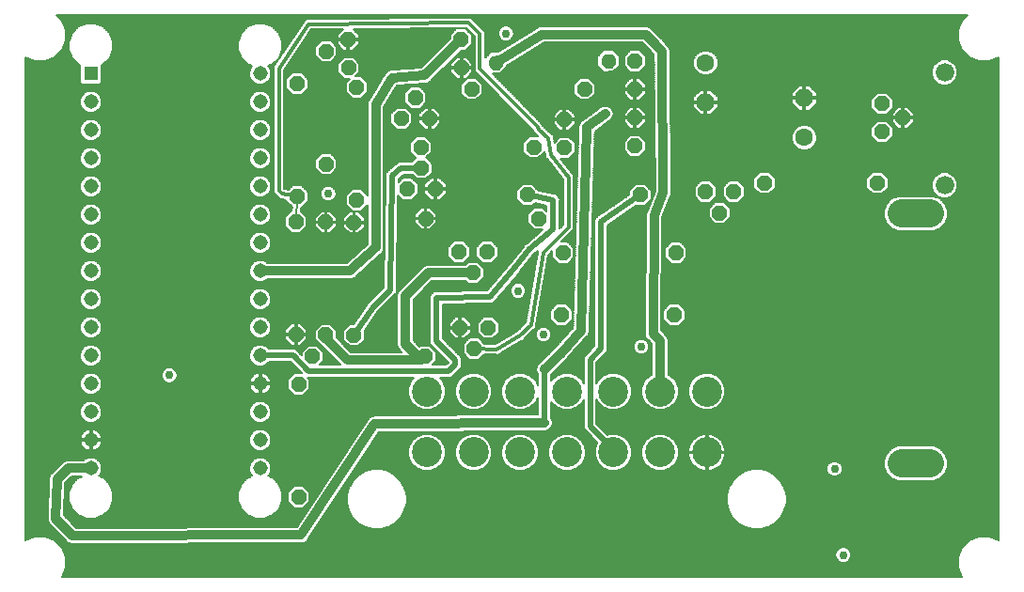
<source format=gtl>
G75*
%MOIN*%
%OFA0B0*%
%FSLAX25Y25*%
%IPPOS*%
%LPD*%
%AMOC8*
5,1,8,0,0,1.08239X$1,22.5*
%
%ADD10R,0.05150X0.05150*%
%ADD11C,0.05150*%
%ADD12OC8,0.06300*%
%ADD13C,0.06300*%
%ADD14OC8,0.05200*%
%ADD15C,0.06600*%
%ADD16C,0.10000*%
%ADD17C,0.01040*%
%ADD18C,0.10630*%
%ADD19C,0.00600*%
%ADD20C,0.02978*%
%ADD21C,0.03200*%
%ADD22C,0.02000*%
%ADD23C,0.01200*%
D10*
X0313794Y0191152D03*
D11*
X0313794Y0181152D03*
X0313794Y0171152D03*
X0313794Y0161152D03*
X0313794Y0151152D03*
X0313794Y0141152D03*
X0313794Y0131152D03*
X0313794Y0121152D03*
X0313794Y0111152D03*
X0313794Y0101152D03*
X0313794Y0091152D03*
X0313794Y0081152D03*
X0313794Y0071152D03*
X0313794Y0061152D03*
X0313794Y0051152D03*
X0373794Y0051152D03*
X0373794Y0061152D03*
X0373794Y0071152D03*
X0373794Y0081152D03*
X0373794Y0091152D03*
X0373794Y0101152D03*
X0373794Y0111152D03*
X0373794Y0121152D03*
X0373794Y0131152D03*
X0373794Y0141152D03*
X0373794Y0151152D03*
X0373794Y0161152D03*
X0373794Y0171152D03*
X0373794Y0181152D03*
X0373794Y0191152D03*
D12*
X0531668Y0180963D03*
X0566668Y0182463D03*
D13*
X0566668Y0168463D03*
X0531668Y0194963D03*
D14*
X0506668Y0195600D03*
X0506668Y0185600D03*
X0488754Y0185679D03*
X0506668Y0175463D03*
X0481648Y0174813D03*
X0481648Y0164813D03*
X0470762Y0165030D03*
X0468498Y0148100D03*
X0472396Y0139734D03*
X0481136Y0127589D03*
X0454168Y0127963D03*
X0444168Y0127963D03*
X0449168Y0120463D03*
X0480585Y0105561D03*
X0454640Y0101033D03*
X0444640Y0101033D03*
X0449640Y0093533D03*
X0432376Y0090797D03*
X0407042Y0098356D03*
X0397022Y0098455D03*
X0386431Y0098652D03*
X0392376Y0090797D03*
X0387416Y0080896D03*
X0387416Y0040896D03*
X0520585Y0105561D03*
X0521136Y0127589D03*
X0536668Y0141713D03*
X0541668Y0149213D03*
X0531668Y0149213D03*
X0508498Y0148100D03*
X0506668Y0165463D03*
X0552524Y0152362D03*
X0592524Y0152362D03*
X0594168Y0170463D03*
X0601668Y0175463D03*
X0594168Y0180463D03*
X0448754Y0185679D03*
X0445113Y0193140D03*
X0444955Y0203278D03*
X0428813Y0182648D03*
X0423813Y0175148D03*
X0433813Y0175148D03*
X0430762Y0165030D03*
X0430880Y0157707D03*
X0425880Y0150207D03*
X0435880Y0150207D03*
X0432396Y0139734D03*
X0408026Y0146289D03*
X0407042Y0138356D03*
X0397022Y0138455D03*
X0386431Y0138652D03*
X0386825Y0147569D03*
X0397140Y0159045D03*
X0408026Y0186289D03*
X0405113Y0193140D03*
X0397140Y0199045D03*
X0404955Y0203278D03*
X0386825Y0187569D03*
D15*
X0616412Y0191526D03*
X0616412Y0151526D03*
D16*
X0611195Y0141456D02*
X0601195Y0141456D01*
X0601195Y0052856D02*
X0611195Y0052856D01*
D17*
X0495663Y0195947D02*
X0495143Y0196467D01*
X0496343Y0197705D01*
X0498064Y0197732D01*
X0499302Y0196532D01*
X0499329Y0194811D01*
X0498129Y0193573D01*
X0496408Y0193546D01*
X0495170Y0194746D01*
X0495143Y0196467D01*
X0495928Y0196156D01*
X0496678Y0196930D01*
X0497753Y0196947D01*
X0498527Y0196197D01*
X0498544Y0195122D01*
X0497794Y0194348D01*
X0496719Y0194331D01*
X0495945Y0195081D01*
X0495928Y0196156D01*
X0496713Y0195845D01*
X0497013Y0196155D01*
X0497442Y0196162D01*
X0497752Y0195862D01*
X0497759Y0195433D01*
X0497459Y0195123D01*
X0497030Y0195116D01*
X0496720Y0195416D01*
X0496713Y0195845D01*
X0455668Y0195319D02*
X0455148Y0195839D01*
X0456348Y0197077D01*
X0458069Y0197104D01*
X0459307Y0195904D01*
X0459334Y0194183D01*
X0458134Y0192945D01*
X0456413Y0192918D01*
X0455175Y0194118D01*
X0455148Y0195839D01*
X0455933Y0195528D01*
X0456683Y0196302D01*
X0457758Y0196319D01*
X0458532Y0195569D01*
X0458549Y0194494D01*
X0457799Y0193720D01*
X0456724Y0193703D01*
X0455950Y0194453D01*
X0455933Y0195528D01*
X0456718Y0195217D01*
X0457018Y0195527D01*
X0457447Y0195534D01*
X0457757Y0195234D01*
X0457764Y0194805D01*
X0457464Y0194495D01*
X0457035Y0194488D01*
X0456725Y0194788D01*
X0456718Y0195217D01*
D18*
X0449424Y0078415D03*
X0465959Y0078415D03*
X0482494Y0078415D03*
X0499030Y0078415D03*
X0515565Y0078415D03*
X0532101Y0078415D03*
X0532101Y0056762D03*
X0515565Y0056762D03*
X0499030Y0056762D03*
X0482494Y0056762D03*
X0465959Y0056762D03*
X0449424Y0056762D03*
X0432888Y0056762D03*
X0432888Y0078415D03*
D19*
X0290500Y0025603D02*
X0290500Y0197015D01*
X0290519Y0196996D01*
X0293908Y0195592D01*
X0297577Y0195592D01*
X0300966Y0196996D01*
X0303560Y0199590D01*
X0304964Y0202979D01*
X0304964Y0206647D01*
X0303560Y0210036D01*
X0301572Y0212024D01*
X0624558Y0212024D01*
X0622571Y0210036D01*
X0621167Y0206647D01*
X0621167Y0202979D01*
X0622571Y0199590D01*
X0625165Y0196996D01*
X0628554Y0195592D01*
X0632222Y0195592D01*
X0635612Y0196996D01*
X0635631Y0197015D01*
X0635631Y0025603D01*
X0635612Y0025623D01*
X0632222Y0027026D01*
X0628554Y0027026D01*
X0625165Y0025623D01*
X0622571Y0023029D01*
X0621167Y0019639D01*
X0621167Y0015971D01*
X0622571Y0012582D01*
X0622590Y0012563D01*
X0303541Y0012563D01*
X0303560Y0012582D01*
X0304964Y0015971D01*
X0304964Y0019639D01*
X0303560Y0023029D01*
X0300966Y0025623D01*
X0297577Y0027026D01*
X0293908Y0027026D01*
X0290519Y0025623D01*
X0290500Y0025603D01*
X0290500Y0025918D02*
X0291232Y0025918D01*
X0290500Y0026516D02*
X0292677Y0026516D01*
X0290500Y0027115D02*
X0303266Y0027115D01*
X0303827Y0026516D02*
X0298808Y0026516D01*
X0300253Y0025918D02*
X0304388Y0025918D01*
X0304786Y0025493D02*
X0304808Y0025442D01*
X0305179Y0025074D01*
X0305537Y0024692D01*
X0305588Y0024669D01*
X0305627Y0024630D01*
X0306112Y0024432D01*
X0306588Y0024217D01*
X0306644Y0024215D01*
X0306695Y0024194D01*
X0307219Y0024196D01*
X0307741Y0024179D01*
X0307793Y0024199D01*
X0388090Y0024589D01*
X0388377Y0024533D01*
X0388662Y0024592D01*
X0388952Y0024593D01*
X0389221Y0024706D01*
X0389508Y0024765D01*
X0389748Y0024927D01*
X0390015Y0025040D01*
X0390221Y0025247D01*
X0390463Y0025411D01*
X0390623Y0025653D01*
X0390827Y0025859D01*
X0390938Y0026130D01*
X0415912Y0063970D01*
X0475177Y0064358D01*
X0476240Y0064806D01*
X0477050Y0065627D01*
X0477485Y0066696D01*
X0477477Y0067850D01*
X0477029Y0068913D01*
X0476881Y0069058D01*
X0476881Y0074682D01*
X0476887Y0074668D01*
X0478747Y0072807D01*
X0481179Y0071800D01*
X0483810Y0071800D01*
X0486242Y0072807D01*
X0488102Y0074668D01*
X0488423Y0075442D01*
X0488423Y0065120D01*
X0489770Y0063773D01*
X0493308Y0060235D01*
X0492415Y0058078D01*
X0492415Y0055446D01*
X0493422Y0053015D01*
X0495283Y0051154D01*
X0497714Y0050147D01*
X0500346Y0050147D01*
X0502777Y0051154D01*
X0504638Y0053015D01*
X0505645Y0055446D01*
X0505645Y0058078D01*
X0504638Y0060509D01*
X0502777Y0062370D01*
X0500346Y0063377D01*
X0497714Y0063377D01*
X0496977Y0063071D01*
X0493023Y0067026D01*
X0493023Y0075632D01*
X0493422Y0074668D01*
X0495283Y0072807D01*
X0497714Y0071800D01*
X0500346Y0071800D01*
X0502777Y0072807D01*
X0504638Y0074668D01*
X0505645Y0077100D01*
X0505645Y0079731D01*
X0504638Y0082162D01*
X0502777Y0084023D01*
X0500346Y0085030D01*
X0497714Y0085030D01*
X0495283Y0084023D01*
X0493422Y0082162D01*
X0493023Y0081199D01*
X0493023Y0088742D01*
X0495613Y0091332D01*
X0496960Y0092679D01*
X0496960Y0137346D01*
X0506896Y0144200D01*
X0510114Y0144200D01*
X0512398Y0146485D01*
X0512398Y0149716D01*
X0510114Y0152000D01*
X0506883Y0152000D01*
X0504598Y0149716D01*
X0504598Y0148204D01*
X0493943Y0140853D01*
X0493707Y0140853D01*
X0493182Y0140327D01*
X0492570Y0139905D01*
X0492527Y0139673D01*
X0492360Y0139506D01*
X0492360Y0138762D01*
X0492226Y0138031D01*
X0492360Y0137837D01*
X0492360Y0094585D01*
X0489770Y0091995D01*
X0488423Y0090648D01*
X0488423Y0081389D01*
X0488102Y0082162D01*
X0486242Y0084023D01*
X0483810Y0085030D01*
X0481179Y0085030D01*
X0478747Y0084023D01*
X0476887Y0082162D01*
X0476881Y0082149D01*
X0476881Y0084350D01*
X0482185Y0089654D01*
X0482256Y0089688D01*
X0482591Y0090060D01*
X0482945Y0090414D01*
X0482975Y0090487D01*
X0489651Y0097905D01*
X0489986Y0098222D01*
X0490035Y0098331D01*
X0490115Y0098420D01*
X0490268Y0098854D01*
X0490456Y0099275D01*
X0490460Y0099395D01*
X0490500Y0099507D01*
X0490475Y0099968D01*
X0492401Y0170585D01*
X0498378Y0174804D01*
X0498994Y0175779D01*
X0499190Y0176916D01*
X0498937Y0178042D01*
X0498271Y0178984D01*
X0497296Y0179600D01*
X0496159Y0179796D01*
X0495034Y0179542D01*
X0488166Y0174695D01*
X0487967Y0174619D01*
X0487699Y0174365D01*
X0487398Y0174153D01*
X0487284Y0173972D01*
X0487129Y0173825D01*
X0486979Y0173489D01*
X0486782Y0173177D01*
X0486746Y0172967D01*
X0486659Y0172772D01*
X0486648Y0172404D01*
X0486586Y0172040D01*
X0486633Y0171832D01*
X0484703Y0101077D01*
X0478382Y0094054D01*
X0472123Y0087794D01*
X0471681Y0086728D01*
X0471681Y0085575D01*
X0472123Y0084509D01*
X0472281Y0084350D01*
X0472281Y0080438D01*
X0471567Y0082162D01*
X0469706Y0084023D01*
X0467275Y0085030D01*
X0464643Y0085030D01*
X0462212Y0084023D01*
X0460351Y0082162D01*
X0459344Y0079731D01*
X0459344Y0077100D01*
X0460351Y0074668D01*
X0462212Y0072807D01*
X0464643Y0071800D01*
X0467275Y0071800D01*
X0469706Y0072807D01*
X0471567Y0074668D01*
X0472281Y0076392D01*
X0472281Y0070139D01*
X0414613Y0069762D01*
X0414328Y0069817D01*
X0414042Y0069758D01*
X0413749Y0069756D01*
X0413482Y0069644D01*
X0413198Y0069585D01*
X0412956Y0069422D01*
X0412686Y0069308D01*
X0412482Y0069102D01*
X0412242Y0068939D01*
X0412081Y0068695D01*
X0411876Y0068487D01*
X0411766Y0068218D01*
X0386795Y0030383D01*
X0308509Y0030003D01*
X0304286Y0034507D01*
X0304612Y0045940D01*
X0306924Y0048252D01*
X0310552Y0048252D01*
X0309375Y0047764D01*
X0307181Y0045570D01*
X0305994Y0042703D01*
X0305994Y0039600D01*
X0307181Y0036733D01*
X0309375Y0034539D01*
X0312242Y0033352D01*
X0315345Y0033352D01*
X0318212Y0034539D01*
X0320406Y0036733D01*
X0321594Y0039600D01*
X0321594Y0042703D01*
X0320406Y0045570D01*
X0318212Y0047764D01*
X0316567Y0048445D01*
X0317079Y0048957D01*
X0317668Y0050381D01*
X0317668Y0051922D01*
X0317079Y0053346D01*
X0315989Y0054436D01*
X0314564Y0055026D01*
X0313023Y0055026D01*
X0311599Y0054436D01*
X0311214Y0054052D01*
X0305146Y0054052D01*
X0304080Y0053610D01*
X0299725Y0049255D01*
X0299336Y0048887D01*
X0299318Y0048848D01*
X0299288Y0048818D01*
X0299083Y0048323D01*
X0298864Y0047835D01*
X0298863Y0047792D01*
X0298846Y0047752D01*
X0298846Y0047217D01*
X0298454Y0033484D01*
X0298436Y0032913D01*
X0298438Y0032907D01*
X0298437Y0032902D01*
X0298641Y0032367D01*
X0298843Y0031833D01*
X0298846Y0031829D01*
X0298848Y0031824D01*
X0299241Y0031408D01*
X0304786Y0025493D01*
X0304931Y0025319D02*
X0301269Y0025319D01*
X0301868Y0024721D02*
X0305510Y0024721D01*
X0303603Y0022925D02*
X0579399Y0022925D01*
X0578920Y0022727D02*
X0578136Y0021942D01*
X0577711Y0020917D01*
X0577711Y0019808D01*
X0578136Y0018783D01*
X0578920Y0017998D01*
X0579945Y0017574D01*
X0581055Y0017574D01*
X0582080Y0017998D01*
X0582864Y0018783D01*
X0583289Y0019808D01*
X0583289Y0020917D01*
X0582864Y0021942D01*
X0582080Y0022727D01*
X0581055Y0023152D01*
X0579945Y0023152D01*
X0578920Y0022727D01*
X0578520Y0022327D02*
X0303851Y0022327D01*
X0304098Y0021728D02*
X0578047Y0021728D01*
X0577799Y0021130D02*
X0304346Y0021130D01*
X0304594Y0020531D02*
X0577711Y0020531D01*
X0577711Y0019933D02*
X0304842Y0019933D01*
X0304964Y0019334D02*
X0577907Y0019334D01*
X0578183Y0018736D02*
X0304964Y0018736D01*
X0304964Y0018137D02*
X0578781Y0018137D01*
X0582219Y0018137D02*
X0621167Y0018137D01*
X0621167Y0017539D02*
X0304964Y0017539D01*
X0304964Y0016940D02*
X0621167Y0016940D01*
X0621167Y0016342D02*
X0304964Y0016342D01*
X0304869Y0015743D02*
X0621261Y0015743D01*
X0621509Y0015145D02*
X0304622Y0015145D01*
X0304374Y0014546D02*
X0621757Y0014546D01*
X0622005Y0013948D02*
X0304126Y0013948D01*
X0303878Y0013349D02*
X0622253Y0013349D01*
X0622501Y0012751D02*
X0303630Y0012751D01*
X0303065Y0023524D02*
X0623066Y0023524D01*
X0622528Y0022925D02*
X0581601Y0022925D01*
X0582480Y0022327D02*
X0622280Y0022327D01*
X0622032Y0021728D02*
X0582953Y0021728D01*
X0583201Y0021130D02*
X0621784Y0021130D01*
X0621536Y0020531D02*
X0583289Y0020531D01*
X0583289Y0019933D02*
X0621289Y0019933D01*
X0621167Y0019334D02*
X0583093Y0019334D01*
X0582817Y0018736D02*
X0621167Y0018736D01*
X0623665Y0024122D02*
X0302466Y0024122D01*
X0302705Y0027713D02*
X0290500Y0027713D01*
X0290500Y0028312D02*
X0302144Y0028312D01*
X0301582Y0028910D02*
X0290500Y0028910D01*
X0290500Y0029509D02*
X0301021Y0029509D01*
X0300460Y0030108D02*
X0290500Y0030108D01*
X0290500Y0030706D02*
X0299899Y0030706D01*
X0299338Y0031305D02*
X0290500Y0031305D01*
X0290500Y0031903D02*
X0298816Y0031903D01*
X0298590Y0032502D02*
X0290500Y0032502D01*
X0290500Y0033100D02*
X0298442Y0033100D01*
X0298460Y0033699D02*
X0290500Y0033699D01*
X0290500Y0034297D02*
X0298477Y0034297D01*
X0298494Y0034896D02*
X0290500Y0034896D01*
X0290500Y0035494D02*
X0298512Y0035494D01*
X0298529Y0036093D02*
X0290500Y0036093D01*
X0290500Y0036691D02*
X0298546Y0036691D01*
X0298563Y0037290D02*
X0290500Y0037290D01*
X0290500Y0037888D02*
X0298580Y0037888D01*
X0298597Y0038487D02*
X0290500Y0038487D01*
X0290500Y0039085D02*
X0298614Y0039085D01*
X0298631Y0039684D02*
X0290500Y0039684D01*
X0290500Y0040282D02*
X0298648Y0040282D01*
X0298665Y0040881D02*
X0290500Y0040881D01*
X0290500Y0041479D02*
X0298683Y0041479D01*
X0298700Y0042078D02*
X0290500Y0042078D01*
X0290500Y0042676D02*
X0298717Y0042676D01*
X0298734Y0043275D02*
X0290500Y0043275D01*
X0290500Y0043873D02*
X0298751Y0043873D01*
X0298768Y0044472D02*
X0290500Y0044472D01*
X0290500Y0045070D02*
X0298785Y0045070D01*
X0298802Y0045669D02*
X0290500Y0045669D01*
X0290500Y0046267D02*
X0298819Y0046267D01*
X0298836Y0046866D02*
X0290500Y0046866D01*
X0290500Y0047464D02*
X0298846Y0047464D01*
X0298966Y0048063D02*
X0290500Y0048063D01*
X0290500Y0048661D02*
X0299223Y0048661D01*
X0299730Y0049260D02*
X0290500Y0049260D01*
X0290500Y0049858D02*
X0300328Y0049858D01*
X0300927Y0050457D02*
X0290500Y0050457D01*
X0290500Y0051055D02*
X0301525Y0051055D01*
X0302124Y0051654D02*
X0290500Y0051654D01*
X0290500Y0052252D02*
X0302722Y0052252D01*
X0303321Y0052851D02*
X0290500Y0052851D01*
X0290500Y0053449D02*
X0303920Y0053449D01*
X0305137Y0054048D02*
X0290500Y0054048D01*
X0290500Y0054646D02*
X0312106Y0054646D01*
X0312663Y0057426D02*
X0313412Y0057277D01*
X0313494Y0057277D01*
X0313494Y0060852D01*
X0309919Y0060852D01*
X0309919Y0060770D01*
X0310068Y0060021D01*
X0310360Y0059316D01*
X0310784Y0058682D01*
X0311324Y0058142D01*
X0311958Y0057718D01*
X0312663Y0057426D01*
X0312148Y0057639D02*
X0290500Y0057639D01*
X0290500Y0057041D02*
X0404389Y0057041D01*
X0404784Y0057639D02*
X0375439Y0057639D01*
X0375989Y0057867D02*
X0377079Y0058957D01*
X0377668Y0060381D01*
X0377668Y0061922D01*
X0377079Y0063346D01*
X0375989Y0064436D01*
X0374564Y0065026D01*
X0373023Y0065026D01*
X0371599Y0064436D01*
X0370509Y0063346D01*
X0369919Y0061922D01*
X0369919Y0060381D01*
X0370509Y0058957D01*
X0371599Y0057867D01*
X0373023Y0057277D01*
X0374564Y0057277D01*
X0375989Y0057867D01*
X0376359Y0058238D02*
X0405179Y0058238D01*
X0405574Y0058836D02*
X0376958Y0058836D01*
X0377277Y0059435D02*
X0405969Y0059435D01*
X0406364Y0060033D02*
X0377524Y0060033D01*
X0377668Y0060632D02*
X0406759Y0060632D01*
X0407154Y0061230D02*
X0377668Y0061230D01*
X0377668Y0061829D02*
X0407549Y0061829D01*
X0407944Y0062427D02*
X0377459Y0062427D01*
X0377211Y0063026D02*
X0408339Y0063026D01*
X0408734Y0063624D02*
X0376801Y0063624D01*
X0376202Y0064223D02*
X0409129Y0064223D01*
X0409524Y0064821D02*
X0375060Y0064821D01*
X0374564Y0067277D02*
X0375989Y0067867D01*
X0377079Y0068957D01*
X0377668Y0070381D01*
X0377668Y0071922D01*
X0377079Y0073346D01*
X0375989Y0074436D01*
X0374564Y0075026D01*
X0373023Y0075026D01*
X0371599Y0074436D01*
X0370509Y0073346D01*
X0369919Y0071922D01*
X0369919Y0070381D01*
X0370509Y0068957D01*
X0371599Y0067867D01*
X0373023Y0067277D01*
X0374564Y0067277D01*
X0375861Y0067814D02*
X0411500Y0067814D01*
X0411845Y0068412D02*
X0376534Y0068412D01*
X0377101Y0069011D02*
X0412348Y0069011D01*
X0413314Y0069609D02*
X0377349Y0069609D01*
X0377597Y0070208D02*
X0472281Y0070208D01*
X0472281Y0070806D02*
X0377668Y0070806D01*
X0377668Y0071405D02*
X0472281Y0071405D01*
X0472281Y0072003D02*
X0467765Y0072003D01*
X0469210Y0072602D02*
X0472281Y0072602D01*
X0472281Y0073200D02*
X0470099Y0073200D01*
X0470698Y0073799D02*
X0472281Y0073799D01*
X0472281Y0074397D02*
X0471296Y0074397D01*
X0471703Y0074996D02*
X0472281Y0074996D01*
X0472281Y0075594D02*
X0471951Y0075594D01*
X0472198Y0076193D02*
X0472281Y0076193D01*
X0472281Y0080981D02*
X0472056Y0080981D01*
X0472281Y0081579D02*
X0471808Y0081579D01*
X0471551Y0082178D02*
X0472281Y0082178D01*
X0472281Y0082777D02*
X0470953Y0082777D01*
X0470354Y0083375D02*
X0472281Y0083375D01*
X0472281Y0083974D02*
X0469756Y0083974D01*
X0468381Y0084572D02*
X0472096Y0084572D01*
X0471848Y0085171D02*
X0443526Y0085171D01*
X0444125Y0085769D02*
X0471681Y0085769D01*
X0471681Y0086368D02*
X0444723Y0086368D01*
X0445287Y0086931D02*
X0445287Y0090411D01*
X0443939Y0091759D01*
X0438601Y0097097D01*
X0438601Y0109280D01*
X0454364Y0109583D01*
X0454425Y0109531D01*
X0455305Y0109601D01*
X0456188Y0109618D01*
X0456244Y0109676D01*
X0456324Y0109683D01*
X0456897Y0110355D01*
X0457509Y0110991D01*
X0457508Y0111072D01*
X0465400Y0120337D01*
X0465431Y0120340D01*
X0466015Y0121058D01*
X0466615Y0121763D01*
X0466613Y0121794D01*
X0471019Y0127217D01*
X0472189Y0128220D01*
X0472189Y0127807D01*
X0467986Y0102972D01*
X0464654Y0099640D01*
X0457157Y0095304D01*
X0453319Y0095370D01*
X0451256Y0097433D01*
X0448025Y0097433D01*
X0445740Y0095149D01*
X0445740Y0091918D01*
X0448025Y0089633D01*
X0451256Y0089633D01*
X0453194Y0091572D01*
X0457386Y0091500D01*
X0457922Y0091357D01*
X0458147Y0091487D01*
X0458406Y0091482D01*
X0458805Y0091867D01*
X0466331Y0096220D01*
X0466608Y0096220D01*
X0466988Y0096600D01*
X0467454Y0096869D01*
X0467525Y0097137D01*
X0470989Y0100601D01*
X0471500Y0100964D01*
X0471530Y0101142D01*
X0471658Y0101270D01*
X0471658Y0101897D01*
X0475861Y0126733D01*
X0477236Y0128108D01*
X0477236Y0125973D01*
X0479521Y0123689D01*
X0482752Y0123689D01*
X0485036Y0125973D01*
X0485036Y0129204D01*
X0482752Y0131489D01*
X0480617Y0131489D01*
X0485044Y0135916D01*
X0485044Y0154316D01*
X0485118Y0154995D01*
X0485044Y0155088D01*
X0485044Y0155206D01*
X0484561Y0155689D01*
X0480368Y0160913D01*
X0483263Y0160913D01*
X0485548Y0163198D01*
X0485548Y0166428D01*
X0483263Y0168713D01*
X0480033Y0168713D01*
X0478071Y0166751D01*
X0477843Y0168448D01*
X0477799Y0169165D01*
X0477739Y0169218D01*
X0477729Y0169297D01*
X0477158Y0169732D01*
X0474064Y0172472D01*
X0474025Y0172555D01*
X0474028Y0172905D01*
X0473700Y0173239D01*
X0473499Y0173662D01*
X0473170Y0173779D01*
X0456182Y0191094D01*
X0458918Y0191137D01*
X0461166Y0193457D01*
X0461157Y0194013D01*
X0474398Y0202149D01*
X0509207Y0202149D01*
X0511900Y0199456D01*
X0513370Y0197867D01*
X0513751Y0149334D01*
X0510780Y0141972D01*
X0510565Y0141466D01*
X0510564Y0141438D01*
X0510554Y0141412D01*
X0510559Y0140862D01*
X0510171Y0099497D01*
X0510165Y0099484D01*
X0510165Y0098922D01*
X0510160Y0098358D01*
X0510165Y0098345D01*
X0510165Y0098331D01*
X0510381Y0097810D01*
X0510592Y0097288D01*
X0510601Y0097278D01*
X0510607Y0097265D01*
X0511005Y0096866D01*
X0511400Y0096465D01*
X0511413Y0096459D01*
X0512665Y0095206D01*
X0512665Y0084374D01*
X0511818Y0084023D01*
X0509957Y0082162D01*
X0508950Y0079731D01*
X0508950Y0077100D01*
X0509957Y0074668D01*
X0511818Y0072807D01*
X0514250Y0071800D01*
X0516881Y0071800D01*
X0519312Y0072807D01*
X0521173Y0074668D01*
X0522180Y0077100D01*
X0522180Y0079731D01*
X0521173Y0082162D01*
X0519312Y0084023D01*
X0518465Y0084374D01*
X0518465Y0096984D01*
X0518024Y0098050D01*
X0515977Y0100097D01*
X0516354Y0140286D01*
X0519346Y0147700D01*
X0519560Y0148228D01*
X0519560Y0148230D01*
X0519560Y0148232D01*
X0519555Y0148813D01*
X0519162Y0198968D01*
X0519182Y0199477D01*
X0519157Y0199543D01*
X0519157Y0199613D01*
X0518958Y0200082D01*
X0518782Y0200559D01*
X0518734Y0200611D01*
X0518707Y0200675D01*
X0518344Y0201032D01*
X0516471Y0203056D01*
X0516449Y0203109D01*
X0516081Y0203477D01*
X0515727Y0203860D01*
X0515674Y0203884D01*
X0512866Y0206692D01*
X0512051Y0207508D01*
X0510985Y0207949D01*
X0473919Y0207949D01*
X0473691Y0208004D01*
X0473348Y0207949D01*
X0473001Y0207949D01*
X0472784Y0207859D01*
X0472551Y0207822D01*
X0472256Y0207640D01*
X0471935Y0207508D01*
X0471769Y0207341D01*
X0458071Y0198924D01*
X0455565Y0198885D01*
X0453548Y0196804D01*
X0453548Y0205983D01*
X0449603Y0209928D01*
X0449603Y0209936D01*
X0449047Y0210484D01*
X0448495Y0211036D01*
X0448488Y0211036D01*
X0448483Y0211041D01*
X0447702Y0211036D01*
X0446921Y0211036D01*
X0446916Y0211031D01*
X0391593Y0210654D01*
X0391429Y0210765D01*
X0390829Y0210649D01*
X0390218Y0210645D01*
X0390079Y0210503D01*
X0389884Y0210465D01*
X0389542Y0209959D01*
X0389113Y0209524D01*
X0389114Y0209325D01*
X0378916Y0194216D01*
X0378488Y0193789D01*
X0378488Y0193583D01*
X0378373Y0193413D01*
X0378488Y0192819D01*
X0378488Y0148908D01*
X0379601Y0147795D01*
X0380106Y0147290D01*
X0380459Y0146783D01*
X0380647Y0146749D01*
X0380782Y0146614D01*
X0381400Y0146614D01*
X0382925Y0146340D01*
X0382925Y0145953D01*
X0385058Y0143821D01*
X0385002Y0142552D01*
X0384816Y0142552D01*
X0382531Y0140267D01*
X0382531Y0137036D01*
X0384816Y0134752D01*
X0388047Y0134752D01*
X0390331Y0137036D01*
X0390331Y0140267D01*
X0388199Y0142400D01*
X0388255Y0143669D01*
X0388441Y0143669D01*
X0390725Y0145953D01*
X0390725Y0149184D01*
X0388441Y0151469D01*
X0385210Y0151469D01*
X0383787Y0150046D01*
X0382492Y0150278D01*
X0382288Y0150482D01*
X0382288Y0192421D01*
X0392033Y0206857D01*
X0403094Y0206932D01*
X0401055Y0204893D01*
X0401055Y0203578D01*
X0404655Y0203578D01*
X0404655Y0202978D01*
X0401055Y0202978D01*
X0401055Y0201662D01*
X0403340Y0199378D01*
X0404655Y0199378D01*
X0404655Y0202977D01*
X0405255Y0202977D01*
X0405255Y0199378D01*
X0406571Y0199378D01*
X0408855Y0201662D01*
X0408855Y0202978D01*
X0405255Y0202978D01*
X0405255Y0203578D01*
X0408855Y0203578D01*
X0408855Y0204893D01*
X0406791Y0206957D01*
X0446927Y0207231D01*
X0449748Y0204409D01*
X0449748Y0193011D01*
X0449741Y0192233D01*
X0449748Y0192226D01*
X0449748Y0192215D01*
X0450298Y0191665D01*
X0470541Y0171033D01*
X0470640Y0170824D01*
X0470665Y0170406D01*
X0470964Y0170141D01*
X0471135Y0169781D01*
X0471530Y0169640D01*
X0472333Y0168930D01*
X0469147Y0168930D01*
X0466862Y0166645D01*
X0466862Y0163414D01*
X0469147Y0161130D01*
X0472378Y0161130D01*
X0474662Y0163414D01*
X0474662Y0163581D01*
X0474824Y0162377D01*
X0474763Y0161825D01*
X0474925Y0161623D01*
X0474959Y0161368D01*
X0475401Y0161030D01*
X0481244Y0153751D01*
X0481244Y0137490D01*
X0479962Y0136207D01*
X0479999Y0136689D01*
X0479932Y0136766D01*
X0479932Y0145975D01*
X0480078Y0146678D01*
X0479932Y0146899D01*
X0479932Y0147163D01*
X0479425Y0147670D01*
X0479031Y0148270D01*
X0478772Y0148323D01*
X0478585Y0148511D01*
X0477868Y0148511D01*
X0472398Y0149642D01*
X0472398Y0149716D01*
X0470114Y0152000D01*
X0466883Y0152000D01*
X0464598Y0149716D01*
X0464598Y0146485D01*
X0466883Y0144200D01*
X0470114Y0144200D01*
X0471122Y0145209D01*
X0475332Y0144338D01*
X0475332Y0142313D01*
X0474011Y0143634D01*
X0470781Y0143634D01*
X0468496Y0141350D01*
X0468496Y0138119D01*
X0470781Y0135834D01*
X0474004Y0135834D01*
X0468413Y0131043D01*
X0468180Y0131018D01*
X0467710Y0130440D01*
X0467144Y0129955D01*
X0467126Y0129721D01*
X0462478Y0124001D01*
X0454112Y0114179D01*
X0436278Y0113836D01*
X0435348Y0113836D01*
X0435330Y0113818D01*
X0435304Y0113818D01*
X0434659Y0113147D01*
X0434001Y0112489D01*
X0434001Y0112463D01*
X0433983Y0112445D01*
X0434001Y0111514D01*
X0434001Y0095192D01*
X0440521Y0088671D01*
X0439672Y0087822D01*
X0436807Y0087822D01*
X0436791Y0087837D01*
X0434932Y0087837D01*
X0436276Y0089182D01*
X0436276Y0092413D01*
X0433992Y0094697D01*
X0430761Y0094697D01*
X0430331Y0094267D01*
X0428170Y0096428D01*
X0428170Y0111092D01*
X0434641Y0117563D01*
X0446552Y0117563D01*
X0447552Y0116563D01*
X0450783Y0116563D01*
X0453068Y0118847D01*
X0453068Y0122078D01*
X0450783Y0124363D01*
X0447552Y0124363D01*
X0446552Y0123363D01*
X0432863Y0123363D01*
X0431797Y0122921D01*
X0422812Y0113936D01*
X0422370Y0112870D01*
X0422370Y0094650D01*
X0422812Y0093584D01*
X0424037Y0092359D01*
X0405999Y0092359D01*
X0400922Y0097435D01*
X0400922Y0100070D01*
X0398637Y0102355D01*
X0395407Y0102355D01*
X0393122Y0100070D01*
X0393122Y0096839D01*
X0395407Y0094555D01*
X0395600Y0094555D01*
X0402318Y0087837D01*
X0394932Y0087837D01*
X0396276Y0089182D01*
X0396276Y0092413D01*
X0393992Y0094697D01*
X0390761Y0094697D01*
X0388476Y0092413D01*
X0388476Y0091316D01*
X0386341Y0093452D01*
X0376973Y0093452D01*
X0375989Y0094436D01*
X0374564Y0095026D01*
X0373023Y0095026D01*
X0371599Y0094436D01*
X0370509Y0093346D01*
X0369919Y0091922D01*
X0369919Y0090381D01*
X0370509Y0088957D01*
X0371599Y0087867D01*
X0373023Y0087277D01*
X0374564Y0087277D01*
X0375989Y0087867D01*
X0376973Y0088852D01*
X0384435Y0088852D01*
X0388491Y0084796D01*
X0385800Y0084796D01*
X0383516Y0082511D01*
X0383516Y0079280D01*
X0385800Y0076996D01*
X0389031Y0076996D01*
X0391316Y0079280D01*
X0391316Y0082511D01*
X0390589Y0083237D01*
X0428355Y0083237D01*
X0427280Y0082162D01*
X0426273Y0079731D01*
X0426273Y0077100D01*
X0427280Y0074668D01*
X0429141Y0072807D01*
X0431572Y0071800D01*
X0434204Y0071800D01*
X0436635Y0072807D01*
X0438496Y0074668D01*
X0439503Y0077100D01*
X0439503Y0079731D01*
X0438496Y0082162D01*
X0437437Y0083222D01*
X0441577Y0083222D01*
X0442924Y0084569D01*
X0445287Y0086931D01*
X0445287Y0086966D02*
X0471780Y0086966D01*
X0472027Y0087565D02*
X0445287Y0087565D01*
X0445287Y0088163D02*
X0472491Y0088163D01*
X0473090Y0088762D02*
X0445287Y0088762D01*
X0445287Y0089360D02*
X0473688Y0089360D01*
X0474287Y0089959D02*
X0451581Y0089959D01*
X0452179Y0090557D02*
X0474885Y0090557D01*
X0475484Y0091156D02*
X0452778Y0091156D01*
X0454784Y0095345D02*
X0457228Y0095345D01*
X0458263Y0095944D02*
X0452745Y0095944D01*
X0452147Y0096542D02*
X0459298Y0096542D01*
X0460333Y0097141D02*
X0456263Y0097141D01*
X0456256Y0097133D02*
X0458540Y0099418D01*
X0458540Y0102649D01*
X0456256Y0104933D01*
X0453025Y0104933D01*
X0450740Y0102649D01*
X0450740Y0099418D01*
X0453025Y0097133D01*
X0456256Y0097133D01*
X0456861Y0097739D02*
X0461368Y0097739D01*
X0462403Y0098338D02*
X0457460Y0098338D01*
X0458058Y0098936D02*
X0463437Y0098936D01*
X0464472Y0099535D02*
X0458540Y0099535D01*
X0458540Y0100133D02*
X0465148Y0100133D01*
X0465746Y0100732D02*
X0458540Y0100732D01*
X0458540Y0101330D02*
X0466345Y0101330D01*
X0466943Y0101929D02*
X0458540Y0101929D01*
X0458540Y0102527D02*
X0467542Y0102527D01*
X0468012Y0103126D02*
X0458063Y0103126D01*
X0457465Y0103724D02*
X0468113Y0103724D01*
X0468215Y0104323D02*
X0456866Y0104323D01*
X0456268Y0104921D02*
X0468316Y0104921D01*
X0468417Y0105520D02*
X0438601Y0105520D01*
X0438601Y0106118D02*
X0468519Y0106118D01*
X0468620Y0106717D02*
X0438601Y0106717D01*
X0438601Y0107315D02*
X0468721Y0107315D01*
X0468822Y0107914D02*
X0438601Y0107914D01*
X0438601Y0108512D02*
X0468924Y0108512D01*
X0469025Y0109111D02*
X0438601Y0109111D01*
X0438601Y0104921D02*
X0443013Y0104921D01*
X0443025Y0104933D02*
X0440740Y0102649D01*
X0440740Y0101333D01*
X0444340Y0101333D01*
X0444340Y0100733D01*
X0444940Y0100733D01*
X0444940Y0097133D01*
X0446256Y0097133D01*
X0448540Y0099418D01*
X0448540Y0100733D01*
X0444940Y0100733D01*
X0444940Y0101333D01*
X0448540Y0101333D01*
X0448540Y0102649D01*
X0446256Y0104933D01*
X0444940Y0104933D01*
X0444940Y0101334D01*
X0444340Y0101334D01*
X0444340Y0104933D01*
X0443025Y0104933D01*
X0442414Y0104323D02*
X0438601Y0104323D01*
X0438601Y0103724D02*
X0441816Y0103724D01*
X0441217Y0103126D02*
X0438601Y0103126D01*
X0438601Y0102527D02*
X0440740Y0102527D01*
X0440740Y0101929D02*
X0438601Y0101929D01*
X0438601Y0101330D02*
X0444340Y0101330D01*
X0444340Y0100733D02*
X0440740Y0100733D01*
X0440740Y0099418D01*
X0443025Y0097133D01*
X0444340Y0097133D01*
X0444340Y0100733D01*
X0444340Y0100732D02*
X0444940Y0100732D01*
X0444940Y0101330D02*
X0450740Y0101330D01*
X0450740Y0100732D02*
X0448540Y0100732D01*
X0448540Y0100133D02*
X0450740Y0100133D01*
X0450740Y0099535D02*
X0448540Y0099535D01*
X0448058Y0098936D02*
X0451222Y0098936D01*
X0451820Y0098338D02*
X0447460Y0098338D01*
X0446861Y0097739D02*
X0452419Y0097739D01*
X0453017Y0097141D02*
X0451548Y0097141D01*
X0447732Y0097141D02*
X0446263Y0097141D01*
X0447134Y0096542D02*
X0439156Y0096542D01*
X0438601Y0097141D02*
X0443017Y0097141D01*
X0442419Y0097739D02*
X0438601Y0097739D01*
X0438601Y0098338D02*
X0441820Y0098338D01*
X0441222Y0098936D02*
X0438601Y0098936D01*
X0438601Y0099535D02*
X0440740Y0099535D01*
X0440740Y0100133D02*
X0438601Y0100133D01*
X0438601Y0100732D02*
X0440740Y0100732D01*
X0444340Y0100133D02*
X0444940Y0100133D01*
X0444940Y0099535D02*
X0444340Y0099535D01*
X0444340Y0098936D02*
X0444940Y0098936D01*
X0444940Y0098338D02*
X0444340Y0098338D01*
X0444340Y0097739D02*
X0444940Y0097739D01*
X0444940Y0097141D02*
X0444340Y0097141D01*
X0445937Y0095345D02*
X0440353Y0095345D01*
X0440951Y0094747D02*
X0445740Y0094747D01*
X0445740Y0094148D02*
X0441550Y0094148D01*
X0442148Y0093550D02*
X0445740Y0093550D01*
X0445740Y0092951D02*
X0442747Y0092951D01*
X0443345Y0092353D02*
X0445740Y0092353D01*
X0445904Y0091754D02*
X0443944Y0091754D01*
X0444542Y0091156D02*
X0446503Y0091156D01*
X0447101Y0090557D02*
X0445141Y0090557D01*
X0445287Y0089959D02*
X0447700Y0089959D01*
X0448108Y0085030D02*
X0445677Y0084023D01*
X0443816Y0082162D01*
X0442809Y0079731D01*
X0442809Y0077100D01*
X0443816Y0074668D01*
X0445677Y0072807D01*
X0448108Y0071800D01*
X0450739Y0071800D01*
X0453171Y0072807D01*
X0455032Y0074668D01*
X0456039Y0077100D01*
X0456039Y0079731D01*
X0455032Y0082162D01*
X0453171Y0084023D01*
X0450739Y0085030D01*
X0448108Y0085030D01*
X0447001Y0084572D02*
X0442927Y0084572D01*
X0442329Y0083974D02*
X0445627Y0083974D01*
X0445028Y0083375D02*
X0441730Y0083375D01*
X0443831Y0082178D02*
X0438480Y0082178D01*
X0438738Y0081579D02*
X0443574Y0081579D01*
X0443326Y0080981D02*
X0438985Y0080981D01*
X0439233Y0080382D02*
X0443078Y0080382D01*
X0442831Y0079784D02*
X0439481Y0079784D01*
X0439503Y0079185D02*
X0442809Y0079185D01*
X0442809Y0078587D02*
X0439503Y0078587D01*
X0439503Y0077988D02*
X0442809Y0077988D01*
X0442809Y0077390D02*
X0439503Y0077390D01*
X0439375Y0076791D02*
X0442936Y0076791D01*
X0443184Y0076193D02*
X0439128Y0076193D01*
X0438880Y0075594D02*
X0443432Y0075594D01*
X0443680Y0074996D02*
X0438632Y0074996D01*
X0438225Y0074397D02*
X0444087Y0074397D01*
X0444685Y0073799D02*
X0437627Y0073799D01*
X0437028Y0073200D02*
X0445284Y0073200D01*
X0446173Y0072602D02*
X0436139Y0072602D01*
X0434694Y0072003D02*
X0447618Y0072003D01*
X0451229Y0072003D02*
X0464153Y0072003D01*
X0462708Y0072602D02*
X0452674Y0072602D01*
X0453564Y0073200D02*
X0461819Y0073200D01*
X0461221Y0073799D02*
X0454162Y0073799D01*
X0454761Y0074397D02*
X0460622Y0074397D01*
X0460215Y0074996D02*
X0455167Y0074996D01*
X0455415Y0075594D02*
X0459968Y0075594D01*
X0459720Y0076193D02*
X0455663Y0076193D01*
X0455911Y0076791D02*
X0459472Y0076791D01*
X0459344Y0077390D02*
X0456039Y0077390D01*
X0456039Y0077988D02*
X0459344Y0077988D01*
X0459344Y0078587D02*
X0456039Y0078587D01*
X0456039Y0079185D02*
X0459344Y0079185D01*
X0459366Y0079784D02*
X0456017Y0079784D01*
X0455769Y0080382D02*
X0459614Y0080382D01*
X0459862Y0080981D02*
X0455521Y0080981D01*
X0455273Y0081579D02*
X0460110Y0081579D01*
X0460367Y0082178D02*
X0455016Y0082178D01*
X0454417Y0082777D02*
X0460965Y0082777D01*
X0461564Y0083375D02*
X0453819Y0083375D01*
X0453220Y0083974D02*
X0462162Y0083974D01*
X0463537Y0084572D02*
X0451846Y0084572D01*
X0444430Y0082777D02*
X0437882Y0082777D01*
X0440013Y0088163D02*
X0435258Y0088163D01*
X0435856Y0088762D02*
X0440431Y0088762D01*
X0439832Y0089360D02*
X0436276Y0089360D01*
X0436276Y0089959D02*
X0439234Y0089959D01*
X0438635Y0090557D02*
X0436276Y0090557D01*
X0436276Y0091156D02*
X0438037Y0091156D01*
X0437438Y0091754D02*
X0436276Y0091754D01*
X0436276Y0092353D02*
X0436840Y0092353D01*
X0436241Y0092951D02*
X0435738Y0092951D01*
X0435643Y0093550D02*
X0435139Y0093550D01*
X0435044Y0094148D02*
X0434541Y0094148D01*
X0434446Y0094747D02*
X0429851Y0094747D01*
X0429252Y0095345D02*
X0434001Y0095345D01*
X0434001Y0095944D02*
X0428654Y0095944D01*
X0428170Y0096542D02*
X0434001Y0096542D01*
X0434001Y0097141D02*
X0428170Y0097141D01*
X0428170Y0097739D02*
X0434001Y0097739D01*
X0434001Y0098338D02*
X0428170Y0098338D01*
X0428170Y0098936D02*
X0434001Y0098936D01*
X0434001Y0099535D02*
X0428170Y0099535D01*
X0428170Y0100133D02*
X0434001Y0100133D01*
X0434001Y0100732D02*
X0428170Y0100732D01*
X0428170Y0101330D02*
X0434001Y0101330D01*
X0434001Y0101929D02*
X0428170Y0101929D01*
X0428170Y0102527D02*
X0434001Y0102527D01*
X0434001Y0103126D02*
X0428170Y0103126D01*
X0428170Y0103724D02*
X0434001Y0103724D01*
X0434001Y0104323D02*
X0428170Y0104323D01*
X0428170Y0104921D02*
X0434001Y0104921D01*
X0434001Y0105520D02*
X0428170Y0105520D01*
X0428170Y0106118D02*
X0434001Y0106118D01*
X0434001Y0106717D02*
X0428170Y0106717D01*
X0428170Y0107315D02*
X0434001Y0107315D01*
X0434001Y0107914D02*
X0428170Y0107914D01*
X0428170Y0108512D02*
X0434001Y0108512D01*
X0434001Y0109111D02*
X0428170Y0109111D01*
X0428170Y0109710D02*
X0434001Y0109710D01*
X0434001Y0110308D02*
X0428170Y0110308D01*
X0428170Y0110907D02*
X0434001Y0110907D01*
X0434001Y0111505D02*
X0428583Y0111505D01*
X0429182Y0112104D02*
X0433989Y0112104D01*
X0434214Y0112702D02*
X0429780Y0112702D01*
X0430379Y0113301D02*
X0434806Y0113301D01*
X0432773Y0115695D02*
X0455403Y0115695D01*
X0455913Y0116293D02*
X0433371Y0116293D01*
X0433970Y0116892D02*
X0447223Y0116892D01*
X0446625Y0117490D02*
X0434568Y0117490D01*
X0432174Y0115096D02*
X0454893Y0115096D01*
X0454383Y0114498D02*
X0431576Y0114498D01*
X0430977Y0113899D02*
X0439544Y0113899D01*
X0430555Y0121680D02*
X0422203Y0121680D01*
X0422214Y0122278D02*
X0431154Y0122278D01*
X0431752Y0122877D02*
X0422226Y0122877D01*
X0422238Y0123475D02*
X0446665Y0123475D01*
X0447263Y0124074D02*
X0445794Y0124074D01*
X0445783Y0124063D02*
X0448068Y0126347D01*
X0448068Y0129578D01*
X0445783Y0131863D01*
X0442552Y0131863D01*
X0440268Y0129578D01*
X0440268Y0126347D01*
X0442552Y0124063D01*
X0445783Y0124063D01*
X0446393Y0124672D02*
X0451943Y0124672D01*
X0452541Y0124074D02*
X0451072Y0124074D01*
X0451670Y0123475D02*
X0462031Y0123475D01*
X0462538Y0124074D02*
X0455794Y0124074D01*
X0455783Y0124063D02*
X0458068Y0126347D01*
X0458068Y0129578D01*
X0455783Y0131863D01*
X0452552Y0131863D01*
X0450268Y0129578D01*
X0450268Y0126347D01*
X0452552Y0124063D01*
X0455783Y0124063D01*
X0456393Y0124672D02*
X0463024Y0124672D01*
X0463510Y0125271D02*
X0456991Y0125271D01*
X0457590Y0125869D02*
X0463997Y0125869D01*
X0464483Y0126468D02*
X0458068Y0126468D01*
X0458068Y0127066D02*
X0464969Y0127066D01*
X0465455Y0127665D02*
X0458068Y0127665D01*
X0458068Y0128263D02*
X0465942Y0128263D01*
X0466428Y0128862D02*
X0458068Y0128862D01*
X0458068Y0129460D02*
X0466914Y0129460D01*
X0467266Y0130059D02*
X0457587Y0130059D01*
X0456988Y0130657D02*
X0467887Y0130657D01*
X0468662Y0131256D02*
X0456390Y0131256D01*
X0455791Y0131854D02*
X0469360Y0131854D01*
X0470059Y0132453D02*
X0422412Y0132453D01*
X0422424Y0133051D02*
X0470757Y0133051D01*
X0471455Y0133650D02*
X0422435Y0133650D01*
X0422447Y0134248D02*
X0472153Y0134248D01*
X0472852Y0134847D02*
X0422458Y0134847D01*
X0422470Y0135446D02*
X0473550Y0135446D01*
X0470571Y0136044D02*
X0434221Y0136044D01*
X0434011Y0135834D02*
X0436296Y0138119D01*
X0436296Y0139434D01*
X0432696Y0139434D01*
X0432696Y0135834D01*
X0434011Y0135834D01*
X0434820Y0136643D02*
X0469972Y0136643D01*
X0469374Y0137241D02*
X0435418Y0137241D01*
X0436017Y0137840D02*
X0468775Y0137840D01*
X0468496Y0138438D02*
X0436296Y0138438D01*
X0436296Y0139037D02*
X0468496Y0139037D01*
X0468496Y0139635D02*
X0432696Y0139635D01*
X0432696Y0139434D02*
X0432696Y0140034D01*
X0436296Y0140034D01*
X0436296Y0141350D01*
X0434011Y0143634D01*
X0432696Y0143634D01*
X0432696Y0140034D01*
X0432096Y0140034D01*
X0432096Y0139434D01*
X0432696Y0139434D01*
X0432696Y0139037D02*
X0432096Y0139037D01*
X0432096Y0139434D02*
X0432096Y0135834D01*
X0430781Y0135834D01*
X0428496Y0138119D01*
X0428496Y0139434D01*
X0432096Y0139434D01*
X0432096Y0139635D02*
X0422551Y0139635D01*
X0422540Y0139037D02*
X0428496Y0139037D01*
X0428496Y0138438D02*
X0422528Y0138438D01*
X0422516Y0137840D02*
X0428775Y0137840D01*
X0429374Y0137241D02*
X0422505Y0137241D01*
X0422493Y0136643D02*
X0429972Y0136643D01*
X0430571Y0136044D02*
X0422482Y0136044D01*
X0422400Y0131854D02*
X0442544Y0131854D01*
X0441946Y0131256D02*
X0422389Y0131256D01*
X0422377Y0130657D02*
X0441347Y0130657D01*
X0440749Y0130059D02*
X0422365Y0130059D01*
X0422354Y0129460D02*
X0440268Y0129460D01*
X0440268Y0128862D02*
X0422342Y0128862D01*
X0422331Y0128263D02*
X0440268Y0128263D01*
X0440268Y0127665D02*
X0422319Y0127665D01*
X0422307Y0127066D02*
X0440268Y0127066D01*
X0440268Y0126468D02*
X0422296Y0126468D01*
X0422284Y0125869D02*
X0440746Y0125869D01*
X0441344Y0125271D02*
X0422272Y0125271D01*
X0422261Y0124672D02*
X0441943Y0124672D01*
X0442541Y0124074D02*
X0422249Y0124074D01*
X0422191Y0121081D02*
X0429957Y0121081D01*
X0429358Y0120483D02*
X0422179Y0120483D01*
X0422168Y0119884D02*
X0428760Y0119884D01*
X0428161Y0119286D02*
X0422156Y0119286D01*
X0422145Y0118687D02*
X0427563Y0118687D01*
X0426964Y0118089D02*
X0422133Y0118089D01*
X0422121Y0117490D02*
X0426366Y0117490D01*
X0425767Y0116892D02*
X0422110Y0116892D01*
X0422098Y0116293D02*
X0425169Y0116293D01*
X0424570Y0115695D02*
X0422087Y0115695D01*
X0422075Y0115096D02*
X0423972Y0115096D01*
X0423373Y0114498D02*
X0422063Y0114498D01*
X0422058Y0114240D02*
X0422711Y0147861D01*
X0424265Y0146307D01*
X0427496Y0146307D01*
X0429780Y0148591D01*
X0429780Y0151822D01*
X0427496Y0154107D01*
X0424265Y0154107D01*
X0422804Y0152646D01*
X0422825Y0153752D01*
X0424559Y0155269D01*
X0427803Y0155269D01*
X0429265Y0153807D01*
X0432496Y0153807D01*
X0434780Y0156091D01*
X0434780Y0159322D01*
X0432675Y0161427D01*
X0434662Y0163414D01*
X0434662Y0166645D01*
X0432378Y0168930D01*
X0429147Y0168930D01*
X0426862Y0166645D01*
X0426862Y0163414D01*
X0428967Y0161309D01*
X0427527Y0159869D01*
X0423772Y0159869D01*
X0422898Y0159927D01*
X0422831Y0159869D01*
X0422743Y0159869D01*
X0422123Y0159249D01*
X0419701Y0157130D01*
X0419638Y0157131D01*
X0418990Y0156508D01*
X0418314Y0155917D01*
X0418310Y0155854D01*
X0418265Y0155810D01*
X0418247Y0154912D01*
X0418187Y0154015D01*
X0418229Y0153968D01*
X0417477Y0115233D01*
X0412728Y0110484D01*
X0412488Y0110438D01*
X0412073Y0109830D01*
X0411553Y0109309D01*
X0411553Y0109065D01*
X0406915Y0102256D01*
X0405426Y0102256D01*
X0403142Y0099972D01*
X0403142Y0096741D01*
X0405426Y0094456D01*
X0408657Y0094456D01*
X0410942Y0096741D01*
X0410942Y0099972D01*
X0410932Y0099982D01*
X0415632Y0106883D01*
X0421369Y0112620D01*
X0422039Y0113265D01*
X0422040Y0113291D01*
X0422058Y0113309D01*
X0422058Y0114240D01*
X0422058Y0113899D02*
X0422796Y0113899D01*
X0422548Y0113301D02*
X0422050Y0113301D01*
X0422370Y0112702D02*
X0421454Y0112702D01*
X0420853Y0112104D02*
X0422370Y0112104D01*
X0422370Y0111505D02*
X0420254Y0111505D01*
X0419656Y0110907D02*
X0422370Y0110907D01*
X0422370Y0110308D02*
X0419057Y0110308D01*
X0418459Y0109710D02*
X0422370Y0109710D01*
X0422370Y0109111D02*
X0417860Y0109111D01*
X0417262Y0108512D02*
X0422370Y0108512D01*
X0422370Y0107914D02*
X0416663Y0107914D01*
X0416065Y0107315D02*
X0422370Y0107315D01*
X0422370Y0106717D02*
X0415519Y0106717D01*
X0415111Y0106118D02*
X0422370Y0106118D01*
X0422370Y0105520D02*
X0414704Y0105520D01*
X0414296Y0104921D02*
X0422370Y0104921D01*
X0422370Y0104323D02*
X0413888Y0104323D01*
X0413481Y0103724D02*
X0422370Y0103724D01*
X0422370Y0103126D02*
X0413073Y0103126D01*
X0412665Y0102527D02*
X0422370Y0102527D01*
X0422370Y0101929D02*
X0412258Y0101929D01*
X0411850Y0101330D02*
X0422370Y0101330D01*
X0422370Y0100732D02*
X0411443Y0100732D01*
X0411035Y0100133D02*
X0422370Y0100133D01*
X0422370Y0099535D02*
X0410942Y0099535D01*
X0410942Y0098936D02*
X0422370Y0098936D01*
X0422370Y0098338D02*
X0410942Y0098338D01*
X0410942Y0097739D02*
X0422370Y0097739D01*
X0422370Y0097141D02*
X0410942Y0097141D01*
X0410743Y0096542D02*
X0422370Y0096542D01*
X0422370Y0095944D02*
X0410145Y0095944D01*
X0409546Y0095345D02*
X0422370Y0095345D01*
X0422370Y0094747D02*
X0408948Y0094747D01*
X0405136Y0094747D02*
X0403611Y0094747D01*
X0403012Y0095345D02*
X0404537Y0095345D01*
X0403939Y0095944D02*
X0402414Y0095944D01*
X0401815Y0096542D02*
X0403340Y0096542D01*
X0403142Y0097141D02*
X0401217Y0097141D01*
X0400922Y0097739D02*
X0403142Y0097739D01*
X0403142Y0098338D02*
X0400922Y0098338D01*
X0400922Y0098936D02*
X0403142Y0098936D01*
X0403142Y0099535D02*
X0400922Y0099535D01*
X0400859Y0100133D02*
X0403303Y0100133D01*
X0403902Y0100732D02*
X0400260Y0100732D01*
X0399662Y0101330D02*
X0404500Y0101330D01*
X0405099Y0101929D02*
X0399063Y0101929D01*
X0394981Y0101929D02*
X0388670Y0101929D01*
X0389268Y0101330D02*
X0394382Y0101330D01*
X0393784Y0100732D02*
X0389867Y0100732D01*
X0390331Y0100267D02*
X0388047Y0102552D01*
X0386731Y0102552D01*
X0386731Y0098952D01*
X0386131Y0098952D01*
X0386131Y0098352D01*
X0382531Y0098352D01*
X0382531Y0097036D01*
X0384816Y0094752D01*
X0386131Y0094752D01*
X0386131Y0098352D01*
X0386731Y0098352D01*
X0386731Y0094752D01*
X0388047Y0094752D01*
X0390331Y0097036D01*
X0390331Y0098352D01*
X0386732Y0098352D01*
X0386732Y0098952D01*
X0390331Y0098952D01*
X0390331Y0100267D01*
X0390331Y0100133D02*
X0393185Y0100133D01*
X0393122Y0099535D02*
X0390331Y0099535D01*
X0390331Y0098338D02*
X0393122Y0098338D01*
X0393122Y0098936D02*
X0386732Y0098936D01*
X0386731Y0098338D02*
X0386131Y0098338D01*
X0386131Y0098936D02*
X0377058Y0098936D01*
X0377079Y0098957D02*
X0377668Y0100381D01*
X0377668Y0101922D01*
X0377079Y0103346D01*
X0375989Y0104436D01*
X0374564Y0105026D01*
X0373023Y0105026D01*
X0371599Y0104436D01*
X0370509Y0103346D01*
X0369919Y0101922D01*
X0369919Y0100381D01*
X0370509Y0098957D01*
X0371599Y0097867D01*
X0373023Y0097277D01*
X0374564Y0097277D01*
X0375989Y0097867D01*
X0377079Y0098957D01*
X0377318Y0099535D02*
X0382531Y0099535D01*
X0382531Y0098952D02*
X0386131Y0098952D01*
X0386131Y0102552D01*
X0384816Y0102552D01*
X0382531Y0100267D01*
X0382531Y0098952D01*
X0382531Y0098338D02*
X0376460Y0098338D01*
X0375681Y0097739D02*
X0382531Y0097739D01*
X0382531Y0097141D02*
X0290500Y0097141D01*
X0290500Y0097739D02*
X0311906Y0097739D01*
X0311599Y0097867D02*
X0313023Y0097277D01*
X0314564Y0097277D01*
X0315989Y0097867D01*
X0317079Y0098957D01*
X0317668Y0100381D01*
X0317668Y0101922D01*
X0317079Y0103346D01*
X0315989Y0104436D01*
X0314564Y0105026D01*
X0313023Y0105026D01*
X0311599Y0104436D01*
X0310509Y0103346D01*
X0309919Y0101922D01*
X0309919Y0100381D01*
X0310509Y0098957D01*
X0311599Y0097867D01*
X0311128Y0098338D02*
X0290500Y0098338D01*
X0290500Y0098936D02*
X0310529Y0098936D01*
X0310269Y0099535D02*
X0290500Y0099535D01*
X0290500Y0100133D02*
X0310021Y0100133D01*
X0309919Y0100732D02*
X0290500Y0100732D01*
X0290500Y0101330D02*
X0309919Y0101330D01*
X0309922Y0101929D02*
X0290500Y0101929D01*
X0290500Y0102527D02*
X0310170Y0102527D01*
X0310417Y0103126D02*
X0290500Y0103126D01*
X0290500Y0103724D02*
X0310887Y0103724D01*
X0311485Y0104323D02*
X0290500Y0104323D01*
X0290500Y0104921D02*
X0312770Y0104921D01*
X0314818Y0104921D02*
X0372770Y0104921D01*
X0371485Y0104323D02*
X0316102Y0104323D01*
X0316701Y0103724D02*
X0370887Y0103724D01*
X0370417Y0103126D02*
X0317170Y0103126D01*
X0317418Y0102527D02*
X0370170Y0102527D01*
X0369922Y0101929D02*
X0317666Y0101929D01*
X0317668Y0101330D02*
X0369919Y0101330D01*
X0369919Y0100732D02*
X0317668Y0100732D01*
X0317566Y0100133D02*
X0370021Y0100133D01*
X0370269Y0099535D02*
X0317318Y0099535D01*
X0317058Y0098936D02*
X0370529Y0098936D01*
X0371128Y0098338D02*
X0316460Y0098338D01*
X0315681Y0097739D02*
X0371906Y0097739D01*
X0372348Y0094747D02*
X0315240Y0094747D01*
X0314564Y0095026D02*
X0313023Y0095026D01*
X0311599Y0094436D01*
X0310509Y0093346D01*
X0309919Y0091922D01*
X0309919Y0090381D01*
X0310509Y0088957D01*
X0311599Y0087867D01*
X0313023Y0087277D01*
X0314564Y0087277D01*
X0315989Y0087867D01*
X0317079Y0088957D01*
X0317668Y0090381D01*
X0317668Y0091922D01*
X0317079Y0093346D01*
X0315989Y0094436D01*
X0314564Y0095026D01*
X0316277Y0094148D02*
X0371311Y0094148D01*
X0370712Y0093550D02*
X0316875Y0093550D01*
X0317242Y0092951D02*
X0370345Y0092951D01*
X0370097Y0092353D02*
X0317490Y0092353D01*
X0317668Y0091754D02*
X0369919Y0091754D01*
X0369919Y0091156D02*
X0317668Y0091156D01*
X0317668Y0090557D02*
X0369919Y0090557D01*
X0370094Y0089959D02*
X0317494Y0089959D01*
X0317246Y0089360D02*
X0370342Y0089360D01*
X0370704Y0088762D02*
X0316884Y0088762D01*
X0316285Y0088163D02*
X0371302Y0088163D01*
X0372328Y0087565D02*
X0315259Y0087565D01*
X0314564Y0085026D02*
X0313023Y0085026D01*
X0311599Y0084436D01*
X0310509Y0083346D01*
X0309919Y0081922D01*
X0309919Y0080381D01*
X0310509Y0078957D01*
X0311599Y0077867D01*
X0313023Y0077277D01*
X0314564Y0077277D01*
X0315989Y0077867D01*
X0317079Y0078957D01*
X0317668Y0080381D01*
X0317668Y0081922D01*
X0317079Y0083346D01*
X0315989Y0084436D01*
X0314564Y0085026D01*
X0315661Y0084572D02*
X0338811Y0084572D01*
X0338811Y0084717D02*
X0338811Y0083608D01*
X0339236Y0082583D01*
X0340020Y0081798D01*
X0341045Y0081374D01*
X0342155Y0081374D01*
X0343180Y0081798D01*
X0343964Y0082583D01*
X0344389Y0083608D01*
X0344389Y0084717D01*
X0343964Y0085742D01*
X0343180Y0086527D01*
X0342155Y0086952D01*
X0341045Y0086952D01*
X0340020Y0086527D01*
X0339236Y0085742D01*
X0338811Y0084717D01*
X0338999Y0085171D02*
X0290500Y0085171D01*
X0290500Y0085769D02*
X0339262Y0085769D01*
X0339861Y0086368D02*
X0290500Y0086368D01*
X0290500Y0086966D02*
X0386321Y0086966D01*
X0386919Y0086368D02*
X0343339Y0086368D01*
X0343938Y0085769D02*
X0387518Y0085769D01*
X0388117Y0085171D02*
X0344201Y0085171D01*
X0344389Y0084572D02*
X0371938Y0084572D01*
X0371958Y0084585D02*
X0371324Y0084161D01*
X0370784Y0083622D01*
X0370360Y0082987D01*
X0370068Y0082282D01*
X0369919Y0081533D01*
X0369919Y0081452D01*
X0373494Y0081452D01*
X0373494Y0085026D01*
X0373412Y0085026D01*
X0372663Y0084877D01*
X0371958Y0084585D01*
X0371136Y0083974D02*
X0344389Y0083974D01*
X0344293Y0083375D02*
X0370619Y0083375D01*
X0370273Y0082777D02*
X0344045Y0082777D01*
X0343560Y0082178D02*
X0370047Y0082178D01*
X0369928Y0081579D02*
X0342652Y0081579D01*
X0340548Y0081579D02*
X0317668Y0081579D01*
X0317668Y0080981D02*
X0373494Y0080981D01*
X0373494Y0080852D02*
X0369919Y0080852D01*
X0369919Y0080770D01*
X0370068Y0080021D01*
X0370360Y0079316D01*
X0370784Y0078682D01*
X0371324Y0078142D01*
X0371958Y0077718D01*
X0372663Y0077426D01*
X0373412Y0077277D01*
X0373494Y0077277D01*
X0373494Y0080852D01*
X0373494Y0081452D01*
X0374094Y0081452D01*
X0374094Y0085026D01*
X0374175Y0085026D01*
X0374924Y0084877D01*
X0375629Y0084585D01*
X0376264Y0084161D01*
X0376803Y0083622D01*
X0377227Y0082987D01*
X0377520Y0082282D01*
X0377668Y0081533D01*
X0377668Y0081452D01*
X0374094Y0081452D01*
X0374094Y0080852D01*
X0377668Y0080852D01*
X0377668Y0080770D01*
X0377520Y0080021D01*
X0377227Y0079316D01*
X0376803Y0078682D01*
X0376264Y0078142D01*
X0375629Y0077718D01*
X0374924Y0077426D01*
X0374175Y0077277D01*
X0374094Y0077277D01*
X0374094Y0080852D01*
X0373494Y0080852D01*
X0373494Y0080382D02*
X0374094Y0080382D01*
X0374094Y0079784D02*
X0373494Y0079784D01*
X0373494Y0079185D02*
X0374094Y0079185D01*
X0374094Y0078587D02*
X0373494Y0078587D01*
X0373494Y0077988D02*
X0374094Y0077988D01*
X0374094Y0077390D02*
X0373494Y0077390D01*
X0372843Y0077390D02*
X0314838Y0077390D01*
X0316110Y0077988D02*
X0371553Y0077988D01*
X0370879Y0078587D02*
X0316709Y0078587D01*
X0317173Y0079185D02*
X0370447Y0079185D01*
X0370166Y0079784D02*
X0317421Y0079784D01*
X0317668Y0080382D02*
X0369996Y0080382D01*
X0373494Y0081579D02*
X0374094Y0081579D01*
X0374094Y0080981D02*
X0383516Y0080981D01*
X0383516Y0081579D02*
X0377659Y0081579D01*
X0377540Y0082178D02*
X0383516Y0082178D01*
X0383781Y0082777D02*
X0377315Y0082777D01*
X0376968Y0083375D02*
X0384380Y0083375D01*
X0384978Y0083974D02*
X0376452Y0083974D01*
X0375649Y0084572D02*
X0385577Y0084572D01*
X0385722Y0087565D02*
X0375259Y0087565D01*
X0376285Y0088163D02*
X0385124Y0088163D01*
X0384525Y0088762D02*
X0376884Y0088762D01*
X0376875Y0093550D02*
X0389613Y0093550D01*
X0389015Y0092951D02*
X0386841Y0092951D01*
X0387440Y0092353D02*
X0388476Y0092353D01*
X0388476Y0091754D02*
X0388038Y0091754D01*
X0390212Y0094148D02*
X0376277Y0094148D01*
X0375240Y0094747D02*
X0395215Y0094747D01*
X0394616Y0095345D02*
X0388641Y0095345D01*
X0389239Y0095944D02*
X0394018Y0095944D01*
X0393419Y0096542D02*
X0389838Y0096542D01*
X0390331Y0097141D02*
X0393122Y0097141D01*
X0393122Y0097739D02*
X0390331Y0097739D01*
X0386731Y0097739D02*
X0386131Y0097739D01*
X0386131Y0097141D02*
X0386731Y0097141D01*
X0386731Y0096542D02*
X0386131Y0096542D01*
X0386131Y0095944D02*
X0386731Y0095944D01*
X0386731Y0095345D02*
X0386131Y0095345D01*
X0384222Y0095345D02*
X0290500Y0095345D01*
X0290500Y0094747D02*
X0312348Y0094747D01*
X0311311Y0094148D02*
X0290500Y0094148D01*
X0290500Y0093550D02*
X0310712Y0093550D01*
X0310345Y0092951D02*
X0290500Y0092951D01*
X0290500Y0092353D02*
X0310097Y0092353D01*
X0309919Y0091754D02*
X0290500Y0091754D01*
X0290500Y0091156D02*
X0309919Y0091156D01*
X0309919Y0090557D02*
X0290500Y0090557D01*
X0290500Y0089959D02*
X0310094Y0089959D01*
X0310342Y0089360D02*
X0290500Y0089360D01*
X0290500Y0088762D02*
X0310704Y0088762D01*
X0311302Y0088163D02*
X0290500Y0088163D01*
X0290500Y0087565D02*
X0312328Y0087565D01*
X0311926Y0084572D02*
X0290500Y0084572D01*
X0290500Y0083974D02*
X0311136Y0083974D01*
X0310537Y0083375D02*
X0290500Y0083375D01*
X0290500Y0082777D02*
X0310273Y0082777D01*
X0310025Y0082178D02*
X0290500Y0082178D01*
X0290500Y0081579D02*
X0309919Y0081579D01*
X0309919Y0080981D02*
X0290500Y0080981D01*
X0290500Y0080382D02*
X0309919Y0080382D01*
X0310166Y0079784D02*
X0290500Y0079784D01*
X0290500Y0079185D02*
X0310414Y0079185D01*
X0310879Y0078587D02*
X0290500Y0078587D01*
X0290500Y0077988D02*
X0311477Y0077988D01*
X0312750Y0077390D02*
X0290500Y0077390D01*
X0290500Y0076791D02*
X0426401Y0076791D01*
X0426273Y0077390D02*
X0389425Y0077390D01*
X0390024Y0077988D02*
X0426273Y0077988D01*
X0426273Y0078587D02*
X0390622Y0078587D01*
X0391221Y0079185D02*
X0426273Y0079185D01*
X0426295Y0079784D02*
X0391316Y0079784D01*
X0391316Y0080382D02*
X0426543Y0080382D01*
X0426791Y0080981D02*
X0391316Y0080981D01*
X0391316Y0081579D02*
X0427039Y0081579D01*
X0427296Y0082178D02*
X0391316Y0082178D01*
X0391050Y0082777D02*
X0427894Y0082777D01*
X0426649Y0076193D02*
X0290500Y0076193D01*
X0290500Y0075594D02*
X0426897Y0075594D01*
X0427145Y0074996D02*
X0374638Y0074996D01*
X0376028Y0074397D02*
X0427551Y0074397D01*
X0428150Y0073799D02*
X0376626Y0073799D01*
X0377139Y0073200D02*
X0428748Y0073200D01*
X0429638Y0072602D02*
X0377387Y0072602D01*
X0377635Y0072003D02*
X0431082Y0072003D01*
X0431572Y0063377D02*
X0429141Y0062370D01*
X0427280Y0060509D01*
X0426273Y0058078D01*
X0426273Y0055446D01*
X0427280Y0053015D01*
X0429141Y0051154D01*
X0431572Y0050147D01*
X0434204Y0050147D01*
X0436635Y0051154D01*
X0438496Y0053015D01*
X0439503Y0055446D01*
X0439503Y0058078D01*
X0438496Y0060509D01*
X0436635Y0062370D01*
X0434204Y0063377D01*
X0431572Y0063377D01*
X0430725Y0063026D02*
X0415289Y0063026D01*
X0415684Y0063624D02*
X0489919Y0063624D01*
X0490517Y0063026D02*
X0484658Y0063026D01*
X0483810Y0063377D02*
X0481179Y0063377D01*
X0478747Y0062370D01*
X0476887Y0060509D01*
X0475880Y0058078D01*
X0475880Y0055446D01*
X0476887Y0053015D01*
X0478747Y0051154D01*
X0481179Y0050147D01*
X0483810Y0050147D01*
X0486242Y0051154D01*
X0488102Y0053015D01*
X0489109Y0055446D01*
X0489109Y0058078D01*
X0488102Y0060509D01*
X0486242Y0062370D01*
X0483810Y0063377D01*
X0486103Y0062427D02*
X0491116Y0062427D01*
X0491714Y0061829D02*
X0486783Y0061829D01*
X0487381Y0061230D02*
X0492313Y0061230D01*
X0492911Y0060632D02*
X0487980Y0060632D01*
X0488299Y0060033D02*
X0493225Y0060033D01*
X0492977Y0059435D02*
X0488547Y0059435D01*
X0488795Y0058836D02*
X0492729Y0058836D01*
X0492481Y0058238D02*
X0489043Y0058238D01*
X0489109Y0057639D02*
X0492415Y0057639D01*
X0492415Y0057041D02*
X0489109Y0057041D01*
X0489109Y0056442D02*
X0492415Y0056442D01*
X0492415Y0055844D02*
X0489109Y0055844D01*
X0489026Y0055245D02*
X0492498Y0055245D01*
X0492746Y0054646D02*
X0488778Y0054646D01*
X0488530Y0054048D02*
X0492994Y0054048D01*
X0493242Y0053449D02*
X0488282Y0053449D01*
X0487939Y0052851D02*
X0493586Y0052851D01*
X0494184Y0052252D02*
X0487340Y0052252D01*
X0486742Y0051654D02*
X0494783Y0051654D01*
X0495521Y0051055D02*
X0486004Y0051055D01*
X0484559Y0050457D02*
X0496966Y0050457D01*
X0501094Y0050457D02*
X0513501Y0050457D01*
X0514250Y0050147D02*
X0516881Y0050147D01*
X0519312Y0051154D01*
X0521173Y0053015D01*
X0522180Y0055446D01*
X0522180Y0058078D01*
X0521173Y0060509D01*
X0519312Y0062370D01*
X0516881Y0063377D01*
X0514250Y0063377D01*
X0511818Y0062370D01*
X0509957Y0060509D01*
X0508950Y0058078D01*
X0508950Y0055446D01*
X0509957Y0053015D01*
X0511818Y0051154D01*
X0514250Y0050147D01*
X0512056Y0051055D02*
X0502539Y0051055D01*
X0503277Y0051654D02*
X0511318Y0051654D01*
X0510720Y0052252D02*
X0503876Y0052252D01*
X0504474Y0052851D02*
X0510121Y0052851D01*
X0509777Y0053449D02*
X0504818Y0053449D01*
X0505066Y0054048D02*
X0509529Y0054048D01*
X0509282Y0054646D02*
X0505314Y0054646D01*
X0505562Y0055245D02*
X0509034Y0055245D01*
X0508950Y0055844D02*
X0505645Y0055844D01*
X0505645Y0056442D02*
X0508950Y0056442D01*
X0508950Y0057041D02*
X0505645Y0057041D01*
X0505645Y0057639D02*
X0508950Y0057639D01*
X0509017Y0058238D02*
X0505579Y0058238D01*
X0505331Y0058836D02*
X0509265Y0058836D01*
X0509512Y0059435D02*
X0505083Y0059435D01*
X0504835Y0060033D02*
X0509760Y0060033D01*
X0510080Y0060632D02*
X0504515Y0060632D01*
X0503917Y0061230D02*
X0510679Y0061230D01*
X0511277Y0061829D02*
X0503318Y0061829D01*
X0502638Y0062427D02*
X0511957Y0062427D01*
X0513402Y0063026D02*
X0501193Y0063026D01*
X0496424Y0063624D02*
X0635631Y0063624D01*
X0635631Y0063026D02*
X0534264Y0063026D01*
X0534232Y0063039D02*
X0533394Y0063264D01*
X0532534Y0063377D01*
X0532401Y0063377D01*
X0532401Y0057062D01*
X0538716Y0057062D01*
X0538716Y0057195D01*
X0538603Y0058055D01*
X0538378Y0058893D01*
X0538046Y0059694D01*
X0537613Y0060445D01*
X0537085Y0061133D01*
X0536472Y0061746D01*
X0535784Y0062274D01*
X0535033Y0062707D01*
X0534232Y0063039D01*
X0535518Y0062427D02*
X0635631Y0062427D01*
X0635631Y0061829D02*
X0536364Y0061829D01*
X0536987Y0061230D02*
X0635631Y0061230D01*
X0635631Y0060632D02*
X0537469Y0060632D01*
X0537850Y0060033D02*
X0635631Y0060033D01*
X0635631Y0059435D02*
X0538154Y0059435D01*
X0538393Y0058836D02*
X0599171Y0058836D01*
X0599942Y0059155D02*
X0597627Y0058196D01*
X0595854Y0056424D01*
X0594895Y0054109D01*
X0594895Y0051602D01*
X0595854Y0049287D01*
X0597627Y0047515D01*
X0599942Y0046556D01*
X0612448Y0046556D01*
X0614764Y0047515D01*
X0616536Y0049287D01*
X0617495Y0051602D01*
X0617495Y0054109D01*
X0616536Y0056424D01*
X0614764Y0058196D01*
X0612448Y0059155D01*
X0599942Y0059155D01*
X0597726Y0058238D02*
X0538554Y0058238D01*
X0538657Y0057639D02*
X0597069Y0057639D01*
X0596471Y0057041D02*
X0532401Y0057041D01*
X0532401Y0057062D02*
X0532401Y0056462D01*
X0538716Y0056462D01*
X0538716Y0056328D01*
X0538603Y0055469D01*
X0538378Y0054631D01*
X0538046Y0053830D01*
X0537613Y0053079D01*
X0537085Y0052391D01*
X0536472Y0051778D01*
X0535784Y0051250D01*
X0535033Y0050816D01*
X0534232Y0050484D01*
X0533394Y0050260D01*
X0532534Y0050147D01*
X0532401Y0050147D01*
X0532401Y0056462D01*
X0531801Y0056462D01*
X0531801Y0050147D01*
X0531667Y0050147D01*
X0530807Y0050260D01*
X0529970Y0050484D01*
X0529169Y0050816D01*
X0528418Y0051250D01*
X0527730Y0051778D01*
X0527117Y0052391D01*
X0526589Y0053079D01*
X0526155Y0053830D01*
X0525823Y0054631D01*
X0525599Y0055469D01*
X0525486Y0056328D01*
X0525486Y0056462D01*
X0531801Y0056462D01*
X0531801Y0057062D01*
X0531801Y0063377D01*
X0531667Y0063377D01*
X0530807Y0063264D01*
X0529970Y0063039D01*
X0529169Y0062707D01*
X0528418Y0062274D01*
X0527730Y0061746D01*
X0527117Y0061133D01*
X0526589Y0060445D01*
X0526155Y0059694D01*
X0525823Y0058893D01*
X0525599Y0058055D01*
X0525486Y0057195D01*
X0525486Y0057062D01*
X0531801Y0057062D01*
X0532401Y0057062D01*
X0532401Y0057639D02*
X0531801Y0057639D01*
X0531801Y0057041D02*
X0522180Y0057041D01*
X0522180Y0057639D02*
X0525544Y0057639D01*
X0525648Y0058238D02*
X0522114Y0058238D01*
X0521866Y0058836D02*
X0525808Y0058836D01*
X0526048Y0059435D02*
X0521618Y0059435D01*
X0521370Y0060033D02*
X0526351Y0060033D01*
X0526732Y0060632D02*
X0521051Y0060632D01*
X0520452Y0061230D02*
X0527214Y0061230D01*
X0527838Y0061829D02*
X0519854Y0061829D01*
X0519174Y0062427D02*
X0528684Y0062427D01*
X0529937Y0063026D02*
X0517729Y0063026D01*
X0522180Y0056442D02*
X0525486Y0056442D01*
X0525550Y0055844D02*
X0522180Y0055844D01*
X0522097Y0055245D02*
X0525659Y0055245D01*
X0525819Y0054646D02*
X0521849Y0054646D01*
X0521601Y0054048D02*
X0526065Y0054048D01*
X0526375Y0053449D02*
X0521353Y0053449D01*
X0521009Y0052851D02*
X0526764Y0052851D01*
X0527255Y0052252D02*
X0520411Y0052252D01*
X0519812Y0051654D02*
X0527891Y0051654D01*
X0528755Y0051055D02*
X0519075Y0051055D01*
X0517630Y0050457D02*
X0530073Y0050457D01*
X0531801Y0050457D02*
X0532401Y0050457D01*
X0532401Y0051055D02*
X0531801Y0051055D01*
X0531801Y0051654D02*
X0532401Y0051654D01*
X0532401Y0052252D02*
X0531801Y0052252D01*
X0531801Y0052851D02*
X0532401Y0052851D01*
X0532401Y0053449D02*
X0531801Y0053449D01*
X0531801Y0054048D02*
X0532401Y0054048D01*
X0532401Y0054646D02*
X0531801Y0054646D01*
X0531801Y0055245D02*
X0532401Y0055245D01*
X0532401Y0055844D02*
X0531801Y0055844D01*
X0531801Y0056442D02*
X0532401Y0056442D01*
X0532401Y0058238D02*
X0531801Y0058238D01*
X0531801Y0058836D02*
X0532401Y0058836D01*
X0532401Y0059435D02*
X0531801Y0059435D01*
X0531801Y0060033D02*
X0532401Y0060033D01*
X0532401Y0060632D02*
X0531801Y0060632D01*
X0531801Y0061230D02*
X0532401Y0061230D01*
X0532401Y0061829D02*
X0531801Y0061829D01*
X0531801Y0062427D02*
X0532401Y0062427D01*
X0532401Y0063026D02*
X0531801Y0063026D01*
X0530785Y0071800D02*
X0533417Y0071800D01*
X0535848Y0072807D01*
X0537709Y0074668D01*
X0538716Y0077100D01*
X0538716Y0079731D01*
X0537709Y0082162D01*
X0535848Y0084023D01*
X0533417Y0085030D01*
X0530785Y0085030D01*
X0528354Y0084023D01*
X0526493Y0082162D01*
X0525486Y0079731D01*
X0525486Y0077100D01*
X0526493Y0074668D01*
X0528354Y0072807D01*
X0530785Y0071800D01*
X0530295Y0072003D02*
X0517371Y0072003D01*
X0518816Y0072602D02*
X0528850Y0072602D01*
X0527961Y0073200D02*
X0519705Y0073200D01*
X0520304Y0073799D02*
X0527362Y0073799D01*
X0526764Y0074397D02*
X0520902Y0074397D01*
X0521309Y0074996D02*
X0526357Y0074996D01*
X0526109Y0075594D02*
X0521557Y0075594D01*
X0521805Y0076193D02*
X0525861Y0076193D01*
X0525613Y0076791D02*
X0522053Y0076791D01*
X0522180Y0077390D02*
X0525486Y0077390D01*
X0525486Y0077988D02*
X0522180Y0077988D01*
X0522180Y0078587D02*
X0525486Y0078587D01*
X0525486Y0079185D02*
X0522180Y0079185D01*
X0522158Y0079784D02*
X0525508Y0079784D01*
X0525756Y0080382D02*
X0521911Y0080382D01*
X0521663Y0080981D02*
X0526004Y0080981D01*
X0526251Y0081579D02*
X0521415Y0081579D01*
X0521158Y0082178D02*
X0526508Y0082178D01*
X0527107Y0082777D02*
X0520559Y0082777D01*
X0519961Y0083375D02*
X0527705Y0083375D01*
X0528304Y0083974D02*
X0519362Y0083974D01*
X0518465Y0084572D02*
X0529679Y0084572D01*
X0534523Y0084572D02*
X0635631Y0084572D01*
X0635631Y0083974D02*
X0535898Y0083974D01*
X0536496Y0083375D02*
X0635631Y0083375D01*
X0635631Y0082777D02*
X0537095Y0082777D01*
X0537693Y0082178D02*
X0635631Y0082178D01*
X0635631Y0081579D02*
X0537950Y0081579D01*
X0538198Y0080981D02*
X0635631Y0080981D01*
X0635631Y0080382D02*
X0538446Y0080382D01*
X0538694Y0079784D02*
X0635631Y0079784D01*
X0635631Y0079185D02*
X0538716Y0079185D01*
X0538716Y0078587D02*
X0635631Y0078587D01*
X0635631Y0077988D02*
X0538716Y0077988D01*
X0538716Y0077390D02*
X0635631Y0077390D01*
X0635631Y0076791D02*
X0538588Y0076791D01*
X0538340Y0076193D02*
X0635631Y0076193D01*
X0635631Y0075594D02*
X0538092Y0075594D01*
X0537844Y0074996D02*
X0635631Y0074996D01*
X0635631Y0074397D02*
X0537438Y0074397D01*
X0536839Y0073799D02*
X0635631Y0073799D01*
X0635631Y0073200D02*
X0536241Y0073200D01*
X0535351Y0072602D02*
X0635631Y0072602D01*
X0635631Y0072003D02*
X0533906Y0072003D01*
X0513760Y0072003D02*
X0500836Y0072003D01*
X0502281Y0072602D02*
X0512315Y0072602D01*
X0511425Y0073200D02*
X0503170Y0073200D01*
X0503768Y0073799D02*
X0510827Y0073799D01*
X0510228Y0074397D02*
X0504367Y0074397D01*
X0504773Y0074996D02*
X0509822Y0074996D01*
X0509574Y0075594D02*
X0505021Y0075594D01*
X0505269Y0076193D02*
X0509326Y0076193D01*
X0509078Y0076791D02*
X0505517Y0076791D01*
X0505645Y0077390D02*
X0508950Y0077390D01*
X0508950Y0077988D02*
X0505645Y0077988D01*
X0505645Y0078587D02*
X0508950Y0078587D01*
X0508950Y0079185D02*
X0505645Y0079185D01*
X0505623Y0079784D02*
X0508972Y0079784D01*
X0509220Y0080382D02*
X0505375Y0080382D01*
X0505127Y0080981D02*
X0509468Y0080981D01*
X0509716Y0081579D02*
X0504879Y0081579D01*
X0504622Y0082178D02*
X0509973Y0082178D01*
X0510572Y0082777D02*
X0504024Y0082777D01*
X0503425Y0083375D02*
X0511170Y0083375D01*
X0511769Y0083974D02*
X0502827Y0083974D01*
X0501452Y0084572D02*
X0512665Y0084572D01*
X0512665Y0085171D02*
X0493023Y0085171D01*
X0493023Y0085769D02*
X0512665Y0085769D01*
X0512665Y0086368D02*
X0493023Y0086368D01*
X0493023Y0086966D02*
X0512665Y0086966D01*
X0512665Y0087565D02*
X0493023Y0087565D01*
X0493023Y0088163D02*
X0512665Y0088163D01*
X0512665Y0088762D02*
X0493042Y0088762D01*
X0493641Y0089360D02*
X0512665Y0089360D01*
X0512665Y0089959D02*
X0494239Y0089959D01*
X0494838Y0090557D02*
X0512665Y0090557D01*
X0512665Y0091156D02*
X0495436Y0091156D01*
X0496035Y0091754D02*
X0507699Y0091754D01*
X0507352Y0091898D02*
X0508377Y0091474D01*
X0509486Y0091474D01*
X0510511Y0091898D01*
X0511296Y0092683D01*
X0511720Y0093708D01*
X0511720Y0094817D01*
X0511296Y0095842D01*
X0510511Y0096627D01*
X0509486Y0097052D01*
X0508377Y0097052D01*
X0507352Y0096627D01*
X0506567Y0095842D01*
X0506143Y0094817D01*
X0506143Y0093708D01*
X0506567Y0092683D01*
X0507352Y0091898D01*
X0506897Y0092353D02*
X0496633Y0092353D01*
X0496960Y0092951D02*
X0506456Y0092951D01*
X0506208Y0093550D02*
X0496960Y0093550D01*
X0496960Y0094148D02*
X0506143Y0094148D01*
X0506143Y0094747D02*
X0496960Y0094747D01*
X0496960Y0095345D02*
X0506361Y0095345D01*
X0506668Y0095944D02*
X0496960Y0095944D01*
X0496960Y0096542D02*
X0507267Y0096542D01*
X0510596Y0096542D02*
X0511323Y0096542D01*
X0511195Y0095944D02*
X0511928Y0095944D01*
X0511502Y0095345D02*
X0512526Y0095345D01*
X0512665Y0094747D02*
X0511720Y0094747D01*
X0511720Y0094148D02*
X0512665Y0094148D01*
X0512665Y0093550D02*
X0511655Y0093550D01*
X0511407Y0092951D02*
X0512665Y0092951D01*
X0512665Y0092353D02*
X0510966Y0092353D01*
X0510164Y0091754D02*
X0512665Y0091754D01*
X0518465Y0091754D02*
X0635631Y0091754D01*
X0635631Y0091156D02*
X0518465Y0091156D01*
X0518465Y0090557D02*
X0635631Y0090557D01*
X0635631Y0089959D02*
X0518465Y0089959D01*
X0518465Y0089360D02*
X0635631Y0089360D01*
X0635631Y0088762D02*
X0518465Y0088762D01*
X0518465Y0088163D02*
X0635631Y0088163D01*
X0635631Y0087565D02*
X0518465Y0087565D01*
X0518465Y0086966D02*
X0635631Y0086966D01*
X0635631Y0086368D02*
X0518465Y0086368D01*
X0518465Y0085769D02*
X0635631Y0085769D01*
X0635631Y0085171D02*
X0518465Y0085171D01*
X0518465Y0092353D02*
X0635631Y0092353D01*
X0635631Y0092951D02*
X0518465Y0092951D01*
X0518465Y0093550D02*
X0635631Y0093550D01*
X0635631Y0094148D02*
X0518465Y0094148D01*
X0518465Y0094747D02*
X0635631Y0094747D01*
X0635631Y0095345D02*
X0518465Y0095345D01*
X0518465Y0095944D02*
X0635631Y0095944D01*
X0635631Y0096542D02*
X0518465Y0096542D01*
X0518401Y0097141D02*
X0635631Y0097141D01*
X0635631Y0097739D02*
X0518153Y0097739D01*
X0517736Y0098338D02*
X0635631Y0098338D01*
X0635631Y0098936D02*
X0517138Y0098936D01*
X0516539Y0099535D02*
X0635631Y0099535D01*
X0635631Y0100133D02*
X0515977Y0100133D01*
X0515983Y0100732D02*
X0635631Y0100732D01*
X0635631Y0101330D02*
X0515988Y0101330D01*
X0515994Y0101929D02*
X0518702Y0101929D01*
X0518970Y0101661D02*
X0522200Y0101661D01*
X0524485Y0103946D01*
X0524485Y0107176D01*
X0522200Y0109461D01*
X0518970Y0109461D01*
X0516685Y0107176D01*
X0516685Y0103946D01*
X0518970Y0101661D01*
X0518103Y0102527D02*
X0515999Y0102527D01*
X0516005Y0103126D02*
X0517505Y0103126D01*
X0516906Y0103724D02*
X0516011Y0103724D01*
X0516016Y0104323D02*
X0516685Y0104323D01*
X0516685Y0104921D02*
X0516022Y0104921D01*
X0516028Y0105520D02*
X0516685Y0105520D01*
X0516685Y0106118D02*
X0516033Y0106118D01*
X0516039Y0106717D02*
X0516685Y0106717D01*
X0516824Y0107315D02*
X0516044Y0107315D01*
X0516050Y0107914D02*
X0517423Y0107914D01*
X0518021Y0108512D02*
X0516056Y0108512D01*
X0516061Y0109111D02*
X0518620Y0109111D01*
X0516067Y0109710D02*
X0635631Y0109710D01*
X0635631Y0110308D02*
X0516072Y0110308D01*
X0516078Y0110907D02*
X0635631Y0110907D01*
X0635631Y0111505D02*
X0516084Y0111505D01*
X0516089Y0112104D02*
X0635631Y0112104D01*
X0635631Y0112702D02*
X0516095Y0112702D01*
X0516101Y0113301D02*
X0635631Y0113301D01*
X0635631Y0113899D02*
X0516106Y0113899D01*
X0516112Y0114498D02*
X0635631Y0114498D01*
X0635631Y0115096D02*
X0516117Y0115096D01*
X0516123Y0115695D02*
X0635631Y0115695D01*
X0635631Y0116293D02*
X0516129Y0116293D01*
X0516134Y0116892D02*
X0635631Y0116892D01*
X0635631Y0117490D02*
X0516140Y0117490D01*
X0516145Y0118089D02*
X0635631Y0118089D01*
X0635631Y0118687D02*
X0516151Y0118687D01*
X0516157Y0119286D02*
X0635631Y0119286D01*
X0635631Y0119884D02*
X0516162Y0119884D01*
X0516168Y0120483D02*
X0635631Y0120483D01*
X0635631Y0121081D02*
X0516174Y0121081D01*
X0516179Y0121680D02*
X0635631Y0121680D01*
X0635631Y0122278D02*
X0516185Y0122278D01*
X0516190Y0122877D02*
X0635631Y0122877D01*
X0635631Y0123475D02*
X0516196Y0123475D01*
X0516202Y0124074D02*
X0519136Y0124074D01*
X0519521Y0123689D02*
X0522752Y0123689D01*
X0525036Y0125973D01*
X0525036Y0129204D01*
X0522752Y0131489D01*
X0519521Y0131489D01*
X0517236Y0129204D01*
X0517236Y0125973D01*
X0519521Y0123689D01*
X0518537Y0124672D02*
X0516207Y0124672D01*
X0516213Y0125271D02*
X0517939Y0125271D01*
X0517340Y0125869D02*
X0516218Y0125869D01*
X0516224Y0126468D02*
X0517236Y0126468D01*
X0517236Y0127066D02*
X0516230Y0127066D01*
X0516235Y0127665D02*
X0517236Y0127665D01*
X0517236Y0128263D02*
X0516241Y0128263D01*
X0516247Y0128862D02*
X0517236Y0128862D01*
X0517493Y0129460D02*
X0516252Y0129460D01*
X0516258Y0130059D02*
X0518091Y0130059D01*
X0518690Y0130657D02*
X0516263Y0130657D01*
X0516269Y0131256D02*
X0519288Y0131256D01*
X0516275Y0131854D02*
X0635631Y0131854D01*
X0635631Y0131256D02*
X0522984Y0131256D01*
X0523583Y0130657D02*
X0635631Y0130657D01*
X0635631Y0130059D02*
X0524181Y0130059D01*
X0524780Y0129460D02*
X0635631Y0129460D01*
X0635631Y0128862D02*
X0525036Y0128862D01*
X0525036Y0128263D02*
X0635631Y0128263D01*
X0635631Y0127665D02*
X0525036Y0127665D01*
X0525036Y0127066D02*
X0635631Y0127066D01*
X0635631Y0126468D02*
X0525036Y0126468D01*
X0524932Y0125869D02*
X0635631Y0125869D01*
X0635631Y0125271D02*
X0524334Y0125271D01*
X0523735Y0124672D02*
X0635631Y0124672D01*
X0635631Y0124074D02*
X0523137Y0124074D01*
X0510401Y0124074D02*
X0496960Y0124074D01*
X0496960Y0124672D02*
X0510407Y0124672D01*
X0510413Y0125271D02*
X0496960Y0125271D01*
X0496960Y0125869D02*
X0510418Y0125869D01*
X0510424Y0126468D02*
X0496960Y0126468D01*
X0496960Y0127066D02*
X0510429Y0127066D01*
X0510435Y0127665D02*
X0496960Y0127665D01*
X0496960Y0128263D02*
X0510441Y0128263D01*
X0510446Y0128862D02*
X0496960Y0128862D01*
X0496960Y0129460D02*
X0510452Y0129460D01*
X0510458Y0130059D02*
X0496960Y0130059D01*
X0496960Y0130657D02*
X0510463Y0130657D01*
X0510469Y0131256D02*
X0496960Y0131256D01*
X0496960Y0131854D02*
X0510474Y0131854D01*
X0510480Y0132453D02*
X0496960Y0132453D01*
X0496960Y0133051D02*
X0510486Y0133051D01*
X0510491Y0133650D02*
X0496960Y0133650D01*
X0496960Y0134248D02*
X0510497Y0134248D01*
X0510502Y0134847D02*
X0496960Y0134847D01*
X0496960Y0135446D02*
X0510508Y0135446D01*
X0510514Y0136044D02*
X0496960Y0136044D01*
X0496960Y0136643D02*
X0510519Y0136643D01*
X0510525Y0137241D02*
X0496960Y0137241D01*
X0497676Y0137840D02*
X0510531Y0137840D01*
X0510536Y0138438D02*
X0498543Y0138438D01*
X0499411Y0139037D02*
X0510542Y0139037D01*
X0510547Y0139635D02*
X0500278Y0139635D01*
X0501146Y0140234D02*
X0510553Y0140234D01*
X0510559Y0140832D02*
X0502013Y0140832D01*
X0502881Y0141431D02*
X0510561Y0141431D01*
X0510803Y0142029D02*
X0503748Y0142029D01*
X0504616Y0142628D02*
X0511044Y0142628D01*
X0511286Y0143226D02*
X0505484Y0143226D01*
X0506351Y0143825D02*
X0511527Y0143825D01*
X0511769Y0144423D02*
X0510337Y0144423D01*
X0510935Y0145022D02*
X0512010Y0145022D01*
X0512252Y0145620D02*
X0511534Y0145620D01*
X0512132Y0146219D02*
X0512493Y0146219D01*
X0512398Y0146817D02*
X0512735Y0146817D01*
X0512977Y0147416D02*
X0512398Y0147416D01*
X0512398Y0148014D02*
X0513218Y0148014D01*
X0513460Y0148613D02*
X0512398Y0148613D01*
X0512398Y0149211D02*
X0513701Y0149211D01*
X0513747Y0149810D02*
X0512304Y0149810D01*
X0511706Y0150408D02*
X0513742Y0150408D01*
X0513738Y0151007D02*
X0511107Y0151007D01*
X0510509Y0151605D02*
X0513733Y0151605D01*
X0513728Y0152204D02*
X0491900Y0152204D01*
X0491916Y0152802D02*
X0513724Y0152802D01*
X0513719Y0153401D02*
X0491932Y0153401D01*
X0491949Y0153999D02*
X0513714Y0153999D01*
X0513709Y0154598D02*
X0491965Y0154598D01*
X0491981Y0155196D02*
X0513705Y0155196D01*
X0513700Y0155795D02*
X0491998Y0155795D01*
X0492014Y0156393D02*
X0513695Y0156393D01*
X0513691Y0156992D02*
X0492030Y0156992D01*
X0492047Y0157590D02*
X0513686Y0157590D01*
X0513681Y0158189D02*
X0492063Y0158189D01*
X0492079Y0158787D02*
X0513677Y0158787D01*
X0513672Y0159386D02*
X0492096Y0159386D01*
X0492112Y0159984D02*
X0513667Y0159984D01*
X0513663Y0160583D02*
X0492128Y0160583D01*
X0492145Y0161181D02*
X0513658Y0161181D01*
X0513653Y0161780D02*
X0508501Y0161780D01*
X0508283Y0161563D02*
X0510568Y0163847D01*
X0510568Y0167078D01*
X0508283Y0169363D01*
X0505052Y0169363D01*
X0502768Y0167078D01*
X0502768Y0163847D01*
X0505052Y0161563D01*
X0508283Y0161563D01*
X0509099Y0162379D02*
X0513648Y0162379D01*
X0513644Y0162977D02*
X0509698Y0162977D01*
X0510296Y0163576D02*
X0513639Y0163576D01*
X0513634Y0164174D02*
X0510568Y0164174D01*
X0510568Y0164773D02*
X0513630Y0164773D01*
X0513625Y0165371D02*
X0510568Y0165371D01*
X0510568Y0165970D02*
X0513620Y0165970D01*
X0513616Y0166568D02*
X0510568Y0166568D01*
X0510479Y0167167D02*
X0513611Y0167167D01*
X0513606Y0167765D02*
X0509881Y0167765D01*
X0509282Y0168364D02*
X0513602Y0168364D01*
X0513597Y0168962D02*
X0508684Y0168962D01*
X0508283Y0171563D02*
X0510568Y0173847D01*
X0510568Y0175163D01*
X0506968Y0175163D01*
X0506968Y0175763D01*
X0506368Y0175763D01*
X0506368Y0179363D01*
X0505052Y0179363D01*
X0502768Y0177078D01*
X0502768Y0175763D01*
X0506368Y0175763D01*
X0506368Y0175163D01*
X0502768Y0175163D01*
X0502768Y0173847D01*
X0505052Y0171563D01*
X0506368Y0171563D01*
X0506368Y0175163D01*
X0506968Y0175163D01*
X0506968Y0171563D01*
X0508283Y0171563D01*
X0508675Y0171955D02*
X0513573Y0171955D01*
X0513569Y0172553D02*
X0509274Y0172553D01*
X0509872Y0173152D02*
X0513564Y0173152D01*
X0513559Y0173750D02*
X0510471Y0173750D01*
X0510568Y0174349D02*
X0513555Y0174349D01*
X0513550Y0174947D02*
X0510568Y0174947D01*
X0510568Y0175763D02*
X0510568Y0177078D01*
X0508283Y0179363D01*
X0506968Y0179363D01*
X0506968Y0175763D01*
X0510568Y0175763D01*
X0510568Y0176144D02*
X0513541Y0176144D01*
X0513545Y0175546D02*
X0506968Y0175546D01*
X0506968Y0176144D02*
X0506368Y0176144D01*
X0506368Y0175546D02*
X0498847Y0175546D01*
X0499057Y0176144D02*
X0502768Y0176144D01*
X0502768Y0176743D02*
X0499161Y0176743D01*
X0499095Y0177341D02*
X0503031Y0177341D01*
X0503630Y0177940D02*
X0498959Y0177940D01*
X0498586Y0178538D02*
X0504228Y0178538D01*
X0504827Y0179137D02*
X0498030Y0179137D01*
X0496513Y0179735D02*
X0513512Y0179735D01*
X0513517Y0179137D02*
X0508509Y0179137D01*
X0509107Y0178538D02*
X0513522Y0178538D01*
X0513527Y0177940D02*
X0509706Y0177940D01*
X0510304Y0177341D02*
X0513531Y0177341D01*
X0513536Y0176743D02*
X0510568Y0176743D01*
X0506968Y0176743D02*
X0506368Y0176743D01*
X0506368Y0177341D02*
X0506968Y0177341D01*
X0506968Y0177940D02*
X0506368Y0177940D01*
X0506368Y0178538D02*
X0506968Y0178538D01*
X0506968Y0179137D02*
X0506368Y0179137D01*
X0506368Y0181700D02*
X0506368Y0185300D01*
X0506968Y0185300D01*
X0506968Y0181700D01*
X0508283Y0181700D01*
X0510568Y0183985D01*
X0510568Y0185300D01*
X0506968Y0185300D01*
X0506968Y0185900D01*
X0510568Y0185900D01*
X0510568Y0187216D01*
X0508283Y0189500D01*
X0506968Y0189500D01*
X0506968Y0185900D01*
X0506368Y0185900D01*
X0506368Y0185300D01*
X0502768Y0185300D01*
X0502768Y0183985D01*
X0505052Y0181700D01*
X0506368Y0181700D01*
X0506368Y0182129D02*
X0506968Y0182129D01*
X0506968Y0182728D02*
X0506368Y0182728D01*
X0506368Y0183326D02*
X0506968Y0183326D01*
X0506968Y0183925D02*
X0506368Y0183925D01*
X0506368Y0184523D02*
X0506968Y0184523D01*
X0506968Y0185122D02*
X0506368Y0185122D01*
X0506368Y0185720D02*
X0492654Y0185720D01*
X0492654Y0185122D02*
X0502768Y0185122D01*
X0502768Y0184523D02*
X0492654Y0184523D01*
X0492654Y0184064D02*
X0490370Y0181779D01*
X0487139Y0181779D01*
X0484854Y0184064D01*
X0484854Y0187295D01*
X0487139Y0189579D01*
X0490370Y0189579D01*
X0492654Y0187295D01*
X0492654Y0184064D01*
X0492516Y0183925D02*
X0502828Y0183925D01*
X0503426Y0183326D02*
X0491917Y0183326D01*
X0491319Y0182728D02*
X0504025Y0182728D01*
X0504623Y0182129D02*
X0490720Y0182129D01*
X0486789Y0182129D02*
X0464977Y0182129D01*
X0465564Y0181531D02*
X0513498Y0181531D01*
X0513494Y0182129D02*
X0508712Y0182129D01*
X0509311Y0182728D02*
X0513489Y0182728D01*
X0513484Y0183326D02*
X0509909Y0183326D01*
X0510508Y0183925D02*
X0513480Y0183925D01*
X0513475Y0184523D02*
X0510568Y0184523D01*
X0510568Y0185122D02*
X0513470Y0185122D01*
X0513466Y0185720D02*
X0506968Y0185720D01*
X0506968Y0186319D02*
X0506368Y0186319D01*
X0506368Y0185900D02*
X0506368Y0189500D01*
X0505052Y0189500D01*
X0502768Y0187216D01*
X0502768Y0185900D01*
X0506368Y0185900D01*
X0506368Y0186917D02*
X0506968Y0186917D01*
X0506968Y0187516D02*
X0506368Y0187516D01*
X0506368Y0188115D02*
X0506968Y0188115D01*
X0506968Y0188713D02*
X0506368Y0188713D01*
X0506368Y0189312D02*
X0506968Y0189312D01*
X0508472Y0189312D02*
X0513437Y0189312D01*
X0513433Y0189910D02*
X0457343Y0189910D01*
X0456756Y0190509D02*
X0513428Y0190509D01*
X0513423Y0191107D02*
X0457043Y0191107D01*
X0457931Y0189312D02*
X0486871Y0189312D01*
X0486273Y0188713D02*
X0458518Y0188713D01*
X0459105Y0188115D02*
X0485674Y0188115D01*
X0485076Y0187516D02*
X0459692Y0187516D01*
X0460279Y0186917D02*
X0484854Y0186917D01*
X0484854Y0186319D02*
X0460867Y0186319D01*
X0461454Y0185720D02*
X0484854Y0185720D01*
X0484854Y0185122D02*
X0462041Y0185122D01*
X0462628Y0184523D02*
X0484854Y0184523D01*
X0484993Y0183925D02*
X0463216Y0183925D01*
X0463803Y0183326D02*
X0485592Y0183326D01*
X0486190Y0182728D02*
X0464390Y0182728D01*
X0466152Y0180932D02*
X0513503Y0180932D01*
X0513508Y0180334D02*
X0466739Y0180334D01*
X0467326Y0179735D02*
X0495888Y0179735D01*
X0494459Y0179137D02*
X0467913Y0179137D01*
X0468501Y0178538D02*
X0479858Y0178538D01*
X0480033Y0178713D02*
X0477748Y0176428D01*
X0477748Y0175113D01*
X0481348Y0175113D01*
X0481348Y0174513D01*
X0477748Y0174513D01*
X0477748Y0173198D01*
X0480033Y0170913D01*
X0481348Y0170913D01*
X0481348Y0174513D01*
X0481948Y0174513D01*
X0481948Y0170913D01*
X0483263Y0170913D01*
X0485548Y0173198D01*
X0485548Y0174513D01*
X0481948Y0174513D01*
X0481948Y0175113D01*
X0481348Y0175113D01*
X0481348Y0178713D01*
X0480033Y0178713D01*
X0479259Y0177940D02*
X0469088Y0177940D01*
X0469675Y0177341D02*
X0478661Y0177341D01*
X0478062Y0176743D02*
X0470262Y0176743D01*
X0470849Y0176144D02*
X0477748Y0176144D01*
X0477748Y0175546D02*
X0471437Y0175546D01*
X0472024Y0174947D02*
X0481348Y0174947D01*
X0481348Y0174349D02*
X0481948Y0174349D01*
X0481948Y0174947D02*
X0488524Y0174947D01*
X0489372Y0175546D02*
X0485548Y0175546D01*
X0485548Y0175113D02*
X0485548Y0176428D01*
X0483263Y0178713D01*
X0481948Y0178713D01*
X0481948Y0175113D01*
X0485548Y0175113D01*
X0485548Y0174349D02*
X0487676Y0174349D01*
X0487095Y0173750D02*
X0485548Y0173750D01*
X0485502Y0173152D02*
X0486777Y0173152D01*
X0486653Y0172553D02*
X0484904Y0172553D01*
X0484305Y0171955D02*
X0486605Y0171955D01*
X0486620Y0171356D02*
X0483707Y0171356D01*
X0481948Y0171356D02*
X0481348Y0171356D01*
X0481348Y0171955D02*
X0481948Y0171955D01*
X0481948Y0172553D02*
X0481348Y0172553D01*
X0481348Y0173152D02*
X0481948Y0173152D01*
X0481948Y0173750D02*
X0481348Y0173750D01*
X0481348Y0175546D02*
X0481948Y0175546D01*
X0481948Y0176144D02*
X0481348Y0176144D01*
X0481348Y0176743D02*
X0481948Y0176743D01*
X0481948Y0177341D02*
X0481348Y0177341D01*
X0481348Y0177940D02*
X0481948Y0177940D01*
X0481948Y0178538D02*
X0481348Y0178538D01*
X0483438Y0178538D02*
X0493611Y0178538D01*
X0492763Y0177940D02*
X0484037Y0177940D01*
X0484635Y0177341D02*
X0491915Y0177341D01*
X0491067Y0176743D02*
X0485234Y0176743D01*
X0485548Y0176144D02*
X0490220Y0176144D01*
X0495190Y0172553D02*
X0504062Y0172553D01*
X0504660Y0171955D02*
X0494342Y0171955D01*
X0493494Y0171356D02*
X0513578Y0171356D01*
X0513583Y0170758D02*
X0492646Y0170758D01*
X0492389Y0170159D02*
X0513587Y0170159D01*
X0513592Y0169561D02*
X0492373Y0169561D01*
X0492357Y0168962D02*
X0504652Y0168962D01*
X0504053Y0168364D02*
X0492340Y0168364D01*
X0492324Y0167765D02*
X0503455Y0167765D01*
X0502856Y0167167D02*
X0492308Y0167167D01*
X0492291Y0166568D02*
X0502768Y0166568D01*
X0502768Y0165970D02*
X0492275Y0165970D01*
X0492259Y0165371D02*
X0502768Y0165371D01*
X0502768Y0164773D02*
X0492243Y0164773D01*
X0492226Y0164174D02*
X0502768Y0164174D01*
X0503039Y0163576D02*
X0492210Y0163576D01*
X0492194Y0162977D02*
X0503638Y0162977D01*
X0504236Y0162379D02*
X0492177Y0162379D01*
X0492161Y0161780D02*
X0504835Y0161780D01*
X0519453Y0161780D02*
X0635631Y0161780D01*
X0635631Y0161181D02*
X0519458Y0161181D01*
X0519463Y0160583D02*
X0635631Y0160583D01*
X0635631Y0159984D02*
X0519467Y0159984D01*
X0519472Y0159386D02*
X0635631Y0159386D01*
X0635631Y0158787D02*
X0519477Y0158787D01*
X0519481Y0158189D02*
X0635631Y0158189D01*
X0635631Y0157590D02*
X0519486Y0157590D01*
X0519491Y0156992D02*
X0635631Y0156992D01*
X0635631Y0156393D02*
X0519496Y0156393D01*
X0519500Y0155795D02*
X0550441Y0155795D01*
X0550909Y0156262D02*
X0548624Y0153978D01*
X0548624Y0150747D01*
X0550909Y0148462D01*
X0554139Y0148462D01*
X0556424Y0150747D01*
X0556424Y0153978D01*
X0554139Y0156262D01*
X0550909Y0156262D01*
X0549843Y0155196D02*
X0519505Y0155196D01*
X0519510Y0154598D02*
X0549244Y0154598D01*
X0548646Y0153999D02*
X0519514Y0153999D01*
X0519519Y0153401D02*
X0548624Y0153401D01*
X0548624Y0152802D02*
X0543593Y0152802D01*
X0543283Y0153113D02*
X0540052Y0153113D01*
X0537768Y0150828D01*
X0537768Y0147597D01*
X0540052Y0145313D01*
X0543283Y0145313D01*
X0545568Y0147597D01*
X0545568Y0150828D01*
X0543283Y0153113D01*
X0544192Y0152204D02*
X0548624Y0152204D01*
X0548624Y0151605D02*
X0544790Y0151605D01*
X0545389Y0151007D02*
X0548624Y0151007D01*
X0548963Y0150408D02*
X0545568Y0150408D01*
X0545568Y0149810D02*
X0549561Y0149810D01*
X0550160Y0149211D02*
X0545568Y0149211D01*
X0545568Y0148613D02*
X0550758Y0148613D01*
X0554290Y0148613D02*
X0590758Y0148613D01*
X0590909Y0148462D02*
X0594139Y0148462D01*
X0596424Y0150747D01*
X0596424Y0153978D01*
X0594139Y0156262D01*
X0590909Y0156262D01*
X0588624Y0153978D01*
X0588624Y0150747D01*
X0590909Y0148462D01*
X0590160Y0149211D02*
X0554888Y0149211D01*
X0555487Y0149810D02*
X0589561Y0149810D01*
X0588963Y0150408D02*
X0556086Y0150408D01*
X0556424Y0151007D02*
X0588624Y0151007D01*
X0588624Y0151605D02*
X0556424Y0151605D01*
X0556424Y0152204D02*
X0588624Y0152204D01*
X0588624Y0152802D02*
X0556424Y0152802D01*
X0556424Y0153401D02*
X0588624Y0153401D01*
X0588646Y0153999D02*
X0556402Y0153999D01*
X0555804Y0154598D02*
X0589244Y0154598D01*
X0589843Y0155196D02*
X0555205Y0155196D01*
X0554607Y0155795D02*
X0590441Y0155795D01*
X0594607Y0155795D02*
X0614698Y0155795D01*
X0615497Y0156126D02*
X0613806Y0155425D01*
X0612512Y0154131D01*
X0611812Y0152441D01*
X0611812Y0150611D01*
X0612512Y0148920D01*
X0613806Y0147626D01*
X0615497Y0146926D01*
X0617327Y0146926D01*
X0619017Y0147626D01*
X0620311Y0148920D01*
X0621012Y0150611D01*
X0621012Y0152441D01*
X0620311Y0154131D01*
X0619017Y0155425D01*
X0617327Y0156126D01*
X0615497Y0156126D01*
X0613577Y0155196D02*
X0595205Y0155196D01*
X0595804Y0154598D02*
X0612979Y0154598D01*
X0612457Y0153999D02*
X0596402Y0153999D01*
X0596424Y0153401D02*
X0612210Y0153401D01*
X0611962Y0152802D02*
X0596424Y0152802D01*
X0596424Y0152204D02*
X0611812Y0152204D01*
X0611812Y0151605D02*
X0596424Y0151605D01*
X0596424Y0151007D02*
X0611812Y0151007D01*
X0611896Y0150408D02*
X0596086Y0150408D01*
X0595487Y0149810D02*
X0612144Y0149810D01*
X0612391Y0149211D02*
X0594888Y0149211D01*
X0594290Y0148613D02*
X0612819Y0148613D01*
X0613418Y0148014D02*
X0545568Y0148014D01*
X0545386Y0147416D02*
X0599122Y0147416D01*
X0599942Y0147755D02*
X0597627Y0146796D01*
X0595854Y0145024D01*
X0594895Y0142709D01*
X0594895Y0140202D01*
X0595854Y0137887D01*
X0597627Y0136115D01*
X0599942Y0135156D01*
X0612448Y0135156D01*
X0614764Y0136115D01*
X0616536Y0137887D01*
X0617495Y0140202D01*
X0617495Y0142709D01*
X0616536Y0145024D01*
X0614764Y0146796D01*
X0612448Y0147755D01*
X0599942Y0147755D01*
X0597677Y0146817D02*
X0544788Y0146817D01*
X0544189Y0146219D02*
X0597049Y0146219D01*
X0596450Y0145620D02*
X0543591Y0145620D01*
X0540568Y0143328D02*
X0538283Y0145613D01*
X0535052Y0145613D01*
X0532768Y0143328D01*
X0532768Y0140097D01*
X0535052Y0137813D01*
X0538283Y0137813D01*
X0540568Y0140097D01*
X0540568Y0143328D01*
X0540568Y0143226D02*
X0595110Y0143226D01*
X0594895Y0142628D02*
X0540568Y0142628D01*
X0540568Y0142029D02*
X0594895Y0142029D01*
X0594895Y0141431D02*
X0540568Y0141431D01*
X0540568Y0140832D02*
X0594895Y0140832D01*
X0594895Y0140234D02*
X0540568Y0140234D01*
X0540106Y0139635D02*
X0595130Y0139635D01*
X0595378Y0139037D02*
X0539507Y0139037D01*
X0538909Y0138438D02*
X0595626Y0138438D01*
X0595902Y0137840D02*
X0538310Y0137840D01*
X0535025Y0137840D02*
X0516331Y0137840D01*
X0516336Y0138438D02*
X0534427Y0138438D01*
X0533828Y0139037D02*
X0516342Y0139037D01*
X0516348Y0139635D02*
X0533230Y0139635D01*
X0532768Y0140234D02*
X0516353Y0140234D01*
X0516574Y0140832D02*
X0532768Y0140832D01*
X0532768Y0141431D02*
X0516816Y0141431D01*
X0517057Y0142029D02*
X0532768Y0142029D01*
X0532768Y0142628D02*
X0517299Y0142628D01*
X0517540Y0143226D02*
X0532768Y0143226D01*
X0533264Y0143825D02*
X0517782Y0143825D01*
X0518023Y0144423D02*
X0533863Y0144423D01*
X0534461Y0145022D02*
X0518265Y0145022D01*
X0518506Y0145620D02*
X0529745Y0145620D01*
X0530052Y0145313D02*
X0533283Y0145313D01*
X0535568Y0147597D01*
X0535568Y0150828D01*
X0533283Y0153113D01*
X0530052Y0153113D01*
X0527768Y0150828D01*
X0527768Y0147597D01*
X0530052Y0145313D01*
X0529146Y0146219D02*
X0518748Y0146219D01*
X0518989Y0146817D02*
X0528548Y0146817D01*
X0527949Y0147416D02*
X0519231Y0147416D01*
X0519473Y0148014D02*
X0527768Y0148014D01*
X0527768Y0148613D02*
X0519557Y0148613D01*
X0519552Y0149211D02*
X0527768Y0149211D01*
X0527768Y0149810D02*
X0519547Y0149810D01*
X0519542Y0150408D02*
X0527768Y0150408D01*
X0527947Y0151007D02*
X0519538Y0151007D01*
X0519533Y0151605D02*
X0528545Y0151605D01*
X0529144Y0152204D02*
X0519528Y0152204D01*
X0519524Y0152802D02*
X0529742Y0152802D01*
X0533593Y0152802D02*
X0539742Y0152802D01*
X0539144Y0152204D02*
X0534192Y0152204D01*
X0534790Y0151605D02*
X0538545Y0151605D01*
X0537947Y0151007D02*
X0535389Y0151007D01*
X0535568Y0150408D02*
X0537768Y0150408D01*
X0537768Y0149810D02*
X0535568Y0149810D01*
X0535568Y0149211D02*
X0537768Y0149211D01*
X0537768Y0148613D02*
X0535568Y0148613D01*
X0535568Y0148014D02*
X0537768Y0148014D01*
X0537949Y0147416D02*
X0535386Y0147416D01*
X0534788Y0146817D02*
X0538548Y0146817D01*
X0539146Y0146219D02*
X0534189Y0146219D01*
X0533591Y0145620D02*
X0539745Y0145620D01*
X0538874Y0145022D02*
X0595853Y0145022D01*
X0595605Y0144423D02*
X0539473Y0144423D01*
X0540071Y0143825D02*
X0595358Y0143825D01*
X0596500Y0137241D02*
X0516325Y0137241D01*
X0516320Y0136643D02*
X0597099Y0136643D01*
X0597797Y0136044D02*
X0516314Y0136044D01*
X0516308Y0135446D02*
X0599242Y0135446D01*
X0613149Y0135446D02*
X0635631Y0135446D01*
X0635631Y0136044D02*
X0614593Y0136044D01*
X0615292Y0136643D02*
X0635631Y0136643D01*
X0635631Y0137241D02*
X0615890Y0137241D01*
X0616489Y0137840D02*
X0635631Y0137840D01*
X0635631Y0138438D02*
X0616764Y0138438D01*
X0617012Y0139037D02*
X0635631Y0139037D01*
X0635631Y0139635D02*
X0617260Y0139635D01*
X0617495Y0140234D02*
X0635631Y0140234D01*
X0635631Y0140832D02*
X0617495Y0140832D01*
X0617495Y0141431D02*
X0635631Y0141431D01*
X0635631Y0142029D02*
X0617495Y0142029D01*
X0617495Y0142628D02*
X0635631Y0142628D01*
X0635631Y0143226D02*
X0617281Y0143226D01*
X0617033Y0143825D02*
X0635631Y0143825D01*
X0635631Y0144423D02*
X0616785Y0144423D01*
X0616537Y0145022D02*
X0635631Y0145022D01*
X0635631Y0145620D02*
X0615940Y0145620D01*
X0615342Y0146219D02*
X0635631Y0146219D01*
X0635631Y0146817D02*
X0614714Y0146817D01*
X0614313Y0147416D02*
X0613269Y0147416D01*
X0618510Y0147416D02*
X0635631Y0147416D01*
X0635631Y0148014D02*
X0619406Y0148014D01*
X0620004Y0148613D02*
X0635631Y0148613D01*
X0635631Y0149211D02*
X0620432Y0149211D01*
X0620680Y0149810D02*
X0635631Y0149810D01*
X0635631Y0150408D02*
X0620928Y0150408D01*
X0621012Y0151007D02*
X0635631Y0151007D01*
X0635631Y0151605D02*
X0621012Y0151605D01*
X0621012Y0152204D02*
X0635631Y0152204D01*
X0635631Y0152802D02*
X0620862Y0152802D01*
X0620614Y0153401D02*
X0635631Y0153401D01*
X0635631Y0153999D02*
X0620366Y0153999D01*
X0619845Y0154598D02*
X0635631Y0154598D01*
X0635631Y0155196D02*
X0619246Y0155196D01*
X0618125Y0155795D02*
X0635631Y0155795D01*
X0635631Y0162379D02*
X0519449Y0162379D01*
X0519444Y0162977D02*
X0635631Y0162977D01*
X0635631Y0163576D02*
X0519439Y0163576D01*
X0519435Y0164174D02*
X0565393Y0164174D01*
X0565783Y0164013D02*
X0567553Y0164013D01*
X0569188Y0164690D01*
X0570440Y0165942D01*
X0571118Y0167577D01*
X0571118Y0169348D01*
X0570440Y0170983D01*
X0569188Y0172235D01*
X0567553Y0172913D01*
X0565783Y0172913D01*
X0564147Y0172235D01*
X0562895Y0170983D01*
X0562218Y0169348D01*
X0562218Y0167577D01*
X0562895Y0165942D01*
X0564147Y0164690D01*
X0565783Y0164013D01*
X0564064Y0164773D02*
X0519430Y0164773D01*
X0519425Y0165371D02*
X0563466Y0165371D01*
X0562884Y0165970D02*
X0519420Y0165970D01*
X0519416Y0166568D02*
X0562636Y0166568D01*
X0562388Y0167167D02*
X0519411Y0167167D01*
X0519406Y0167765D02*
X0562218Y0167765D01*
X0562218Y0168364D02*
X0519402Y0168364D01*
X0519397Y0168962D02*
X0562218Y0168962D01*
X0562306Y0169561D02*
X0519392Y0169561D01*
X0519388Y0170159D02*
X0562554Y0170159D01*
X0562802Y0170758D02*
X0519383Y0170758D01*
X0519378Y0171356D02*
X0563268Y0171356D01*
X0563867Y0171955D02*
X0519374Y0171955D01*
X0519369Y0172553D02*
X0564915Y0172553D01*
X0568420Y0172553D02*
X0590743Y0172553D01*
X0590268Y0172078D02*
X0592552Y0174363D01*
X0595783Y0174363D01*
X0598068Y0172078D01*
X0598068Y0168847D01*
X0595783Y0166563D01*
X0592552Y0166563D01*
X0590268Y0168847D01*
X0590268Y0172078D01*
X0590268Y0171955D02*
X0569469Y0171955D01*
X0570067Y0171356D02*
X0590268Y0171356D01*
X0590268Y0170758D02*
X0570534Y0170758D01*
X0570782Y0170159D02*
X0590268Y0170159D01*
X0590268Y0169561D02*
X0571030Y0169561D01*
X0571118Y0168962D02*
X0590268Y0168962D01*
X0590751Y0168364D02*
X0571118Y0168364D01*
X0571118Y0167765D02*
X0591350Y0167765D01*
X0591948Y0167167D02*
X0570948Y0167167D01*
X0570700Y0166568D02*
X0592547Y0166568D01*
X0595789Y0166568D02*
X0635631Y0166568D01*
X0635631Y0165970D02*
X0570452Y0165970D01*
X0569869Y0165371D02*
X0635631Y0165371D01*
X0635631Y0164773D02*
X0569271Y0164773D01*
X0567943Y0164174D02*
X0635631Y0164174D01*
X0635631Y0167167D02*
X0596387Y0167167D01*
X0596986Y0167765D02*
X0635631Y0167765D01*
X0635631Y0168364D02*
X0597584Y0168364D01*
X0598068Y0168962D02*
X0635631Y0168962D01*
X0635631Y0169561D02*
X0598068Y0169561D01*
X0598068Y0170159D02*
X0635631Y0170159D01*
X0635631Y0170758D02*
X0598068Y0170758D01*
X0598068Y0171356D02*
X0635631Y0171356D01*
X0635631Y0171955D02*
X0603675Y0171955D01*
X0603283Y0171563D02*
X0605568Y0173847D01*
X0605568Y0175163D01*
X0601968Y0175163D01*
X0601968Y0175763D01*
X0601368Y0175763D01*
X0601368Y0179363D01*
X0600052Y0179363D01*
X0597768Y0177078D01*
X0597768Y0175763D01*
X0601368Y0175763D01*
X0601368Y0175163D01*
X0597768Y0175163D01*
X0597768Y0173847D01*
X0600052Y0171563D01*
X0601368Y0171563D01*
X0601368Y0175163D01*
X0601968Y0175163D01*
X0601968Y0171563D01*
X0603283Y0171563D01*
X0601968Y0171955D02*
X0601368Y0171955D01*
X0601368Y0172553D02*
X0601968Y0172553D01*
X0601968Y0173152D02*
X0601368Y0173152D01*
X0601368Y0173750D02*
X0601968Y0173750D01*
X0601968Y0174349D02*
X0601368Y0174349D01*
X0601368Y0174947D02*
X0601968Y0174947D01*
X0601968Y0175546D02*
X0635631Y0175546D01*
X0635631Y0176144D02*
X0605568Y0176144D01*
X0605568Y0175763D02*
X0605568Y0177078D01*
X0603283Y0179363D01*
X0601968Y0179363D01*
X0601968Y0175763D01*
X0605568Y0175763D01*
X0605568Y0174947D02*
X0635631Y0174947D01*
X0635631Y0174349D02*
X0605568Y0174349D01*
X0605471Y0173750D02*
X0635631Y0173750D01*
X0635631Y0173152D02*
X0604872Y0173152D01*
X0604274Y0172553D02*
X0635631Y0172553D01*
X0635631Y0176743D02*
X0605568Y0176743D01*
X0605304Y0177341D02*
X0635631Y0177341D01*
X0635631Y0177940D02*
X0604706Y0177940D01*
X0604107Y0178538D02*
X0635631Y0178538D01*
X0635631Y0179137D02*
X0603509Y0179137D01*
X0601968Y0179137D02*
X0601368Y0179137D01*
X0601368Y0178538D02*
X0601968Y0178538D01*
X0601968Y0177940D02*
X0601368Y0177940D01*
X0601368Y0177341D02*
X0601968Y0177341D01*
X0601968Y0176743D02*
X0601368Y0176743D01*
X0601368Y0176144D02*
X0601968Y0176144D01*
X0601368Y0175546D02*
X0519345Y0175546D01*
X0519341Y0176144D02*
X0597768Y0176144D01*
X0597768Y0176743D02*
X0595963Y0176743D01*
X0595783Y0176563D02*
X0598068Y0178847D01*
X0598068Y0182078D01*
X0595783Y0184363D01*
X0592552Y0184363D01*
X0590268Y0182078D01*
X0590268Y0178847D01*
X0592552Y0176563D01*
X0595783Y0176563D01*
X0596562Y0177341D02*
X0598031Y0177341D01*
X0598630Y0177940D02*
X0597160Y0177940D01*
X0597759Y0178538D02*
X0599228Y0178538D01*
X0599827Y0179137D02*
X0598068Y0179137D01*
X0598068Y0179735D02*
X0635631Y0179735D01*
X0635631Y0180334D02*
X0598068Y0180334D01*
X0598068Y0180932D02*
X0635631Y0180932D01*
X0635631Y0181531D02*
X0598068Y0181531D01*
X0598016Y0182129D02*
X0635631Y0182129D01*
X0635631Y0182728D02*
X0597418Y0182728D01*
X0596819Y0183326D02*
X0635631Y0183326D01*
X0635631Y0183925D02*
X0596221Y0183925D01*
X0592115Y0183925D02*
X0571118Y0183925D01*
X0571118Y0184306D02*
X0568511Y0186913D01*
X0566968Y0186913D01*
X0566968Y0182763D01*
X0566368Y0182763D01*
X0566368Y0186913D01*
X0564824Y0186913D01*
X0562218Y0184306D01*
X0562218Y0182763D01*
X0566368Y0182763D01*
X0566368Y0182163D01*
X0562218Y0182163D01*
X0562218Y0180619D01*
X0564824Y0178013D01*
X0566368Y0178013D01*
X0566368Y0182163D01*
X0566968Y0182163D01*
X0566968Y0182763D01*
X0571118Y0182763D01*
X0571118Y0184306D01*
X0570900Y0184523D02*
X0635631Y0184523D01*
X0635631Y0185122D02*
X0570302Y0185122D01*
X0569703Y0185720D02*
X0635631Y0185720D01*
X0635631Y0186319D02*
X0569105Y0186319D01*
X0566968Y0186319D02*
X0566368Y0186319D01*
X0566368Y0185720D02*
X0566968Y0185720D01*
X0566968Y0185122D02*
X0566368Y0185122D01*
X0566368Y0184523D02*
X0566968Y0184523D01*
X0566968Y0183925D02*
X0566368Y0183925D01*
X0566368Y0183326D02*
X0566968Y0183326D01*
X0566968Y0182728D02*
X0590918Y0182728D01*
X0591516Y0183326D02*
X0571118Y0183326D01*
X0571118Y0182163D02*
X0566968Y0182163D01*
X0566968Y0178013D01*
X0568511Y0178013D01*
X0571118Y0180619D01*
X0571118Y0182163D01*
X0571118Y0182129D02*
X0590319Y0182129D01*
X0590268Y0181531D02*
X0571118Y0181531D01*
X0571118Y0180932D02*
X0590268Y0180932D01*
X0590268Y0180334D02*
X0570832Y0180334D01*
X0570234Y0179735D02*
X0590268Y0179735D01*
X0590268Y0179137D02*
X0569635Y0179137D01*
X0569037Y0178538D02*
X0590577Y0178538D01*
X0591175Y0177940D02*
X0534938Y0177940D01*
X0535537Y0178538D02*
X0564299Y0178538D01*
X0563700Y0179137D02*
X0536118Y0179137D01*
X0536118Y0179119D02*
X0536118Y0180663D01*
X0531968Y0180663D01*
X0531968Y0181263D01*
X0531368Y0181263D01*
X0531368Y0185413D01*
X0529824Y0185413D01*
X0527218Y0182806D01*
X0527218Y0181263D01*
X0531368Y0181263D01*
X0531368Y0180663D01*
X0527218Y0180663D01*
X0527218Y0179119D01*
X0529824Y0176513D01*
X0531368Y0176513D01*
X0531368Y0180663D01*
X0531968Y0180663D01*
X0531968Y0176513D01*
X0533511Y0176513D01*
X0536118Y0179119D01*
X0536118Y0179735D02*
X0563102Y0179735D01*
X0562503Y0180334D02*
X0536118Y0180334D01*
X0536118Y0181263D02*
X0536118Y0182806D01*
X0533511Y0185413D01*
X0531968Y0185413D01*
X0531968Y0181263D01*
X0536118Y0181263D01*
X0536118Y0181531D02*
X0562218Y0181531D01*
X0562218Y0182129D02*
X0536118Y0182129D01*
X0536118Y0182728D02*
X0566368Y0182728D01*
X0566368Y0182129D02*
X0566968Y0182129D01*
X0566968Y0181531D02*
X0566368Y0181531D01*
X0566368Y0180932D02*
X0566968Y0180932D01*
X0566968Y0180334D02*
X0566368Y0180334D01*
X0566368Y0179735D02*
X0566968Y0179735D01*
X0566968Y0179137D02*
X0566368Y0179137D01*
X0566368Y0178538D02*
X0566968Y0178538D01*
X0562218Y0180932D02*
X0531968Y0180932D01*
X0531968Y0180334D02*
X0531368Y0180334D01*
X0531368Y0180932D02*
X0519303Y0180932D01*
X0519308Y0180334D02*
X0527218Y0180334D01*
X0527218Y0179735D02*
X0519313Y0179735D01*
X0519317Y0179137D02*
X0527218Y0179137D01*
X0527799Y0178538D02*
X0519322Y0178538D01*
X0519327Y0177940D02*
X0528397Y0177940D01*
X0528996Y0177341D02*
X0519331Y0177341D01*
X0519336Y0176743D02*
X0529594Y0176743D01*
X0531368Y0176743D02*
X0531968Y0176743D01*
X0531968Y0177341D02*
X0531368Y0177341D01*
X0531368Y0177940D02*
X0531968Y0177940D01*
X0531968Y0178538D02*
X0531368Y0178538D01*
X0531368Y0179137D02*
X0531968Y0179137D01*
X0531968Y0179735D02*
X0531368Y0179735D01*
X0531368Y0181531D02*
X0531968Y0181531D01*
X0531968Y0182129D02*
X0531368Y0182129D01*
X0531368Y0182728D02*
X0531968Y0182728D01*
X0531968Y0183326D02*
X0531368Y0183326D01*
X0531368Y0183925D02*
X0531968Y0183925D01*
X0531968Y0184523D02*
X0531368Y0184523D01*
X0531368Y0185122D02*
X0531968Y0185122D01*
X0533802Y0185122D02*
X0563034Y0185122D01*
X0563632Y0185720D02*
X0519266Y0185720D01*
X0519270Y0185122D02*
X0529534Y0185122D01*
X0528935Y0184523D02*
X0519275Y0184523D01*
X0519280Y0183925D02*
X0528337Y0183925D01*
X0527738Y0183326D02*
X0519284Y0183326D01*
X0519289Y0182728D02*
X0527218Y0182728D01*
X0527218Y0182129D02*
X0519294Y0182129D01*
X0519299Y0181531D02*
X0527218Y0181531D01*
X0534400Y0184523D02*
X0562435Y0184523D01*
X0562218Y0183925D02*
X0534999Y0183925D01*
X0535597Y0183326D02*
X0562218Y0183326D01*
X0564231Y0186319D02*
X0519261Y0186319D01*
X0519256Y0186917D02*
X0635631Y0186917D01*
X0635631Y0187516D02*
X0618752Y0187516D01*
X0619017Y0187626D02*
X0620311Y0188920D01*
X0621012Y0190611D01*
X0621012Y0192441D01*
X0620311Y0194131D01*
X0619017Y0195425D01*
X0617327Y0196126D01*
X0615497Y0196126D01*
X0613806Y0195425D01*
X0612512Y0194131D01*
X0611812Y0192441D01*
X0611812Y0190611D01*
X0612512Y0188920D01*
X0613806Y0187626D01*
X0615497Y0186926D01*
X0617327Y0186926D01*
X0619017Y0187626D01*
X0619506Y0188115D02*
X0635631Y0188115D01*
X0635631Y0188713D02*
X0620105Y0188713D01*
X0620474Y0189312D02*
X0635631Y0189312D01*
X0635631Y0189910D02*
X0620722Y0189910D01*
X0620970Y0190509D02*
X0635631Y0190509D01*
X0635631Y0191107D02*
X0621012Y0191107D01*
X0621012Y0191706D02*
X0635631Y0191706D01*
X0635631Y0192304D02*
X0621012Y0192304D01*
X0620820Y0192903D02*
X0635631Y0192903D01*
X0635631Y0193501D02*
X0620573Y0193501D01*
X0620325Y0194100D02*
X0635631Y0194100D01*
X0635631Y0194698D02*
X0619745Y0194698D01*
X0619146Y0195297D02*
X0635631Y0195297D01*
X0635631Y0195895D02*
X0632955Y0195895D01*
X0634400Y0196494D02*
X0635631Y0196494D01*
X0627821Y0195895D02*
X0617883Y0195895D01*
X0614941Y0195895D02*
X0536098Y0195895D01*
X0536118Y0195848D02*
X0535440Y0197483D01*
X0534188Y0198735D01*
X0532553Y0199413D01*
X0530783Y0199413D01*
X0529147Y0198735D01*
X0527895Y0197483D01*
X0527218Y0195848D01*
X0527218Y0194077D01*
X0527895Y0192442D01*
X0529147Y0191190D01*
X0530783Y0190513D01*
X0532553Y0190513D01*
X0534188Y0191190D01*
X0535440Y0192442D01*
X0536118Y0194077D01*
X0536118Y0195848D01*
X0536118Y0195297D02*
X0613677Y0195297D01*
X0613079Y0194698D02*
X0536118Y0194698D01*
X0536118Y0194100D02*
X0612499Y0194100D01*
X0612251Y0193501D02*
X0535879Y0193501D01*
X0535631Y0192903D02*
X0612003Y0192903D01*
X0611812Y0192304D02*
X0535302Y0192304D01*
X0534704Y0191706D02*
X0611812Y0191706D01*
X0611812Y0191107D02*
X0533988Y0191107D01*
X0529347Y0191107D02*
X0519223Y0191107D01*
X0519228Y0190509D02*
X0611854Y0190509D01*
X0612102Y0189910D02*
X0519233Y0189910D01*
X0519238Y0189312D02*
X0612350Y0189312D01*
X0612719Y0188713D02*
X0519242Y0188713D01*
X0519247Y0188115D02*
X0613318Y0188115D01*
X0614071Y0187516D02*
X0519252Y0187516D01*
X0513451Y0187516D02*
X0510268Y0187516D01*
X0510568Y0186917D02*
X0513456Y0186917D01*
X0513461Y0186319D02*
X0510568Y0186319D01*
X0509669Y0188115D02*
X0513447Y0188115D01*
X0513442Y0188713D02*
X0509070Y0188713D01*
X0508283Y0191700D02*
X0505052Y0191700D01*
X0502768Y0193985D01*
X0502768Y0197216D01*
X0505052Y0199500D01*
X0508283Y0199500D01*
X0510568Y0197216D01*
X0510568Y0193985D01*
X0508283Y0191700D01*
X0508288Y0191706D02*
X0513419Y0191706D01*
X0513414Y0192304D02*
X0508887Y0192304D01*
X0509485Y0192903D02*
X0513409Y0192903D01*
X0513405Y0193501D02*
X0510084Y0193501D01*
X0510568Y0194100D02*
X0513400Y0194100D01*
X0513395Y0194698D02*
X0510568Y0194698D01*
X0510568Y0195297D02*
X0513390Y0195297D01*
X0513386Y0195895D02*
X0510568Y0195895D01*
X0510568Y0196494D02*
X0513381Y0196494D01*
X0513376Y0197092D02*
X0510568Y0197092D01*
X0510093Y0197691D02*
X0513372Y0197691D01*
X0512980Y0198289D02*
X0509494Y0198289D01*
X0508896Y0198888D02*
X0512426Y0198888D01*
X0511870Y0199486D02*
X0508297Y0199486D01*
X0510074Y0201282D02*
X0472986Y0201282D01*
X0473960Y0201880D02*
X0509476Y0201880D01*
X0510673Y0200683D02*
X0472012Y0200683D01*
X0471038Y0200085D02*
X0511271Y0200085D01*
X0516462Y0203077D02*
X0621167Y0203077D01*
X0621167Y0203676D02*
X0515897Y0203676D01*
X0515284Y0204274D02*
X0621167Y0204274D01*
X0621167Y0204873D02*
X0514685Y0204873D01*
X0514087Y0205471D02*
X0621167Y0205471D01*
X0621167Y0206070D02*
X0513488Y0206070D01*
X0512890Y0206668D02*
X0621176Y0206668D01*
X0621424Y0207267D02*
X0512291Y0207267D01*
X0511187Y0207865D02*
X0621672Y0207865D01*
X0621919Y0208464D02*
X0451068Y0208464D01*
X0451666Y0207865D02*
X0459717Y0207865D01*
X0459383Y0207727D02*
X0458599Y0206942D01*
X0458174Y0205917D01*
X0458174Y0204808D01*
X0458599Y0203783D01*
X0459383Y0202998D01*
X0460408Y0202574D01*
X0461518Y0202574D01*
X0462543Y0202998D01*
X0463327Y0203783D01*
X0463752Y0204808D01*
X0463752Y0205917D01*
X0463327Y0206942D01*
X0462543Y0207727D01*
X0461518Y0208152D01*
X0460408Y0208152D01*
X0459383Y0207727D01*
X0458923Y0207267D02*
X0452265Y0207267D01*
X0452863Y0206668D02*
X0458485Y0206668D01*
X0458237Y0206070D02*
X0453462Y0206070D01*
X0453548Y0205471D02*
X0458174Y0205471D01*
X0458174Y0204873D02*
X0453548Y0204873D01*
X0453548Y0204274D02*
X0458395Y0204274D01*
X0458706Y0203676D02*
X0453548Y0203676D01*
X0453548Y0203077D02*
X0459304Y0203077D01*
X0460933Y0200683D02*
X0453548Y0200683D01*
X0453548Y0200085D02*
X0459959Y0200085D01*
X0458985Y0199486D02*
X0453548Y0199486D01*
X0453548Y0198888D02*
X0455751Y0198888D01*
X0454987Y0198289D02*
X0453548Y0198289D01*
X0453548Y0197691D02*
X0454407Y0197691D01*
X0453827Y0197092D02*
X0453548Y0197092D01*
X0449748Y0197092D02*
X0442820Y0197092D01*
X0442951Y0196494D02*
X0442214Y0196494D01*
X0442353Y0195895D02*
X0441608Y0195895D01*
X0441754Y0195297D02*
X0441002Y0195297D01*
X0441213Y0194755D02*
X0441213Y0193440D01*
X0444813Y0193440D01*
X0444813Y0197040D01*
X0443497Y0197040D01*
X0441213Y0194755D01*
X0441213Y0194698D02*
X0440397Y0194698D01*
X0439791Y0194100D02*
X0441213Y0194100D01*
X0441213Y0193501D02*
X0439185Y0193501D01*
X0438579Y0192903D02*
X0444813Y0192903D01*
X0444813Y0192840D02*
X0441213Y0192840D01*
X0441213Y0191524D01*
X0443497Y0189240D01*
X0444813Y0189240D01*
X0444813Y0192840D01*
X0445413Y0192840D01*
X0445413Y0193440D01*
X0449013Y0193440D01*
X0449013Y0194755D01*
X0446728Y0197040D01*
X0445413Y0197040D01*
X0445413Y0193440D01*
X0444813Y0193440D01*
X0444813Y0192840D01*
X0444813Y0192304D02*
X0445413Y0192304D01*
X0445413Y0192840D02*
X0445413Y0189240D01*
X0446728Y0189240D01*
X0449013Y0191524D01*
X0449013Y0192840D01*
X0445413Y0192840D01*
X0445413Y0192903D02*
X0449747Y0192903D01*
X0449748Y0193501D02*
X0449013Y0193501D01*
X0449013Y0194100D02*
X0449748Y0194100D01*
X0449748Y0194698D02*
X0449013Y0194698D01*
X0448471Y0195297D02*
X0449748Y0195297D01*
X0449748Y0195895D02*
X0447873Y0195895D01*
X0447274Y0196494D02*
X0449748Y0196494D01*
X0449748Y0197691D02*
X0443426Y0197691D01*
X0444032Y0198289D02*
X0449748Y0198289D01*
X0449748Y0198888D02*
X0444638Y0198888D01*
X0445134Y0199378D02*
X0446571Y0199378D01*
X0448855Y0201662D01*
X0448855Y0204893D01*
X0446571Y0207178D01*
X0443340Y0207178D01*
X0441055Y0204893D01*
X0441055Y0203501D01*
X0430729Y0193301D01*
X0420785Y0192612D01*
X0420554Y0192650D01*
X0420215Y0192572D01*
X0419868Y0192548D01*
X0419658Y0192444D01*
X0419430Y0192391D01*
X0419147Y0192189D01*
X0418835Y0192034D01*
X0418681Y0191857D01*
X0418491Y0191721D01*
X0418306Y0191426D01*
X0418078Y0191164D01*
X0418003Y0190941D01*
X0412454Y0182063D01*
X0412280Y0181889D01*
X0412152Y0181579D01*
X0411974Y0181294D01*
X0411933Y0181051D01*
X0411839Y0180823D01*
X0411839Y0180487D01*
X0411783Y0180156D01*
X0411839Y0179916D01*
X0411839Y0147992D01*
X0409641Y0150189D01*
X0406411Y0150189D01*
X0404126Y0147905D01*
X0404126Y0144674D01*
X0406411Y0142389D01*
X0409641Y0142389D01*
X0411839Y0144587D01*
X0411839Y0130737D01*
X0404519Y0124052D01*
X0376373Y0124052D01*
X0375989Y0124436D01*
X0374564Y0125026D01*
X0373023Y0125026D01*
X0371599Y0124436D01*
X0370509Y0123346D01*
X0369919Y0121922D01*
X0369919Y0120381D01*
X0370509Y0118957D01*
X0371599Y0117867D01*
X0373023Y0117277D01*
X0374564Y0117277D01*
X0375989Y0117867D01*
X0376373Y0118252D01*
X0405579Y0118252D01*
X0406089Y0118228D01*
X0406153Y0118252D01*
X0406221Y0118252D01*
X0406693Y0118447D01*
X0407174Y0118621D01*
X0407224Y0118667D01*
X0407287Y0118693D01*
X0407648Y0119055D01*
X0416319Y0126974D01*
X0416381Y0127000D01*
X0416743Y0127362D01*
X0417120Y0127706D01*
X0417149Y0127768D01*
X0417197Y0127816D01*
X0417393Y0128288D01*
X0417610Y0128751D01*
X0417613Y0128819D01*
X0417639Y0128882D01*
X0417639Y0129393D01*
X0417662Y0129904D01*
X0417639Y0129968D01*
X0417639Y0179414D01*
X0422320Y0186904D01*
X0432094Y0187582D01*
X0432561Y0187579D01*
X0432666Y0187621D01*
X0432778Y0187629D01*
X0433197Y0187838D01*
X0433630Y0188014D01*
X0433710Y0188093D01*
X0433811Y0188143D01*
X0434118Y0188496D01*
X0445134Y0199378D01*
X0446679Y0199486D02*
X0449748Y0199486D01*
X0449748Y0200085D02*
X0447278Y0200085D01*
X0447876Y0200683D02*
X0449748Y0200683D01*
X0449748Y0201282D02*
X0448475Y0201282D01*
X0448855Y0201880D02*
X0449748Y0201880D01*
X0449748Y0202479D02*
X0448855Y0202479D01*
X0448855Y0203077D02*
X0449748Y0203077D01*
X0449748Y0203676D02*
X0448855Y0203676D01*
X0448855Y0204274D02*
X0449748Y0204274D01*
X0449285Y0204873D02*
X0448855Y0204873D01*
X0448686Y0205471D02*
X0448277Y0205471D01*
X0448088Y0206070D02*
X0447678Y0206070D01*
X0447489Y0206668D02*
X0447080Y0206668D01*
X0449871Y0209661D02*
X0622415Y0209661D01*
X0622167Y0209062D02*
X0450469Y0209062D01*
X0449275Y0210259D02*
X0622794Y0210259D01*
X0623392Y0210858D02*
X0448674Y0210858D01*
X0442830Y0206668D02*
X0407080Y0206668D01*
X0407678Y0206070D02*
X0442232Y0206070D01*
X0441633Y0205471D02*
X0408277Y0205471D01*
X0408855Y0204873D02*
X0441055Y0204873D01*
X0441055Y0204274D02*
X0408855Y0204274D01*
X0408855Y0203676D02*
X0441055Y0203676D01*
X0440626Y0203077D02*
X0405255Y0203077D01*
X0405255Y0202479D02*
X0404655Y0202479D01*
X0404655Y0203077D02*
X0389481Y0203077D01*
X0389077Y0202479D02*
X0395058Y0202479D01*
X0395525Y0202945D02*
X0393240Y0200661D01*
X0393240Y0197430D01*
X0395525Y0195145D01*
X0398756Y0195145D01*
X0401040Y0197430D01*
X0401040Y0200661D01*
X0398756Y0202945D01*
X0395525Y0202945D01*
X0394460Y0201880D02*
X0388673Y0201880D01*
X0388269Y0201282D02*
X0393861Y0201282D01*
X0393263Y0200683D02*
X0387865Y0200683D01*
X0387461Y0200085D02*
X0393240Y0200085D01*
X0393240Y0199486D02*
X0387057Y0199486D01*
X0386653Y0198888D02*
X0393240Y0198888D01*
X0393240Y0198289D02*
X0386249Y0198289D01*
X0385845Y0197691D02*
X0393240Y0197691D01*
X0393578Y0197092D02*
X0385441Y0197092D01*
X0385037Y0196494D02*
X0394176Y0196494D01*
X0394775Y0195895D02*
X0384633Y0195895D01*
X0384229Y0195297D02*
X0395373Y0195297D01*
X0398907Y0195297D02*
X0401754Y0195297D01*
X0401213Y0194755D02*
X0401213Y0191524D01*
X0403497Y0189240D01*
X0405461Y0189240D01*
X0404126Y0187905D01*
X0404126Y0184674D01*
X0406411Y0182389D01*
X0409641Y0182389D01*
X0411926Y0184674D01*
X0411926Y0187905D01*
X0409641Y0190189D01*
X0407678Y0190189D01*
X0409013Y0191524D01*
X0409013Y0194755D01*
X0406728Y0197040D01*
X0403497Y0197040D01*
X0401213Y0194755D01*
X0401213Y0194698D02*
X0383825Y0194698D01*
X0383421Y0194100D02*
X0401213Y0194100D01*
X0401213Y0193501D02*
X0383017Y0193501D01*
X0382613Y0192903D02*
X0401213Y0192903D01*
X0401213Y0192304D02*
X0382288Y0192304D01*
X0382288Y0191706D02*
X0401213Y0191706D01*
X0401630Y0191107D02*
X0388802Y0191107D01*
X0388441Y0191469D02*
X0385210Y0191469D01*
X0382925Y0189184D01*
X0382925Y0185953D01*
X0385210Y0183669D01*
X0388441Y0183669D01*
X0390725Y0185953D01*
X0390725Y0189184D01*
X0388441Y0191469D01*
X0389401Y0190509D02*
X0402228Y0190509D01*
X0402827Y0189910D02*
X0389999Y0189910D01*
X0390598Y0189312D02*
X0403425Y0189312D01*
X0404336Y0188115D02*
X0390725Y0188115D01*
X0390725Y0188713D02*
X0404934Y0188713D01*
X0404126Y0187516D02*
X0390725Y0187516D01*
X0390725Y0186917D02*
X0404126Y0186917D01*
X0404126Y0186319D02*
X0390725Y0186319D01*
X0390492Y0185720D02*
X0404126Y0185720D01*
X0404126Y0185122D02*
X0389894Y0185122D01*
X0389295Y0184523D02*
X0404276Y0184523D01*
X0404875Y0183925D02*
X0388697Y0183925D01*
X0384954Y0183925D02*
X0382288Y0183925D01*
X0382288Y0184523D02*
X0384355Y0184523D01*
X0383757Y0185122D02*
X0382288Y0185122D01*
X0382288Y0185720D02*
X0383158Y0185720D01*
X0382925Y0186319D02*
X0382288Y0186319D01*
X0382288Y0186917D02*
X0382925Y0186917D01*
X0382925Y0187516D02*
X0382288Y0187516D01*
X0382288Y0188115D02*
X0382925Y0188115D01*
X0382925Y0188713D02*
X0382288Y0188713D01*
X0382288Y0189312D02*
X0383052Y0189312D01*
X0383651Y0189910D02*
X0382288Y0189910D01*
X0382288Y0190509D02*
X0384249Y0190509D01*
X0384848Y0191107D02*
X0382288Y0191107D01*
X0378488Y0191107D02*
X0377668Y0191107D01*
X0377668Y0190509D02*
X0378488Y0190509D01*
X0378488Y0189910D02*
X0377473Y0189910D01*
X0377668Y0190381D02*
X0377079Y0188957D01*
X0375989Y0187867D01*
X0374564Y0187277D01*
X0373023Y0187277D01*
X0371599Y0187867D01*
X0370509Y0188957D01*
X0369919Y0190381D01*
X0369919Y0191922D01*
X0370509Y0193346D01*
X0371020Y0193858D01*
X0369375Y0194539D01*
X0367181Y0196733D01*
X0365994Y0199600D01*
X0365994Y0202703D01*
X0367181Y0205570D01*
X0369375Y0207764D01*
X0372242Y0208952D01*
X0375345Y0208952D01*
X0378212Y0207764D01*
X0380406Y0205570D01*
X0381594Y0202703D01*
X0381594Y0199600D01*
X0380406Y0196733D01*
X0378212Y0194539D01*
X0376567Y0193858D01*
X0377079Y0193346D01*
X0377668Y0191922D01*
X0377668Y0190381D01*
X0377226Y0189312D02*
X0378488Y0189312D01*
X0378488Y0188713D02*
X0376835Y0188713D01*
X0376236Y0188115D02*
X0378488Y0188115D01*
X0378488Y0187516D02*
X0375142Y0187516D01*
X0374564Y0185026D02*
X0373023Y0185026D01*
X0371599Y0184436D01*
X0370509Y0183346D01*
X0369919Y0181922D01*
X0369919Y0180381D01*
X0370509Y0178957D01*
X0371599Y0177867D01*
X0373023Y0177277D01*
X0374564Y0177277D01*
X0375989Y0177867D01*
X0377079Y0178957D01*
X0377668Y0180381D01*
X0377668Y0181922D01*
X0377079Y0183346D01*
X0375989Y0184436D01*
X0374564Y0185026D01*
X0375779Y0184523D02*
X0378488Y0184523D01*
X0378488Y0183925D02*
X0376500Y0183925D01*
X0377087Y0183326D02*
X0378488Y0183326D01*
X0378488Y0182728D02*
X0377335Y0182728D01*
X0377583Y0182129D02*
X0378488Y0182129D01*
X0378488Y0181531D02*
X0377668Y0181531D01*
X0377668Y0180932D02*
X0378488Y0180932D01*
X0378488Y0180334D02*
X0377649Y0180334D01*
X0377401Y0179735D02*
X0378488Y0179735D01*
X0378488Y0179137D02*
X0377153Y0179137D01*
X0376660Y0178538D02*
X0378488Y0178538D01*
X0378488Y0177940D02*
X0376062Y0177940D01*
X0374720Y0177341D02*
X0378488Y0177341D01*
X0378488Y0176743D02*
X0290500Y0176743D01*
X0290500Y0177341D02*
X0312867Y0177341D01*
X0313023Y0177277D02*
X0314564Y0177277D01*
X0315989Y0177867D01*
X0317079Y0178957D01*
X0317668Y0180381D01*
X0317668Y0181922D01*
X0317079Y0183346D01*
X0315989Y0184436D01*
X0314564Y0185026D01*
X0313023Y0185026D01*
X0311599Y0184436D01*
X0310509Y0183346D01*
X0309919Y0181922D01*
X0309919Y0180381D01*
X0310509Y0178957D01*
X0311599Y0177867D01*
X0313023Y0177277D01*
X0311526Y0177940D02*
X0290500Y0177940D01*
X0290500Y0178538D02*
X0310927Y0178538D01*
X0310434Y0179137D02*
X0290500Y0179137D01*
X0290500Y0179735D02*
X0310186Y0179735D01*
X0309938Y0180334D02*
X0290500Y0180334D01*
X0290500Y0180932D02*
X0309919Y0180932D01*
X0309919Y0181531D02*
X0290500Y0181531D01*
X0290500Y0182129D02*
X0310005Y0182129D01*
X0310253Y0182728D02*
X0290500Y0182728D01*
X0290500Y0183326D02*
X0310500Y0183326D01*
X0311087Y0183925D02*
X0290500Y0183925D01*
X0290500Y0184523D02*
X0311809Y0184523D01*
X0310680Y0187277D02*
X0316907Y0187277D01*
X0317668Y0188038D01*
X0317668Y0194265D01*
X0317634Y0194300D01*
X0318212Y0194539D01*
X0320406Y0196733D01*
X0321594Y0199600D01*
X0321594Y0202703D01*
X0320406Y0205570D01*
X0318212Y0207764D01*
X0315345Y0208952D01*
X0312242Y0208952D01*
X0309375Y0207764D01*
X0307181Y0205570D01*
X0305994Y0202703D01*
X0305994Y0199600D01*
X0307181Y0196733D01*
X0309375Y0194539D01*
X0309954Y0194300D01*
X0309919Y0194265D01*
X0309919Y0188038D01*
X0310680Y0187277D01*
X0310441Y0187516D02*
X0290500Y0187516D01*
X0290500Y0186917D02*
X0378488Y0186917D01*
X0378488Y0186319D02*
X0290500Y0186319D01*
X0290500Y0185720D02*
X0378488Y0185720D01*
X0378488Y0185122D02*
X0290500Y0185122D01*
X0290500Y0188115D02*
X0309919Y0188115D01*
X0309919Y0188713D02*
X0290500Y0188713D01*
X0290500Y0189312D02*
X0309919Y0189312D01*
X0309919Y0189910D02*
X0290500Y0189910D01*
X0290500Y0190509D02*
X0309919Y0190509D01*
X0309919Y0191107D02*
X0290500Y0191107D01*
X0290500Y0191706D02*
X0309919Y0191706D01*
X0309919Y0192304D02*
X0290500Y0192304D01*
X0290500Y0192903D02*
X0309919Y0192903D01*
X0309919Y0193501D02*
X0290500Y0193501D01*
X0290500Y0194100D02*
X0309919Y0194100D01*
X0309216Y0194698D02*
X0290500Y0194698D01*
X0290500Y0195297D02*
X0308618Y0195297D01*
X0308019Y0195895D02*
X0298309Y0195895D01*
X0299754Y0196494D02*
X0307421Y0196494D01*
X0307032Y0197092D02*
X0301063Y0197092D01*
X0301661Y0197691D02*
X0306785Y0197691D01*
X0306537Y0198289D02*
X0302260Y0198289D01*
X0302858Y0198888D02*
X0306289Y0198888D01*
X0306041Y0199486D02*
X0303457Y0199486D01*
X0303765Y0200085D02*
X0305994Y0200085D01*
X0305994Y0200683D02*
X0304013Y0200683D01*
X0304261Y0201282D02*
X0305994Y0201282D01*
X0305994Y0201880D02*
X0304509Y0201880D01*
X0304757Y0202479D02*
X0305994Y0202479D01*
X0306149Y0203077D02*
X0304964Y0203077D01*
X0304964Y0203676D02*
X0306397Y0203676D01*
X0306645Y0204274D02*
X0304964Y0204274D01*
X0304964Y0204873D02*
X0306892Y0204873D01*
X0307140Y0205471D02*
X0304964Y0205471D01*
X0304964Y0206070D02*
X0307681Y0206070D01*
X0308280Y0206668D02*
X0304955Y0206668D01*
X0304707Y0207267D02*
X0308878Y0207267D01*
X0309620Y0207865D02*
X0304459Y0207865D01*
X0304211Y0208464D02*
X0311065Y0208464D01*
X0316523Y0208464D02*
X0371065Y0208464D01*
X0369620Y0207865D02*
X0317968Y0207865D01*
X0318709Y0207267D02*
X0368878Y0207267D01*
X0368280Y0206668D02*
X0319308Y0206668D01*
X0319906Y0206070D02*
X0367681Y0206070D01*
X0367140Y0205471D02*
X0320447Y0205471D01*
X0320695Y0204873D02*
X0366892Y0204873D01*
X0366645Y0204274D02*
X0320943Y0204274D01*
X0321191Y0203676D02*
X0366397Y0203676D01*
X0366149Y0203077D02*
X0321439Y0203077D01*
X0321594Y0202479D02*
X0365994Y0202479D01*
X0365994Y0201880D02*
X0321594Y0201880D01*
X0321594Y0201282D02*
X0365994Y0201282D01*
X0365994Y0200683D02*
X0321594Y0200683D01*
X0321594Y0200085D02*
X0365994Y0200085D01*
X0366041Y0199486D02*
X0321547Y0199486D01*
X0321299Y0198888D02*
X0366289Y0198888D01*
X0366537Y0198289D02*
X0321051Y0198289D01*
X0320803Y0197691D02*
X0366785Y0197691D01*
X0367032Y0197092D02*
X0320555Y0197092D01*
X0320167Y0196494D02*
X0367421Y0196494D01*
X0368019Y0195895D02*
X0319568Y0195895D01*
X0318970Y0195297D02*
X0368618Y0195297D01*
X0369216Y0194698D02*
X0318371Y0194698D01*
X0317668Y0194100D02*
X0370436Y0194100D01*
X0370663Y0193501D02*
X0317668Y0193501D01*
X0317668Y0192903D02*
X0370325Y0192903D01*
X0370077Y0192304D02*
X0317668Y0192304D01*
X0317668Y0191706D02*
X0369919Y0191706D01*
X0369919Y0191107D02*
X0317668Y0191107D01*
X0317668Y0190509D02*
X0369919Y0190509D01*
X0370114Y0189910D02*
X0317668Y0189910D01*
X0317668Y0189312D02*
X0370362Y0189312D01*
X0370752Y0188713D02*
X0317668Y0188713D01*
X0317668Y0188115D02*
X0371351Y0188115D01*
X0372445Y0187516D02*
X0317146Y0187516D01*
X0315779Y0184523D02*
X0371809Y0184523D01*
X0371087Y0183925D02*
X0316500Y0183925D01*
X0317087Y0183326D02*
X0370500Y0183326D01*
X0370253Y0182728D02*
X0317335Y0182728D01*
X0317583Y0182129D02*
X0370005Y0182129D01*
X0369919Y0181531D02*
X0317668Y0181531D01*
X0317668Y0180932D02*
X0369919Y0180932D01*
X0369938Y0180334D02*
X0317649Y0180334D01*
X0317401Y0179735D02*
X0370186Y0179735D01*
X0370434Y0179137D02*
X0317153Y0179137D01*
X0316660Y0178538D02*
X0370927Y0178538D01*
X0371526Y0177940D02*
X0316062Y0177940D01*
X0314720Y0177341D02*
X0372867Y0177341D01*
X0373023Y0175026D02*
X0371599Y0174436D01*
X0370509Y0173346D01*
X0369919Y0171922D01*
X0369919Y0170381D01*
X0370509Y0168957D01*
X0371599Y0167867D01*
X0373023Y0167277D01*
X0374564Y0167277D01*
X0375989Y0167867D01*
X0377079Y0168957D01*
X0377668Y0170381D01*
X0377668Y0171922D01*
X0377079Y0173346D01*
X0375989Y0174436D01*
X0374564Y0175026D01*
X0373023Y0175026D01*
X0372832Y0174947D02*
X0314755Y0174947D01*
X0314564Y0175026D02*
X0313023Y0175026D01*
X0311599Y0174436D01*
X0310509Y0173346D01*
X0309919Y0171922D01*
X0309919Y0170381D01*
X0310509Y0168957D01*
X0311599Y0167867D01*
X0313023Y0167277D01*
X0314564Y0167277D01*
X0315989Y0167867D01*
X0317079Y0168957D01*
X0317668Y0170381D01*
X0317668Y0171922D01*
X0317079Y0173346D01*
X0315989Y0174436D01*
X0314564Y0175026D01*
X0316076Y0174349D02*
X0371511Y0174349D01*
X0370913Y0173750D02*
X0316675Y0173750D01*
X0317159Y0173152D02*
X0370428Y0173152D01*
X0370180Y0172553D02*
X0317407Y0172553D01*
X0317655Y0171955D02*
X0369932Y0171955D01*
X0369919Y0171356D02*
X0317668Y0171356D01*
X0317668Y0170758D02*
X0369919Y0170758D01*
X0370011Y0170159D02*
X0317577Y0170159D01*
X0317329Y0169561D02*
X0370259Y0169561D01*
X0370507Y0168962D02*
X0317081Y0168962D01*
X0316486Y0168364D02*
X0371102Y0168364D01*
X0371844Y0167765D02*
X0315743Y0167765D01*
X0314564Y0165026D02*
X0313023Y0165026D01*
X0311599Y0164436D01*
X0310509Y0163346D01*
X0309919Y0161922D01*
X0309919Y0160381D01*
X0310509Y0158957D01*
X0311599Y0157867D01*
X0313023Y0157277D01*
X0314564Y0157277D01*
X0315989Y0157867D01*
X0317079Y0158957D01*
X0317668Y0160381D01*
X0317668Y0161922D01*
X0317079Y0163346D01*
X0315989Y0164436D01*
X0314564Y0165026D01*
X0315177Y0164773D02*
X0372410Y0164773D01*
X0373023Y0165026D02*
X0371599Y0164436D01*
X0370509Y0163346D01*
X0369919Y0161922D01*
X0369919Y0160381D01*
X0370509Y0158957D01*
X0371599Y0157867D01*
X0373023Y0157277D01*
X0374564Y0157277D01*
X0375989Y0157867D01*
X0377079Y0158957D01*
X0377668Y0160381D01*
X0377668Y0161922D01*
X0377079Y0163346D01*
X0375989Y0164436D01*
X0374564Y0165026D01*
X0373023Y0165026D01*
X0371336Y0164174D02*
X0316251Y0164174D01*
X0316850Y0163576D02*
X0370738Y0163576D01*
X0370356Y0162977D02*
X0317232Y0162977D01*
X0317480Y0162379D02*
X0370108Y0162379D01*
X0369919Y0161780D02*
X0317668Y0161780D01*
X0317668Y0161181D02*
X0369919Y0161181D01*
X0369919Y0160583D02*
X0317668Y0160583D01*
X0317504Y0159984D02*
X0370083Y0159984D01*
X0370331Y0159386D02*
X0317256Y0159386D01*
X0316909Y0158787D02*
X0370678Y0158787D01*
X0371277Y0158189D02*
X0316311Y0158189D01*
X0315322Y0157590D02*
X0372266Y0157590D01*
X0373023Y0155026D02*
X0371599Y0154436D01*
X0370509Y0153346D01*
X0369919Y0151922D01*
X0369919Y0150381D01*
X0370509Y0148957D01*
X0371599Y0147867D01*
X0373023Y0147277D01*
X0374564Y0147277D01*
X0375989Y0147867D01*
X0377079Y0148957D01*
X0377668Y0150381D01*
X0377668Y0151922D01*
X0377079Y0153346D01*
X0375989Y0154436D01*
X0374564Y0155026D01*
X0373023Y0155026D01*
X0371988Y0154598D02*
X0315599Y0154598D01*
X0315989Y0154436D02*
X0314564Y0155026D01*
X0313023Y0155026D01*
X0311599Y0154436D01*
X0310509Y0153346D01*
X0309919Y0151922D01*
X0309919Y0150381D01*
X0310509Y0148957D01*
X0311599Y0147867D01*
X0313023Y0147277D01*
X0314564Y0147277D01*
X0315989Y0147867D01*
X0317079Y0148957D01*
X0317668Y0150381D01*
X0317668Y0151922D01*
X0317079Y0153346D01*
X0315989Y0154436D01*
X0316426Y0153999D02*
X0371162Y0153999D01*
X0370563Y0153401D02*
X0317024Y0153401D01*
X0317304Y0152802D02*
X0370283Y0152802D01*
X0370036Y0152204D02*
X0317552Y0152204D01*
X0317668Y0151605D02*
X0369919Y0151605D01*
X0369919Y0151007D02*
X0317668Y0151007D01*
X0317668Y0150408D02*
X0369919Y0150408D01*
X0370155Y0149810D02*
X0317432Y0149810D01*
X0317184Y0149211D02*
X0370403Y0149211D01*
X0370853Y0148613D02*
X0316735Y0148613D01*
X0316136Y0148014D02*
X0371451Y0148014D01*
X0372687Y0147416D02*
X0314900Y0147416D01*
X0312687Y0147416D02*
X0290500Y0147416D01*
X0290500Y0148014D02*
X0311451Y0148014D01*
X0310853Y0148613D02*
X0290500Y0148613D01*
X0290500Y0149211D02*
X0310403Y0149211D01*
X0310155Y0149810D02*
X0290500Y0149810D01*
X0290500Y0150408D02*
X0309919Y0150408D01*
X0309919Y0151007D02*
X0290500Y0151007D01*
X0290500Y0151605D02*
X0309919Y0151605D01*
X0310036Y0152204D02*
X0290500Y0152204D01*
X0290500Y0152802D02*
X0310283Y0152802D01*
X0310563Y0153401D02*
X0290500Y0153401D01*
X0290500Y0153999D02*
X0311162Y0153999D01*
X0311988Y0154598D02*
X0290500Y0154598D01*
X0290500Y0155196D02*
X0378488Y0155196D01*
X0378488Y0154598D02*
X0375599Y0154598D01*
X0376426Y0153999D02*
X0378488Y0153999D01*
X0378488Y0153401D02*
X0377024Y0153401D01*
X0377304Y0152802D02*
X0378488Y0152802D01*
X0378488Y0152204D02*
X0377552Y0152204D01*
X0377668Y0151605D02*
X0378488Y0151605D01*
X0378488Y0151007D02*
X0377668Y0151007D01*
X0377668Y0150408D02*
X0378488Y0150408D01*
X0378488Y0149810D02*
X0377432Y0149810D01*
X0377184Y0149211D02*
X0378488Y0149211D01*
X0378783Y0148613D02*
X0376735Y0148613D01*
X0376136Y0148014D02*
X0379382Y0148014D01*
X0379980Y0147416D02*
X0374900Y0147416D01*
X0374564Y0145026D02*
X0373023Y0145026D01*
X0371599Y0144436D01*
X0370509Y0143346D01*
X0369919Y0141922D01*
X0369919Y0140381D01*
X0370509Y0138957D01*
X0371599Y0137867D01*
X0373023Y0137277D01*
X0374564Y0137277D01*
X0375989Y0137867D01*
X0377079Y0138957D01*
X0377668Y0140381D01*
X0377668Y0141922D01*
X0377079Y0143346D01*
X0375989Y0144436D01*
X0374564Y0145026D01*
X0374576Y0145022D02*
X0383857Y0145022D01*
X0383258Y0145620D02*
X0290500Y0145620D01*
X0290500Y0145022D02*
X0313012Y0145022D01*
X0313023Y0145026D02*
X0311599Y0144436D01*
X0310509Y0143346D01*
X0309919Y0141922D01*
X0309919Y0140381D01*
X0310509Y0138957D01*
X0311599Y0137867D01*
X0313023Y0137277D01*
X0314564Y0137277D01*
X0315989Y0137867D01*
X0317079Y0138957D01*
X0317668Y0140381D01*
X0317668Y0141922D01*
X0317079Y0143346D01*
X0315989Y0144436D01*
X0314564Y0145026D01*
X0313023Y0145026D01*
X0314576Y0145022D02*
X0373012Y0145022D01*
X0371586Y0144423D02*
X0316002Y0144423D01*
X0316600Y0143825D02*
X0370987Y0143825D01*
X0370459Y0143226D02*
X0317128Y0143226D01*
X0317376Y0142628D02*
X0370211Y0142628D01*
X0369963Y0142029D02*
X0317624Y0142029D01*
X0317668Y0141431D02*
X0369919Y0141431D01*
X0369919Y0140832D02*
X0317668Y0140832D01*
X0317608Y0140234D02*
X0369980Y0140234D01*
X0370228Y0139635D02*
X0317360Y0139635D01*
X0317112Y0139037D02*
X0370476Y0139037D01*
X0371027Y0138438D02*
X0316560Y0138438D01*
X0315923Y0137840D02*
X0371664Y0137840D01*
X0373023Y0135026D02*
X0371599Y0134436D01*
X0370509Y0133346D01*
X0369919Y0131922D01*
X0369919Y0130381D01*
X0370509Y0128957D01*
X0371599Y0127867D01*
X0373023Y0127277D01*
X0374564Y0127277D01*
X0375989Y0127867D01*
X0377079Y0128957D01*
X0377668Y0130381D01*
X0377668Y0131922D01*
X0377079Y0133346D01*
X0375989Y0134436D01*
X0374564Y0135026D01*
X0373023Y0135026D01*
X0372590Y0134847D02*
X0314997Y0134847D01*
X0314564Y0135026D02*
X0313023Y0135026D01*
X0311599Y0134436D01*
X0310509Y0133346D01*
X0309919Y0131922D01*
X0309919Y0130381D01*
X0310509Y0128957D01*
X0311599Y0127867D01*
X0313023Y0127277D01*
X0314564Y0127277D01*
X0315989Y0127867D01*
X0317079Y0128957D01*
X0317668Y0130381D01*
X0317668Y0131922D01*
X0317079Y0133346D01*
X0315989Y0134436D01*
X0314564Y0135026D01*
X0316177Y0134248D02*
X0371411Y0134248D01*
X0370812Y0133650D02*
X0316775Y0133650D01*
X0317201Y0133051D02*
X0370387Y0133051D01*
X0370139Y0132453D02*
X0317449Y0132453D01*
X0317668Y0131854D02*
X0369919Y0131854D01*
X0369919Y0131256D02*
X0317668Y0131256D01*
X0317668Y0130657D02*
X0369919Y0130657D01*
X0370052Y0130059D02*
X0317535Y0130059D01*
X0317287Y0129460D02*
X0370300Y0129460D01*
X0370604Y0128862D02*
X0316984Y0128862D01*
X0316385Y0128263D02*
X0371202Y0128263D01*
X0372086Y0127665D02*
X0315501Y0127665D01*
X0314564Y0125026D02*
X0313023Y0125026D01*
X0311599Y0124436D01*
X0310509Y0123346D01*
X0309919Y0121922D01*
X0309919Y0120381D01*
X0310509Y0118957D01*
X0311599Y0117867D01*
X0313023Y0117277D01*
X0314564Y0117277D01*
X0315989Y0117867D01*
X0317079Y0118957D01*
X0317668Y0120381D01*
X0317668Y0121922D01*
X0317079Y0123346D01*
X0315989Y0124436D01*
X0314564Y0125026D01*
X0315419Y0124672D02*
X0372168Y0124672D01*
X0371236Y0124074D02*
X0316351Y0124074D01*
X0316950Y0123475D02*
X0370638Y0123475D01*
X0370314Y0122877D02*
X0317273Y0122877D01*
X0317521Y0122278D02*
X0370066Y0122278D01*
X0369919Y0121680D02*
X0317668Y0121680D01*
X0317668Y0121081D02*
X0369919Y0121081D01*
X0369919Y0120483D02*
X0317668Y0120483D01*
X0317463Y0119884D02*
X0370125Y0119884D01*
X0370373Y0119286D02*
X0317215Y0119286D01*
X0316809Y0118687D02*
X0370778Y0118687D01*
X0371377Y0118089D02*
X0316211Y0118089D01*
X0315080Y0117490D02*
X0372508Y0117490D01*
X0373023Y0115026D02*
X0371599Y0114436D01*
X0370509Y0113346D01*
X0369919Y0111922D01*
X0369919Y0110381D01*
X0370509Y0108957D01*
X0371599Y0107867D01*
X0373023Y0107277D01*
X0374564Y0107277D01*
X0375989Y0107867D01*
X0377079Y0108957D01*
X0377668Y0110381D01*
X0377668Y0111922D01*
X0377079Y0113346D01*
X0375989Y0114436D01*
X0374564Y0115026D01*
X0373023Y0115026D01*
X0371746Y0114498D02*
X0315841Y0114498D01*
X0315989Y0114436D02*
X0314564Y0115026D01*
X0313023Y0115026D01*
X0311599Y0114436D01*
X0310509Y0113346D01*
X0309919Y0111922D01*
X0309919Y0110381D01*
X0310509Y0108957D01*
X0311599Y0107867D01*
X0313023Y0107277D01*
X0314564Y0107277D01*
X0315989Y0107867D01*
X0317079Y0108957D01*
X0317668Y0110381D01*
X0317668Y0111922D01*
X0317079Y0113346D01*
X0315989Y0114436D01*
X0316526Y0113899D02*
X0371061Y0113899D01*
X0370490Y0113301D02*
X0317098Y0113301D01*
X0317346Y0112702D02*
X0370242Y0112702D01*
X0369994Y0112104D02*
X0317593Y0112104D01*
X0317668Y0111505D02*
X0369919Y0111505D01*
X0369919Y0110907D02*
X0317668Y0110907D01*
X0317638Y0110308D02*
X0369949Y0110308D01*
X0370197Y0109710D02*
X0317390Y0109710D01*
X0317143Y0109111D02*
X0370445Y0109111D01*
X0370953Y0108512D02*
X0316634Y0108512D01*
X0316036Y0107914D02*
X0371551Y0107914D01*
X0372929Y0107315D02*
X0314658Y0107315D01*
X0312929Y0107315D02*
X0290500Y0107315D01*
X0290500Y0106717D02*
X0409953Y0106717D01*
X0409546Y0106118D02*
X0290500Y0106118D01*
X0290500Y0105520D02*
X0409138Y0105520D01*
X0408730Y0104921D02*
X0374818Y0104921D01*
X0376102Y0104323D02*
X0408323Y0104323D01*
X0407915Y0103724D02*
X0376701Y0103724D01*
X0377170Y0103126D02*
X0407508Y0103126D01*
X0407100Y0102527D02*
X0388071Y0102527D01*
X0386731Y0102527D02*
X0386131Y0102527D01*
X0386131Y0101929D02*
X0386731Y0101929D01*
X0386731Y0101330D02*
X0386131Y0101330D01*
X0386131Y0100732D02*
X0386731Y0100732D01*
X0386731Y0100133D02*
X0386131Y0100133D01*
X0386131Y0099535D02*
X0386731Y0099535D01*
X0384193Y0101929D02*
X0377666Y0101929D01*
X0377668Y0101330D02*
X0383595Y0101330D01*
X0382996Y0100732D02*
X0377668Y0100732D01*
X0377566Y0100133D02*
X0382531Y0100133D01*
X0384792Y0102527D02*
X0377418Y0102527D01*
X0374658Y0107315D02*
X0410361Y0107315D01*
X0410769Y0107914D02*
X0376036Y0107914D01*
X0376634Y0108512D02*
X0411176Y0108512D01*
X0411553Y0109111D02*
X0377143Y0109111D01*
X0377390Y0109710D02*
X0411953Y0109710D01*
X0412399Y0110308D02*
X0377638Y0110308D01*
X0377668Y0110907D02*
X0413150Y0110907D01*
X0413749Y0111505D02*
X0377668Y0111505D01*
X0377593Y0112104D02*
X0414347Y0112104D01*
X0414946Y0112702D02*
X0377346Y0112702D01*
X0377098Y0113301D02*
X0415544Y0113301D01*
X0416143Y0113899D02*
X0376526Y0113899D01*
X0375841Y0114498D02*
X0416741Y0114498D01*
X0417340Y0115096D02*
X0290500Y0115096D01*
X0290500Y0114498D02*
X0311746Y0114498D01*
X0311061Y0113899D02*
X0290500Y0113899D01*
X0290500Y0113301D02*
X0310490Y0113301D01*
X0310242Y0112702D02*
X0290500Y0112702D01*
X0290500Y0112104D02*
X0309994Y0112104D01*
X0309919Y0111505D02*
X0290500Y0111505D01*
X0290500Y0110907D02*
X0309919Y0110907D01*
X0309949Y0110308D02*
X0290500Y0110308D01*
X0290500Y0109710D02*
X0310197Y0109710D01*
X0310445Y0109111D02*
X0290500Y0109111D01*
X0290500Y0108512D02*
X0310953Y0108512D01*
X0311551Y0107914D02*
X0290500Y0107914D01*
X0290500Y0115695D02*
X0417486Y0115695D01*
X0417497Y0116293D02*
X0290500Y0116293D01*
X0290500Y0116892D02*
X0417509Y0116892D01*
X0417521Y0117490D02*
X0375080Y0117490D01*
X0376211Y0118089D02*
X0417532Y0118089D01*
X0417544Y0118687D02*
X0407273Y0118687D01*
X0407901Y0119286D02*
X0417555Y0119286D01*
X0417567Y0119884D02*
X0408557Y0119884D01*
X0409212Y0120483D02*
X0417579Y0120483D01*
X0417590Y0121081D02*
X0409867Y0121081D01*
X0410522Y0121680D02*
X0417602Y0121680D01*
X0417614Y0122278D02*
X0411178Y0122278D01*
X0411833Y0122877D02*
X0417625Y0122877D01*
X0417637Y0123475D02*
X0412488Y0123475D01*
X0413143Y0124074D02*
X0417648Y0124074D01*
X0417660Y0124672D02*
X0413798Y0124672D01*
X0414454Y0125271D02*
X0417672Y0125271D01*
X0417683Y0125869D02*
X0415109Y0125869D01*
X0415764Y0126468D02*
X0417695Y0126468D01*
X0417706Y0127066D02*
X0416447Y0127066D01*
X0417075Y0127665D02*
X0417718Y0127665D01*
X0417730Y0128263D02*
X0417382Y0128263D01*
X0417630Y0128862D02*
X0417741Y0128862D01*
X0417753Y0129460D02*
X0417642Y0129460D01*
X0417639Y0130059D02*
X0417765Y0130059D01*
X0417776Y0130657D02*
X0417639Y0130657D01*
X0417639Y0131256D02*
X0417788Y0131256D01*
X0417799Y0131854D02*
X0417639Y0131854D01*
X0417639Y0132453D02*
X0417811Y0132453D01*
X0417823Y0133051D02*
X0417639Y0133051D01*
X0417639Y0133650D02*
X0417834Y0133650D01*
X0417846Y0134248D02*
X0417639Y0134248D01*
X0417639Y0134847D02*
X0417858Y0134847D01*
X0417869Y0135446D02*
X0417639Y0135446D01*
X0417639Y0136044D02*
X0417881Y0136044D01*
X0417892Y0136643D02*
X0417639Y0136643D01*
X0417639Y0137241D02*
X0417904Y0137241D01*
X0417916Y0137840D02*
X0417639Y0137840D01*
X0417639Y0138438D02*
X0417927Y0138438D01*
X0417939Y0139037D02*
X0417639Y0139037D01*
X0417639Y0139635D02*
X0417951Y0139635D01*
X0417962Y0140234D02*
X0417639Y0140234D01*
X0417639Y0140832D02*
X0417974Y0140832D01*
X0417985Y0141431D02*
X0417639Y0141431D01*
X0417639Y0142029D02*
X0417997Y0142029D01*
X0418009Y0142628D02*
X0417639Y0142628D01*
X0417639Y0143226D02*
X0418020Y0143226D01*
X0418032Y0143825D02*
X0417639Y0143825D01*
X0417639Y0144423D02*
X0418044Y0144423D01*
X0418055Y0145022D02*
X0417639Y0145022D01*
X0417639Y0145620D02*
X0418067Y0145620D01*
X0418078Y0146219D02*
X0417639Y0146219D01*
X0417639Y0146817D02*
X0418090Y0146817D01*
X0418102Y0147416D02*
X0417639Y0147416D01*
X0417639Y0148014D02*
X0418113Y0148014D01*
X0418125Y0148613D02*
X0417639Y0148613D01*
X0417639Y0149211D02*
X0418136Y0149211D01*
X0418148Y0149810D02*
X0417639Y0149810D01*
X0417639Y0150408D02*
X0418160Y0150408D01*
X0418171Y0151007D02*
X0417639Y0151007D01*
X0417639Y0151605D02*
X0418183Y0151605D01*
X0418195Y0152204D02*
X0417639Y0152204D01*
X0417639Y0152802D02*
X0418206Y0152802D01*
X0418218Y0153401D02*
X0417639Y0153401D01*
X0417639Y0153999D02*
X0418201Y0153999D01*
X0418226Y0154598D02*
X0417639Y0154598D01*
X0417639Y0155196D02*
X0418253Y0155196D01*
X0418264Y0155795D02*
X0417639Y0155795D01*
X0417639Y0156393D02*
X0418859Y0156393D01*
X0419493Y0156992D02*
X0417639Y0156992D01*
X0417639Y0157590D02*
X0420227Y0157590D01*
X0420911Y0158189D02*
X0417639Y0158189D01*
X0417639Y0158787D02*
X0421595Y0158787D01*
X0422260Y0159386D02*
X0417639Y0159386D01*
X0417639Y0159984D02*
X0427643Y0159984D01*
X0428241Y0160583D02*
X0417639Y0160583D01*
X0417639Y0161181D02*
X0428840Y0161181D01*
X0428496Y0161780D02*
X0417639Y0161780D01*
X0417639Y0162379D02*
X0427898Y0162379D01*
X0427299Y0162977D02*
X0417639Y0162977D01*
X0417639Y0163576D02*
X0426862Y0163576D01*
X0426862Y0164174D02*
X0417639Y0164174D01*
X0417639Y0164773D02*
X0426862Y0164773D01*
X0426862Y0165371D02*
X0417639Y0165371D01*
X0417639Y0165970D02*
X0426862Y0165970D01*
X0426862Y0166568D02*
X0417639Y0166568D01*
X0417639Y0167167D02*
X0427384Y0167167D01*
X0427982Y0167765D02*
X0417639Y0167765D01*
X0417639Y0168364D02*
X0428581Y0168364D01*
X0425537Y0171356D02*
X0432089Y0171356D01*
X0432198Y0171248D02*
X0433513Y0171248D01*
X0433513Y0174848D01*
X0429913Y0174848D01*
X0429913Y0173532D01*
X0432198Y0171248D01*
X0431491Y0171955D02*
X0426136Y0171955D01*
X0426734Y0172553D02*
X0430892Y0172553D01*
X0430294Y0173152D02*
X0427333Y0173152D01*
X0427713Y0173532D02*
X0425429Y0171248D01*
X0422198Y0171248D01*
X0419913Y0173532D01*
X0419913Y0176763D01*
X0422198Y0179048D01*
X0425429Y0179048D01*
X0427713Y0176763D01*
X0427713Y0173532D01*
X0427713Y0173750D02*
X0429913Y0173750D01*
X0429913Y0174349D02*
X0427713Y0174349D01*
X0427713Y0174947D02*
X0433513Y0174947D01*
X0433513Y0174848D02*
X0433513Y0175448D01*
X0433513Y0179048D01*
X0432198Y0179048D01*
X0429913Y0176763D01*
X0429913Y0175448D01*
X0433513Y0175448D01*
X0434113Y0175448D01*
X0434113Y0179048D01*
X0435429Y0179048D01*
X0437713Y0176763D01*
X0437713Y0175448D01*
X0434113Y0175448D01*
X0434113Y0174848D01*
X0434113Y0171248D01*
X0435429Y0171248D01*
X0437713Y0173532D01*
X0437713Y0174848D01*
X0434113Y0174848D01*
X0433513Y0174848D01*
X0433513Y0174349D02*
X0434113Y0174349D01*
X0434113Y0174947D02*
X0466700Y0174947D01*
X0466113Y0175546D02*
X0437713Y0175546D01*
X0437713Y0176144D02*
X0465526Y0176144D01*
X0464939Y0176743D02*
X0437713Y0176743D01*
X0437135Y0177341D02*
X0464351Y0177341D01*
X0463764Y0177940D02*
X0436537Y0177940D01*
X0435938Y0178538D02*
X0463177Y0178538D01*
X0462590Y0179137D02*
X0430818Y0179137D01*
X0430429Y0178748D02*
X0432713Y0181032D01*
X0432713Y0184263D01*
X0430429Y0186548D01*
X0427198Y0186548D01*
X0424913Y0184263D01*
X0424913Y0181032D01*
X0427198Y0178748D01*
X0430429Y0178748D01*
X0431090Y0177940D02*
X0426537Y0177940D01*
X0427135Y0177341D02*
X0430492Y0177341D01*
X0429913Y0176743D02*
X0427713Y0176743D01*
X0427713Y0176144D02*
X0429913Y0176144D01*
X0429913Y0175546D02*
X0427713Y0175546D01*
X0425938Y0178538D02*
X0431689Y0178538D01*
X0431417Y0179735D02*
X0462003Y0179735D01*
X0461415Y0180334D02*
X0432015Y0180334D01*
X0432614Y0180932D02*
X0460828Y0180932D01*
X0460241Y0181531D02*
X0432713Y0181531D01*
X0432713Y0182129D02*
X0446789Y0182129D01*
X0447139Y0181779D02*
X0450370Y0181779D01*
X0452654Y0184064D01*
X0452654Y0187295D01*
X0450370Y0189579D01*
X0447139Y0189579D01*
X0444854Y0187295D01*
X0444854Y0184064D01*
X0447139Y0181779D01*
X0446190Y0182728D02*
X0432713Y0182728D01*
X0432713Y0183326D02*
X0445592Y0183326D01*
X0444993Y0183925D02*
X0432713Y0183925D01*
X0432453Y0184523D02*
X0444854Y0184523D01*
X0444854Y0185122D02*
X0431854Y0185122D01*
X0431256Y0185720D02*
X0444854Y0185720D01*
X0444854Y0186319D02*
X0430657Y0186319D01*
X0431146Y0187516D02*
X0445076Y0187516D01*
X0444854Y0186917D02*
X0422513Y0186917D01*
X0421954Y0186319D02*
X0426969Y0186319D01*
X0426371Y0185720D02*
X0421580Y0185720D01*
X0421206Y0185122D02*
X0425772Y0185122D01*
X0425174Y0184523D02*
X0420832Y0184523D01*
X0420458Y0183925D02*
X0424913Y0183925D01*
X0424913Y0183326D02*
X0420084Y0183326D01*
X0419710Y0182728D02*
X0424913Y0182728D01*
X0424913Y0182129D02*
X0419335Y0182129D01*
X0418961Y0181531D02*
X0424913Y0181531D01*
X0425013Y0180932D02*
X0418587Y0180932D01*
X0418213Y0180334D02*
X0425612Y0180334D01*
X0426210Y0179735D02*
X0417839Y0179735D01*
X0417639Y0179137D02*
X0426809Y0179137D01*
X0421689Y0178538D02*
X0417639Y0178538D01*
X0417639Y0177940D02*
X0421090Y0177940D01*
X0420492Y0177341D02*
X0417639Y0177341D01*
X0417639Y0176743D02*
X0419913Y0176743D01*
X0419913Y0176144D02*
X0417639Y0176144D01*
X0417639Y0175546D02*
X0419913Y0175546D01*
X0419913Y0174947D02*
X0417639Y0174947D01*
X0417639Y0174349D02*
X0419913Y0174349D01*
X0419913Y0173750D02*
X0417639Y0173750D01*
X0417639Y0173152D02*
X0420294Y0173152D01*
X0420892Y0172553D02*
X0417639Y0172553D01*
X0417639Y0171955D02*
X0421491Y0171955D01*
X0422089Y0171356D02*
X0417639Y0171356D01*
X0417639Y0170758D02*
X0470644Y0170758D01*
X0470944Y0170159D02*
X0417639Y0170159D01*
X0417639Y0169561D02*
X0471620Y0169561D01*
X0472296Y0168962D02*
X0417639Y0168962D01*
X0411839Y0168962D02*
X0382288Y0168962D01*
X0382288Y0168364D02*
X0411839Y0168364D01*
X0411839Y0167765D02*
X0382288Y0167765D01*
X0382288Y0167167D02*
X0411839Y0167167D01*
X0411839Y0166568D02*
X0382288Y0166568D01*
X0382288Y0165970D02*
X0411839Y0165970D01*
X0411839Y0165371D02*
X0382288Y0165371D01*
X0382288Y0164773D02*
X0411839Y0164773D01*
X0411839Y0164174D02*
X0382288Y0164174D01*
X0382288Y0163576D02*
X0411839Y0163576D01*
X0411839Y0162977D02*
X0382288Y0162977D01*
X0382288Y0162379D02*
X0394958Y0162379D01*
X0395525Y0162945D02*
X0393240Y0160661D01*
X0393240Y0157430D01*
X0395525Y0155145D01*
X0398756Y0155145D01*
X0401040Y0157430D01*
X0401040Y0160661D01*
X0398756Y0162945D01*
X0395525Y0162945D01*
X0394359Y0161780D02*
X0382288Y0161780D01*
X0382288Y0161181D02*
X0393761Y0161181D01*
X0393240Y0160583D02*
X0382288Y0160583D01*
X0382288Y0159984D02*
X0393240Y0159984D01*
X0393240Y0159386D02*
X0382288Y0159386D01*
X0382288Y0158787D02*
X0393240Y0158787D01*
X0393240Y0158189D02*
X0382288Y0158189D01*
X0382288Y0157590D02*
X0393240Y0157590D01*
X0393678Y0156992D02*
X0382288Y0156992D01*
X0382288Y0156393D02*
X0394277Y0156393D01*
X0394875Y0155795D02*
X0382288Y0155795D01*
X0382288Y0155196D02*
X0395474Y0155196D01*
X0398807Y0155196D02*
X0411839Y0155196D01*
X0411839Y0154598D02*
X0382288Y0154598D01*
X0382288Y0153999D02*
X0411839Y0153999D01*
X0411839Y0153401D02*
X0382288Y0153401D01*
X0382288Y0152802D02*
X0411839Y0152802D01*
X0411839Y0152204D02*
X0382288Y0152204D01*
X0382288Y0151605D02*
X0411839Y0151605D01*
X0411839Y0151007D02*
X0399311Y0151007D01*
X0399537Y0150914D02*
X0398511Y0151338D01*
X0397402Y0151338D01*
X0396377Y0150914D01*
X0395592Y0150129D01*
X0395168Y0149104D01*
X0395168Y0147994D01*
X0395592Y0146969D01*
X0396377Y0146185D01*
X0397402Y0145760D01*
X0398511Y0145760D01*
X0399537Y0146185D01*
X0400321Y0146969D01*
X0400746Y0147994D01*
X0400746Y0149104D01*
X0400321Y0150129D01*
X0399537Y0150914D01*
X0400042Y0150408D02*
X0411839Y0150408D01*
X0411839Y0149810D02*
X0410021Y0149810D01*
X0410619Y0149211D02*
X0411839Y0149211D01*
X0411839Y0148613D02*
X0411218Y0148613D01*
X0411817Y0148014D02*
X0411839Y0148014D01*
X0411839Y0144423D02*
X0411675Y0144423D01*
X0411839Y0143825D02*
X0411077Y0143825D01*
X0410478Y0143226D02*
X0411839Y0143226D01*
X0411839Y0142628D02*
X0409880Y0142628D01*
X0408884Y0142029D02*
X0411839Y0142029D01*
X0411839Y0141431D02*
X0409483Y0141431D01*
X0410081Y0140832D02*
X0411839Y0140832D01*
X0411839Y0140234D02*
X0410680Y0140234D01*
X0410942Y0139972D02*
X0408657Y0142256D01*
X0407342Y0142256D01*
X0407342Y0138656D01*
X0410942Y0138656D01*
X0410942Y0139972D01*
X0410942Y0139635D02*
X0411839Y0139635D01*
X0411839Y0139037D02*
X0410942Y0139037D01*
X0410942Y0138056D02*
X0407342Y0138056D01*
X0407342Y0138656D01*
X0406742Y0138656D01*
X0406742Y0138056D01*
X0407342Y0138056D01*
X0407342Y0134456D01*
X0408657Y0134456D01*
X0410942Y0136741D01*
X0410942Y0138056D01*
X0410942Y0137840D02*
X0411839Y0137840D01*
X0411839Y0138438D02*
X0407342Y0138438D01*
X0407342Y0137840D02*
X0406742Y0137840D01*
X0406742Y0138056D02*
X0406742Y0134456D01*
X0405426Y0134456D01*
X0403142Y0136741D01*
X0403142Y0138056D01*
X0406742Y0138056D01*
X0406742Y0138438D02*
X0397322Y0138438D01*
X0397322Y0138155D02*
X0397322Y0138755D01*
X0396722Y0138755D01*
X0396722Y0142355D01*
X0395407Y0142355D01*
X0393122Y0140070D01*
X0393122Y0138755D01*
X0396722Y0138755D01*
X0396722Y0138155D01*
X0393122Y0138155D01*
X0393122Y0136839D01*
X0395407Y0134555D01*
X0396722Y0134555D01*
X0396722Y0138155D01*
X0397322Y0138155D01*
X0400922Y0138155D01*
X0400922Y0136839D01*
X0398637Y0134555D01*
X0397322Y0134555D01*
X0397322Y0138155D01*
X0397322Y0137840D02*
X0396722Y0137840D01*
X0396722Y0138438D02*
X0390331Y0138438D01*
X0390331Y0137840D02*
X0393122Y0137840D01*
X0393122Y0137241D02*
X0390331Y0137241D01*
X0389938Y0136643D02*
X0393319Y0136643D01*
X0393917Y0136044D02*
X0389339Y0136044D01*
X0388741Y0135446D02*
X0394516Y0135446D01*
X0395114Y0134847D02*
X0388142Y0134847D01*
X0384721Y0134847D02*
X0374997Y0134847D01*
X0376177Y0134248D02*
X0411839Y0134248D01*
X0411839Y0133650D02*
X0376775Y0133650D01*
X0377201Y0133051D02*
X0411839Y0133051D01*
X0411839Y0132453D02*
X0377449Y0132453D01*
X0377668Y0131854D02*
X0411839Y0131854D01*
X0411839Y0131256D02*
X0377668Y0131256D01*
X0377668Y0130657D02*
X0411751Y0130657D01*
X0411096Y0130059D02*
X0377535Y0130059D01*
X0377287Y0129460D02*
X0410441Y0129460D01*
X0409785Y0128862D02*
X0376984Y0128862D01*
X0376385Y0128263D02*
X0409130Y0128263D01*
X0408475Y0127665D02*
X0375501Y0127665D01*
X0375419Y0124672D02*
X0405199Y0124672D01*
X0405854Y0125271D02*
X0290500Y0125271D01*
X0290500Y0125869D02*
X0406509Y0125869D01*
X0407164Y0126468D02*
X0290500Y0126468D01*
X0290500Y0127066D02*
X0407820Y0127066D01*
X0404543Y0124074D02*
X0376351Y0124074D01*
X0384122Y0135446D02*
X0290500Y0135446D01*
X0290500Y0136044D02*
X0383524Y0136044D01*
X0382925Y0136643D02*
X0290500Y0136643D01*
X0290500Y0137241D02*
X0382531Y0137241D01*
X0382531Y0137840D02*
X0375923Y0137840D01*
X0376560Y0138438D02*
X0382531Y0138438D01*
X0382531Y0139037D02*
X0377112Y0139037D01*
X0377360Y0139635D02*
X0382531Y0139635D01*
X0382531Y0140234D02*
X0377608Y0140234D01*
X0377668Y0140832D02*
X0383097Y0140832D01*
X0383695Y0141431D02*
X0377668Y0141431D01*
X0377624Y0142029D02*
X0384294Y0142029D01*
X0385005Y0142628D02*
X0377376Y0142628D01*
X0377128Y0143226D02*
X0385032Y0143226D01*
X0385054Y0143825D02*
X0376600Y0143825D01*
X0376002Y0144423D02*
X0384455Y0144423D01*
X0382925Y0146219D02*
X0290500Y0146219D01*
X0290500Y0146817D02*
X0380435Y0146817D01*
X0386825Y0147569D02*
X0386431Y0138652D01*
X0389168Y0141431D02*
X0394483Y0141431D01*
X0395081Y0142029D02*
X0388569Y0142029D01*
X0388209Y0142628D02*
X0406172Y0142628D01*
X0406742Y0142256D02*
X0405426Y0142256D01*
X0403142Y0139972D01*
X0403142Y0138656D01*
X0406742Y0138656D01*
X0406742Y0142256D01*
X0406742Y0142029D02*
X0407342Y0142029D01*
X0407342Y0141431D02*
X0406742Y0141431D01*
X0406742Y0140832D02*
X0407342Y0140832D01*
X0407342Y0140234D02*
X0406742Y0140234D01*
X0406742Y0139635D02*
X0407342Y0139635D01*
X0407342Y0139037D02*
X0406742Y0139037D01*
X0406742Y0137241D02*
X0407342Y0137241D01*
X0407342Y0136643D02*
X0406742Y0136643D01*
X0406742Y0136044D02*
X0407342Y0136044D01*
X0407342Y0135446D02*
X0406742Y0135446D01*
X0406742Y0134847D02*
X0407342Y0134847D01*
X0409048Y0134847D02*
X0411839Y0134847D01*
X0411839Y0135446D02*
X0409646Y0135446D01*
X0410245Y0136044D02*
X0411839Y0136044D01*
X0411839Y0136643D02*
X0410843Y0136643D01*
X0410942Y0137241D02*
X0411839Y0137241D01*
X0405036Y0134847D02*
X0398930Y0134847D01*
X0399528Y0135446D02*
X0404437Y0135446D01*
X0403839Y0136044D02*
X0400127Y0136044D01*
X0400725Y0136643D02*
X0403240Y0136643D01*
X0403142Y0137241D02*
X0400922Y0137241D01*
X0400922Y0137840D02*
X0403142Y0137840D01*
X0403142Y0139037D02*
X0400922Y0139037D01*
X0400922Y0138755D02*
X0400922Y0140070D01*
X0398637Y0142355D01*
X0397322Y0142355D01*
X0397322Y0138755D01*
X0400922Y0138755D01*
X0400922Y0139635D02*
X0403142Y0139635D01*
X0403404Y0140234D02*
X0400759Y0140234D01*
X0400160Y0140832D02*
X0404002Y0140832D01*
X0404601Y0141431D02*
X0399562Y0141431D01*
X0398963Y0142029D02*
X0405199Y0142029D01*
X0405574Y0143226D02*
X0388235Y0143226D01*
X0388596Y0143825D02*
X0404975Y0143825D01*
X0404377Y0144423D02*
X0389195Y0144423D01*
X0389793Y0145022D02*
X0404126Y0145022D01*
X0404126Y0145620D02*
X0390392Y0145620D01*
X0390725Y0146219D02*
X0396343Y0146219D01*
X0395744Y0146817D02*
X0390725Y0146817D01*
X0390725Y0147416D02*
X0395407Y0147416D01*
X0395168Y0148014D02*
X0390725Y0148014D01*
X0390725Y0148613D02*
X0395168Y0148613D01*
X0395212Y0149211D02*
X0390698Y0149211D01*
X0390100Y0149810D02*
X0395460Y0149810D01*
X0395872Y0150408D02*
X0389501Y0150408D01*
X0388903Y0151007D02*
X0396602Y0151007D01*
X0400453Y0149810D02*
X0406031Y0149810D01*
X0405432Y0149211D02*
X0400701Y0149211D01*
X0400746Y0148613D02*
X0404834Y0148613D01*
X0404235Y0148014D02*
X0400746Y0148014D01*
X0400506Y0147416D02*
X0404126Y0147416D01*
X0404126Y0146817D02*
X0400169Y0146817D01*
X0399570Y0146219D02*
X0404126Y0146219D01*
X0397322Y0142029D02*
X0396722Y0142029D01*
X0396722Y0141431D02*
X0397322Y0141431D01*
X0397322Y0140832D02*
X0396722Y0140832D01*
X0396722Y0140234D02*
X0397322Y0140234D01*
X0397322Y0139635D02*
X0396722Y0139635D01*
X0396722Y0139037D02*
X0397322Y0139037D01*
X0397322Y0137241D02*
X0396722Y0137241D01*
X0396722Y0136643D02*
X0397322Y0136643D01*
X0397322Y0136044D02*
X0396722Y0136044D01*
X0396722Y0135446D02*
X0397322Y0135446D01*
X0397322Y0134847D02*
X0396722Y0134847D01*
X0393122Y0139037D02*
X0390331Y0139037D01*
X0390331Y0139635D02*
X0393122Y0139635D01*
X0393286Y0140234D02*
X0390331Y0140234D01*
X0389766Y0140832D02*
X0393884Y0140832D01*
X0384149Y0150408D02*
X0382362Y0150408D01*
X0382288Y0151007D02*
X0384748Y0151007D01*
X0378488Y0155795D02*
X0290500Y0155795D01*
X0290500Y0156393D02*
X0378488Y0156393D01*
X0378488Y0156992D02*
X0290500Y0156992D01*
X0290500Y0157590D02*
X0312266Y0157590D01*
X0311277Y0158189D02*
X0290500Y0158189D01*
X0290500Y0158787D02*
X0310678Y0158787D01*
X0310331Y0159386D02*
X0290500Y0159386D01*
X0290500Y0159984D02*
X0310083Y0159984D01*
X0309919Y0160583D02*
X0290500Y0160583D01*
X0290500Y0161181D02*
X0309919Y0161181D01*
X0309919Y0161780D02*
X0290500Y0161780D01*
X0290500Y0162379D02*
X0310108Y0162379D01*
X0310356Y0162977D02*
X0290500Y0162977D01*
X0290500Y0163576D02*
X0310738Y0163576D01*
X0311336Y0164174D02*
X0290500Y0164174D01*
X0290500Y0164773D02*
X0312410Y0164773D01*
X0311844Y0167765D02*
X0290500Y0167765D01*
X0290500Y0167167D02*
X0378488Y0167167D01*
X0378488Y0167765D02*
X0375743Y0167765D01*
X0376486Y0168364D02*
X0378488Y0168364D01*
X0378488Y0168962D02*
X0377081Y0168962D01*
X0377329Y0169561D02*
X0378488Y0169561D01*
X0378488Y0170159D02*
X0377577Y0170159D01*
X0377668Y0170758D02*
X0378488Y0170758D01*
X0378488Y0171356D02*
X0377668Y0171356D01*
X0377655Y0171955D02*
X0378488Y0171955D01*
X0378488Y0172553D02*
X0377407Y0172553D01*
X0377159Y0173152D02*
X0378488Y0173152D01*
X0378488Y0173750D02*
X0376675Y0173750D01*
X0376076Y0174349D02*
X0378488Y0174349D01*
X0378488Y0174947D02*
X0374755Y0174947D01*
X0378488Y0175546D02*
X0290500Y0175546D01*
X0290500Y0176144D02*
X0378488Y0176144D01*
X0382288Y0176144D02*
X0411839Y0176144D01*
X0411839Y0175546D02*
X0382288Y0175546D01*
X0382288Y0174947D02*
X0411839Y0174947D01*
X0411839Y0174349D02*
X0382288Y0174349D01*
X0382288Y0173750D02*
X0411839Y0173750D01*
X0411839Y0173152D02*
X0382288Y0173152D01*
X0382288Y0172553D02*
X0411839Y0172553D01*
X0411839Y0171955D02*
X0382288Y0171955D01*
X0382288Y0171356D02*
X0411839Y0171356D01*
X0411839Y0170758D02*
X0382288Y0170758D01*
X0382288Y0170159D02*
X0411839Y0170159D01*
X0411839Y0169561D02*
X0382288Y0169561D01*
X0378488Y0166568D02*
X0290500Y0166568D01*
X0290500Y0165970D02*
X0378488Y0165970D01*
X0378488Y0165371D02*
X0290500Y0165371D01*
X0290500Y0168364D02*
X0311102Y0168364D01*
X0310507Y0168962D02*
X0290500Y0168962D01*
X0290500Y0169561D02*
X0310259Y0169561D01*
X0310011Y0170159D02*
X0290500Y0170159D01*
X0290500Y0170758D02*
X0309919Y0170758D01*
X0309919Y0171356D02*
X0290500Y0171356D01*
X0290500Y0171955D02*
X0309932Y0171955D01*
X0310180Y0172553D02*
X0290500Y0172553D01*
X0290500Y0173152D02*
X0310428Y0173152D01*
X0310913Y0173750D02*
X0290500Y0173750D01*
X0290500Y0174349D02*
X0311511Y0174349D01*
X0312832Y0174947D02*
X0290500Y0174947D01*
X0290500Y0195895D02*
X0293176Y0195895D01*
X0291731Y0196494D02*
X0290500Y0196494D01*
X0303963Y0209062D02*
X0388937Y0209062D01*
X0389248Y0209661D02*
X0303715Y0209661D01*
X0303337Y0210259D02*
X0389745Y0210259D01*
X0388533Y0208464D02*
X0376523Y0208464D01*
X0377968Y0207865D02*
X0388129Y0207865D01*
X0387725Y0207267D02*
X0378709Y0207267D01*
X0379308Y0206668D02*
X0387321Y0206668D01*
X0386917Y0206070D02*
X0379906Y0206070D01*
X0380447Y0205471D02*
X0386513Y0205471D01*
X0386109Y0204873D02*
X0380695Y0204873D01*
X0380943Y0204274D02*
X0385705Y0204274D01*
X0385301Y0203676D02*
X0381191Y0203676D01*
X0381439Y0203077D02*
X0384897Y0203077D01*
X0384493Y0202479D02*
X0381594Y0202479D01*
X0381594Y0201880D02*
X0384089Y0201880D01*
X0383685Y0201282D02*
X0381594Y0201282D01*
X0381594Y0200683D02*
X0383281Y0200683D01*
X0382877Y0200085D02*
X0381594Y0200085D01*
X0381547Y0199486D02*
X0382473Y0199486D01*
X0382069Y0198888D02*
X0381299Y0198888D01*
X0381051Y0198289D02*
X0381665Y0198289D01*
X0381261Y0197691D02*
X0380803Y0197691D01*
X0380857Y0197092D02*
X0380555Y0197092D01*
X0380453Y0196494D02*
X0380167Y0196494D01*
X0380049Y0195895D02*
X0379568Y0195895D01*
X0379645Y0195297D02*
X0378970Y0195297D01*
X0379241Y0194698D02*
X0378371Y0194698D01*
X0378799Y0194100D02*
X0377151Y0194100D01*
X0376924Y0193501D02*
X0378433Y0193501D01*
X0378472Y0192903D02*
X0377262Y0192903D01*
X0377510Y0192304D02*
X0378488Y0192304D01*
X0378488Y0191706D02*
X0377668Y0191706D01*
X0382288Y0183326D02*
X0405474Y0183326D01*
X0406072Y0182728D02*
X0382288Y0182728D01*
X0382288Y0182129D02*
X0412496Y0182129D01*
X0412122Y0181531D02*
X0382288Y0181531D01*
X0382288Y0180932D02*
X0411884Y0180932D01*
X0411813Y0180334D02*
X0382288Y0180334D01*
X0382288Y0179735D02*
X0411839Y0179735D01*
X0411839Y0179137D02*
X0382288Y0179137D01*
X0382288Y0178538D02*
X0411839Y0178538D01*
X0411839Y0177940D02*
X0382288Y0177940D01*
X0382288Y0177341D02*
X0411839Y0177341D01*
X0411839Y0176743D02*
X0382288Y0176743D01*
X0378488Y0164773D02*
X0375177Y0164773D01*
X0376251Y0164174D02*
X0378488Y0164174D01*
X0378488Y0163576D02*
X0376850Y0163576D01*
X0377232Y0162977D02*
X0378488Y0162977D01*
X0378488Y0162379D02*
X0377480Y0162379D01*
X0377668Y0161780D02*
X0378488Y0161780D01*
X0378488Y0161181D02*
X0377668Y0161181D01*
X0377668Y0160583D02*
X0378488Y0160583D01*
X0378488Y0159984D02*
X0377504Y0159984D01*
X0377256Y0159386D02*
X0378488Y0159386D01*
X0378488Y0158787D02*
X0376909Y0158787D01*
X0376311Y0158189D02*
X0378488Y0158189D01*
X0378488Y0157590D02*
X0375322Y0157590D01*
X0399405Y0155795D02*
X0411839Y0155795D01*
X0411839Y0156393D02*
X0400004Y0156393D01*
X0400602Y0156992D02*
X0411839Y0156992D01*
X0411839Y0157590D02*
X0401040Y0157590D01*
X0401040Y0158189D02*
X0411839Y0158189D01*
X0411839Y0158787D02*
X0401040Y0158787D01*
X0401040Y0159386D02*
X0411839Y0159386D01*
X0411839Y0159984D02*
X0401040Y0159984D01*
X0401040Y0160583D02*
X0411839Y0160583D01*
X0411839Y0161181D02*
X0400519Y0161181D01*
X0399921Y0161780D02*
X0411839Y0161780D01*
X0411839Y0162379D02*
X0399322Y0162379D01*
X0422819Y0153401D02*
X0423559Y0153401D01*
X0423109Y0153999D02*
X0424158Y0153999D01*
X0423793Y0154598D02*
X0428474Y0154598D01*
X0429072Y0153999D02*
X0427603Y0153999D01*
X0428202Y0153401D02*
X0433559Y0153401D01*
X0434158Y0153999D02*
X0432688Y0153999D01*
X0433287Y0154598D02*
X0480564Y0154598D01*
X0480084Y0155196D02*
X0433885Y0155196D01*
X0434484Y0155795D02*
X0479604Y0155795D01*
X0479123Y0156393D02*
X0434780Y0156393D01*
X0434780Y0156992D02*
X0478643Y0156992D01*
X0478162Y0157590D02*
X0434780Y0157590D01*
X0434780Y0158189D02*
X0477682Y0158189D01*
X0477201Y0158787D02*
X0434780Y0158787D01*
X0434716Y0159386D02*
X0476721Y0159386D01*
X0476241Y0159984D02*
X0434118Y0159984D01*
X0433519Y0160583D02*
X0475760Y0160583D01*
X0475203Y0161181D02*
X0472430Y0161181D01*
X0473028Y0161780D02*
X0474799Y0161780D01*
X0474824Y0162379D02*
X0473627Y0162379D01*
X0474225Y0162977D02*
X0474743Y0162977D01*
X0474662Y0163576D02*
X0474663Y0163576D01*
X0478015Y0167167D02*
X0478486Y0167167D01*
X0477934Y0167765D02*
X0479085Y0167765D01*
X0479683Y0168364D02*
X0477854Y0168364D01*
X0477811Y0168962D02*
X0486555Y0168962D01*
X0486538Y0168364D02*
X0483613Y0168364D01*
X0484211Y0167765D02*
X0486522Y0167765D01*
X0486506Y0167167D02*
X0484810Y0167167D01*
X0485408Y0166568D02*
X0486489Y0166568D01*
X0486473Y0165970D02*
X0485548Y0165970D01*
X0485548Y0165371D02*
X0486457Y0165371D01*
X0486440Y0164773D02*
X0485548Y0164773D01*
X0485548Y0164174D02*
X0486424Y0164174D01*
X0486408Y0163576D02*
X0485548Y0163576D01*
X0485327Y0162977D02*
X0486391Y0162977D01*
X0486375Y0162379D02*
X0484729Y0162379D01*
X0484130Y0161780D02*
X0486359Y0161780D01*
X0486342Y0161181D02*
X0483532Y0161181D01*
X0481594Y0159386D02*
X0486294Y0159386D01*
X0486310Y0159984D02*
X0481113Y0159984D01*
X0480633Y0160583D02*
X0486326Y0160583D01*
X0486277Y0158787D02*
X0482074Y0158787D01*
X0482555Y0158189D02*
X0486261Y0158189D01*
X0486245Y0157590D02*
X0483035Y0157590D01*
X0483515Y0156992D02*
X0486228Y0156992D01*
X0486212Y0156393D02*
X0483996Y0156393D01*
X0484476Y0155795D02*
X0486196Y0155795D01*
X0486179Y0155196D02*
X0485044Y0155196D01*
X0485075Y0154598D02*
X0486163Y0154598D01*
X0486147Y0153999D02*
X0485044Y0153999D01*
X0485044Y0153401D02*
X0486130Y0153401D01*
X0486114Y0152802D02*
X0485044Y0152802D01*
X0485044Y0152204D02*
X0486098Y0152204D01*
X0486081Y0151605D02*
X0485044Y0151605D01*
X0485044Y0151007D02*
X0486065Y0151007D01*
X0486049Y0150408D02*
X0485044Y0150408D01*
X0485044Y0149810D02*
X0486032Y0149810D01*
X0486016Y0149211D02*
X0485044Y0149211D01*
X0485044Y0148613D02*
X0486000Y0148613D01*
X0485983Y0148014D02*
X0485044Y0148014D01*
X0485044Y0147416D02*
X0485967Y0147416D01*
X0485951Y0146817D02*
X0485044Y0146817D01*
X0485044Y0146219D02*
X0485934Y0146219D01*
X0485918Y0145620D02*
X0485044Y0145620D01*
X0485044Y0145022D02*
X0485902Y0145022D01*
X0485885Y0144423D02*
X0485044Y0144423D01*
X0485044Y0143825D02*
X0485869Y0143825D01*
X0485853Y0143226D02*
X0485044Y0143226D01*
X0485044Y0142628D02*
X0485837Y0142628D01*
X0485820Y0142029D02*
X0485044Y0142029D01*
X0485044Y0141431D02*
X0485804Y0141431D01*
X0485788Y0140832D02*
X0485044Y0140832D01*
X0485044Y0140234D02*
X0485771Y0140234D01*
X0485755Y0139635D02*
X0485044Y0139635D01*
X0485044Y0139037D02*
X0485739Y0139037D01*
X0485722Y0138438D02*
X0485044Y0138438D01*
X0485044Y0137840D02*
X0485706Y0137840D01*
X0485690Y0137241D02*
X0485044Y0137241D01*
X0485044Y0136643D02*
X0485673Y0136643D01*
X0485657Y0136044D02*
X0485044Y0136044D01*
X0484574Y0135446D02*
X0485641Y0135446D01*
X0485624Y0134847D02*
X0483975Y0134847D01*
X0483377Y0134248D02*
X0485608Y0134248D01*
X0485592Y0133650D02*
X0482778Y0133650D01*
X0482180Y0133051D02*
X0485575Y0133051D01*
X0485559Y0132453D02*
X0481581Y0132453D01*
X0480983Y0131854D02*
X0485543Y0131854D01*
X0485526Y0131256D02*
X0482984Y0131256D01*
X0483583Y0130657D02*
X0485510Y0130657D01*
X0485494Y0130059D02*
X0484181Y0130059D01*
X0484780Y0129460D02*
X0485477Y0129460D01*
X0485461Y0128862D02*
X0485036Y0128862D01*
X0485036Y0128263D02*
X0485445Y0128263D01*
X0485428Y0127665D02*
X0485036Y0127665D01*
X0485036Y0127066D02*
X0485412Y0127066D01*
X0485396Y0126468D02*
X0485036Y0126468D01*
X0484932Y0125869D02*
X0485380Y0125869D01*
X0485363Y0125271D02*
X0484334Y0125271D01*
X0483735Y0124672D02*
X0485347Y0124672D01*
X0485331Y0124074D02*
X0483137Y0124074D01*
X0485314Y0123475D02*
X0475310Y0123475D01*
X0475209Y0122877D02*
X0485298Y0122877D01*
X0485282Y0122278D02*
X0475107Y0122278D01*
X0475006Y0121680D02*
X0485265Y0121680D01*
X0485249Y0121081D02*
X0474905Y0121081D01*
X0474803Y0120483D02*
X0485233Y0120483D01*
X0485216Y0119884D02*
X0474702Y0119884D01*
X0474601Y0119286D02*
X0485200Y0119286D01*
X0485184Y0118687D02*
X0474500Y0118687D01*
X0474398Y0118089D02*
X0485167Y0118089D01*
X0485151Y0117490D02*
X0474297Y0117490D01*
X0474196Y0116892D02*
X0485135Y0116892D01*
X0485118Y0116293D02*
X0474094Y0116293D01*
X0473993Y0115695D02*
X0485102Y0115695D01*
X0485086Y0115096D02*
X0473892Y0115096D01*
X0473791Y0114498D02*
X0485069Y0114498D01*
X0485053Y0113899D02*
X0473689Y0113899D01*
X0473588Y0113301D02*
X0485037Y0113301D01*
X0485020Y0112702D02*
X0473487Y0112702D01*
X0473385Y0112104D02*
X0485004Y0112104D01*
X0484988Y0111505D02*
X0473284Y0111505D01*
X0473183Y0110907D02*
X0484971Y0110907D01*
X0484955Y0110308D02*
X0473082Y0110308D01*
X0472980Y0109710D02*
X0484939Y0109710D01*
X0484922Y0109111D02*
X0482550Y0109111D01*
X0482200Y0109461D02*
X0478970Y0109461D01*
X0476685Y0107176D01*
X0476685Y0103946D01*
X0478970Y0101661D01*
X0482200Y0101661D01*
X0484485Y0103946D01*
X0484485Y0107176D01*
X0482200Y0109461D01*
X0483149Y0108512D02*
X0484906Y0108512D01*
X0484890Y0107914D02*
X0483747Y0107914D01*
X0484346Y0107315D02*
X0484874Y0107315D01*
X0484857Y0106717D02*
X0484485Y0106717D01*
X0484485Y0106118D02*
X0484841Y0106118D01*
X0484825Y0105520D02*
X0484485Y0105520D01*
X0484485Y0104921D02*
X0484808Y0104921D01*
X0484792Y0104323D02*
X0484485Y0104323D01*
X0484264Y0103724D02*
X0484776Y0103724D01*
X0484759Y0103126D02*
X0483665Y0103126D01*
X0483067Y0102527D02*
X0484743Y0102527D01*
X0484727Y0101929D02*
X0482468Y0101929D01*
X0484392Y0100732D02*
X0476012Y0100732D01*
X0475780Y0100964D02*
X0474755Y0101389D01*
X0473645Y0101389D01*
X0472620Y0100964D01*
X0471836Y0100179D01*
X0471411Y0099154D01*
X0471411Y0098045D01*
X0471836Y0097020D01*
X0472620Y0096235D01*
X0473645Y0095811D01*
X0474755Y0095811D01*
X0475780Y0096235D01*
X0476564Y0097020D01*
X0476989Y0098045D01*
X0476989Y0099154D01*
X0476564Y0100179D01*
X0475780Y0100964D01*
X0474895Y0101330D02*
X0484710Y0101330D01*
X0483854Y0100133D02*
X0476583Y0100133D01*
X0476831Y0099535D02*
X0483315Y0099535D01*
X0482776Y0098936D02*
X0476989Y0098936D01*
X0476989Y0098338D02*
X0482238Y0098338D01*
X0481699Y0097739D02*
X0476862Y0097739D01*
X0476614Y0097141D02*
X0481160Y0097141D01*
X0480622Y0096542D02*
X0476087Y0096542D01*
X0475076Y0095944D02*
X0480083Y0095944D01*
X0479544Y0095345D02*
X0464818Y0095345D01*
X0463783Y0094747D02*
X0479006Y0094747D01*
X0478467Y0094148D02*
X0462749Y0094148D01*
X0461714Y0093550D02*
X0477878Y0093550D01*
X0477280Y0092951D02*
X0460679Y0092951D01*
X0459644Y0092353D02*
X0476681Y0092353D01*
X0476083Y0091754D02*
X0458687Y0091754D01*
X0465853Y0095944D02*
X0473324Y0095944D01*
X0472313Y0096542D02*
X0466930Y0096542D01*
X0467529Y0097141D02*
X0471785Y0097141D01*
X0471538Y0097739D02*
X0468127Y0097739D01*
X0468726Y0098338D02*
X0471411Y0098338D01*
X0471411Y0098936D02*
X0469324Y0098936D01*
X0469923Y0099535D02*
X0471569Y0099535D01*
X0471817Y0100133D02*
X0470522Y0100133D01*
X0471173Y0100732D02*
X0472388Y0100732D01*
X0471658Y0101330D02*
X0473505Y0101330D01*
X0471664Y0101929D02*
X0478702Y0101929D01*
X0478103Y0102527D02*
X0471765Y0102527D01*
X0471866Y0103126D02*
X0477505Y0103126D01*
X0476906Y0103724D02*
X0471967Y0103724D01*
X0472069Y0104323D02*
X0476685Y0104323D01*
X0476685Y0104921D02*
X0472170Y0104921D01*
X0472271Y0105520D02*
X0476685Y0105520D01*
X0476685Y0106118D02*
X0472373Y0106118D01*
X0472474Y0106717D02*
X0476685Y0106717D01*
X0476824Y0107315D02*
X0472575Y0107315D01*
X0472676Y0107914D02*
X0477423Y0107914D01*
X0478021Y0108512D02*
X0472778Y0108512D01*
X0472879Y0109111D02*
X0478620Y0109111D01*
X0469329Y0110907D02*
X0457428Y0110907D01*
X0457877Y0111505D02*
X0464099Y0111505D01*
X0463633Y0111698D02*
X0464658Y0111274D01*
X0465767Y0111274D01*
X0466792Y0111698D01*
X0467577Y0112483D01*
X0468002Y0113508D01*
X0468002Y0114617D01*
X0467577Y0115642D01*
X0466792Y0116427D01*
X0465767Y0116852D01*
X0464658Y0116852D01*
X0463633Y0116427D01*
X0462848Y0115642D01*
X0462424Y0114617D01*
X0462424Y0113508D01*
X0462848Y0112483D01*
X0463633Y0111698D01*
X0463227Y0112104D02*
X0458386Y0112104D01*
X0458896Y0112702D02*
X0462757Y0112702D01*
X0462509Y0113301D02*
X0459406Y0113301D01*
X0459916Y0113899D02*
X0462424Y0113899D01*
X0462424Y0114498D02*
X0460426Y0114498D01*
X0460936Y0115096D02*
X0462622Y0115096D01*
X0462900Y0115695D02*
X0461445Y0115695D01*
X0461955Y0116293D02*
X0463499Y0116293D01*
X0462465Y0116892D02*
X0470342Y0116892D01*
X0470443Y0117490D02*
X0462975Y0117490D01*
X0463485Y0118089D02*
X0470544Y0118089D01*
X0470646Y0118687D02*
X0463995Y0118687D01*
X0464505Y0119286D02*
X0470747Y0119286D01*
X0470848Y0119884D02*
X0465014Y0119884D01*
X0465547Y0120483D02*
X0470949Y0120483D01*
X0471051Y0121081D02*
X0466034Y0121081D01*
X0466544Y0121680D02*
X0471152Y0121680D01*
X0471253Y0122278D02*
X0467006Y0122278D01*
X0467492Y0122877D02*
X0471355Y0122877D01*
X0471456Y0123475D02*
X0467978Y0123475D01*
X0468465Y0124074D02*
X0471557Y0124074D01*
X0471658Y0124672D02*
X0468951Y0124672D01*
X0469437Y0125271D02*
X0471760Y0125271D01*
X0471861Y0125869D02*
X0469924Y0125869D01*
X0470410Y0126468D02*
X0471962Y0126468D01*
X0472064Y0127066D02*
X0470896Y0127066D01*
X0471541Y0127665D02*
X0472165Y0127665D01*
X0475816Y0126468D02*
X0477236Y0126468D01*
X0477236Y0127066D02*
X0476195Y0127066D01*
X0476793Y0127665D02*
X0477236Y0127665D01*
X0477340Y0125869D02*
X0475715Y0125869D01*
X0475614Y0125271D02*
X0477939Y0125271D01*
X0478537Y0124672D02*
X0475512Y0124672D01*
X0475411Y0124074D02*
X0479136Y0124074D01*
X0470240Y0116293D02*
X0466926Y0116293D01*
X0467525Y0115695D02*
X0470139Y0115695D01*
X0470038Y0115096D02*
X0467803Y0115096D01*
X0468002Y0114498D02*
X0469937Y0114498D01*
X0469835Y0113899D02*
X0468002Y0113899D01*
X0467916Y0113301D02*
X0469734Y0113301D01*
X0469633Y0112702D02*
X0467668Y0112702D01*
X0467198Y0112104D02*
X0469531Y0112104D01*
X0469430Y0111505D02*
X0466326Y0111505D01*
X0469228Y0110308D02*
X0456857Y0110308D01*
X0456347Y0109710D02*
X0469126Y0109710D01*
X0457952Y0118687D02*
X0452908Y0118687D01*
X0453068Y0119286D02*
X0458462Y0119286D01*
X0458972Y0119884D02*
X0453068Y0119884D01*
X0453068Y0120483D02*
X0459482Y0120483D01*
X0459991Y0121081D02*
X0453068Y0121081D01*
X0453068Y0121680D02*
X0460501Y0121680D01*
X0461011Y0122278D02*
X0452867Y0122278D01*
X0452269Y0122877D02*
X0461521Y0122877D01*
X0451344Y0125271D02*
X0446991Y0125271D01*
X0447590Y0125869D02*
X0450746Y0125869D01*
X0450268Y0126468D02*
X0448068Y0126468D01*
X0448068Y0127066D02*
X0450268Y0127066D01*
X0450268Y0127665D02*
X0448068Y0127665D01*
X0448068Y0128263D02*
X0450268Y0128263D01*
X0450268Y0128862D02*
X0448068Y0128862D01*
X0448068Y0129460D02*
X0450268Y0129460D01*
X0450749Y0130059D02*
X0447587Y0130059D01*
X0446988Y0130657D02*
X0451347Y0130657D01*
X0451946Y0131256D02*
X0446390Y0131256D01*
X0445791Y0131854D02*
X0452544Y0131854D01*
X0468496Y0140234D02*
X0436296Y0140234D01*
X0436296Y0140832D02*
X0468496Y0140832D01*
X0468577Y0141431D02*
X0436215Y0141431D01*
X0435617Y0142029D02*
X0469176Y0142029D01*
X0469774Y0142628D02*
X0435018Y0142628D01*
X0434420Y0143226D02*
X0470373Y0143226D01*
X0470337Y0144423D02*
X0474920Y0144423D01*
X0475332Y0143825D02*
X0422633Y0143825D01*
X0422644Y0144423D02*
X0466660Y0144423D01*
X0466062Y0145022D02*
X0422656Y0145022D01*
X0422668Y0145620D02*
X0465463Y0145620D01*
X0464865Y0146219D02*
X0422679Y0146219D01*
X0422691Y0146817D02*
X0423754Y0146817D01*
X0423156Y0147416D02*
X0422702Y0147416D01*
X0428006Y0146817D02*
X0433754Y0146817D01*
X0434265Y0146307D02*
X0435580Y0146307D01*
X0435580Y0149907D01*
X0431980Y0149907D01*
X0431980Y0148591D01*
X0434265Y0146307D01*
X0435580Y0146817D02*
X0436180Y0146817D01*
X0436180Y0146307D02*
X0437496Y0146307D01*
X0439780Y0148591D01*
X0439780Y0149907D01*
X0436180Y0149907D01*
X0436180Y0146307D01*
X0436180Y0147416D02*
X0435580Y0147416D01*
X0435580Y0148014D02*
X0436180Y0148014D01*
X0436180Y0148613D02*
X0435580Y0148613D01*
X0435580Y0149211D02*
X0436180Y0149211D01*
X0436180Y0149810D02*
X0435580Y0149810D01*
X0435580Y0149907D02*
X0436180Y0149907D01*
X0436180Y0150507D01*
X0435580Y0150507D01*
X0435580Y0154107D01*
X0434265Y0154107D01*
X0431980Y0151822D01*
X0431980Y0150507D01*
X0435580Y0150507D01*
X0435580Y0149907D01*
X0435580Y0150408D02*
X0429780Y0150408D01*
X0429780Y0149810D02*
X0431980Y0149810D01*
X0431980Y0149211D02*
X0429780Y0149211D01*
X0429780Y0148613D02*
X0431980Y0148613D01*
X0432557Y0148014D02*
X0429203Y0148014D01*
X0428605Y0147416D02*
X0433156Y0147416D01*
X0431980Y0151007D02*
X0429780Y0151007D01*
X0429780Y0151605D02*
X0431980Y0151605D01*
X0432362Y0152204D02*
X0429399Y0152204D01*
X0428800Y0152802D02*
X0432961Y0152802D01*
X0435580Y0152802D02*
X0436180Y0152802D01*
X0436180Y0152204D02*
X0435580Y0152204D01*
X0435580Y0151605D02*
X0436180Y0151605D01*
X0436180Y0151007D02*
X0435580Y0151007D01*
X0436180Y0150507D02*
X0436180Y0154107D01*
X0437496Y0154107D01*
X0439780Y0151822D01*
X0439780Y0150507D01*
X0436180Y0150507D01*
X0436180Y0150408D02*
X0465291Y0150408D01*
X0464692Y0149810D02*
X0439780Y0149810D01*
X0439780Y0149211D02*
X0464598Y0149211D01*
X0464598Y0148613D02*
X0439780Y0148613D01*
X0439203Y0148014D02*
X0464598Y0148014D01*
X0464598Y0147416D02*
X0438605Y0147416D01*
X0438006Y0146817D02*
X0464598Y0146817D01*
X0470935Y0145022D02*
X0472027Y0145022D01*
X0474420Y0143226D02*
X0475332Y0143226D01*
X0475332Y0142628D02*
X0475018Y0142628D01*
X0479932Y0142628D02*
X0481244Y0142628D01*
X0481244Y0143226D02*
X0479932Y0143226D01*
X0479932Y0143825D02*
X0481244Y0143825D01*
X0481244Y0144423D02*
X0479932Y0144423D01*
X0479932Y0145022D02*
X0481244Y0145022D01*
X0481244Y0145620D02*
X0479932Y0145620D01*
X0479983Y0146219D02*
X0481244Y0146219D01*
X0481244Y0146817D02*
X0479986Y0146817D01*
X0479680Y0147416D02*
X0481244Y0147416D01*
X0481244Y0148014D02*
X0479199Y0148014D01*
X0477374Y0148613D02*
X0481244Y0148613D01*
X0481244Y0149211D02*
X0474481Y0149211D01*
X0472304Y0149810D02*
X0481244Y0149810D01*
X0481244Y0150408D02*
X0471706Y0150408D01*
X0471107Y0151007D02*
X0481244Y0151007D01*
X0481244Y0151605D02*
X0470509Y0151605D01*
X0466488Y0151605D02*
X0439780Y0151605D01*
X0439780Y0151007D02*
X0465889Y0151007D01*
X0481045Y0153999D02*
X0437603Y0153999D01*
X0438202Y0153401D02*
X0481244Y0153401D01*
X0481244Y0152802D02*
X0438800Y0152802D01*
X0439399Y0152204D02*
X0481244Y0152204D01*
X0491883Y0151605D02*
X0506488Y0151605D01*
X0505889Y0151007D02*
X0491867Y0151007D01*
X0491851Y0150408D02*
X0505291Y0150408D01*
X0504692Y0149810D02*
X0491834Y0149810D01*
X0491818Y0149211D02*
X0504598Y0149211D01*
X0504598Y0148613D02*
X0491802Y0148613D01*
X0491786Y0148014D02*
X0504323Y0148014D01*
X0503456Y0147416D02*
X0491769Y0147416D01*
X0491753Y0146817D02*
X0502588Y0146817D01*
X0501721Y0146219D02*
X0491737Y0146219D01*
X0491720Y0145620D02*
X0500853Y0145620D01*
X0499986Y0145022D02*
X0491704Y0145022D01*
X0491688Y0144423D02*
X0499118Y0144423D01*
X0498251Y0143825D02*
X0491671Y0143825D01*
X0491655Y0143226D02*
X0497383Y0143226D01*
X0496516Y0142628D02*
X0491639Y0142628D01*
X0491622Y0142029D02*
X0495648Y0142029D01*
X0494780Y0141431D02*
X0491606Y0141431D01*
X0491590Y0140832D02*
X0493686Y0140832D01*
X0493045Y0140234D02*
X0491573Y0140234D01*
X0491557Y0139635D02*
X0492489Y0139635D01*
X0492360Y0139037D02*
X0491541Y0139037D01*
X0491524Y0138438D02*
X0492300Y0138438D01*
X0492358Y0137840D02*
X0491508Y0137840D01*
X0491492Y0137241D02*
X0492360Y0137241D01*
X0492360Y0136643D02*
X0491475Y0136643D01*
X0491459Y0136044D02*
X0492360Y0136044D01*
X0492360Y0135446D02*
X0491443Y0135446D01*
X0491426Y0134847D02*
X0492360Y0134847D01*
X0492360Y0134248D02*
X0491410Y0134248D01*
X0491394Y0133650D02*
X0492360Y0133650D01*
X0492360Y0133051D02*
X0491377Y0133051D01*
X0491361Y0132453D02*
X0492360Y0132453D01*
X0492360Y0131854D02*
X0491345Y0131854D01*
X0491329Y0131256D02*
X0492360Y0131256D01*
X0492360Y0130657D02*
X0491312Y0130657D01*
X0491296Y0130059D02*
X0492360Y0130059D01*
X0492360Y0129460D02*
X0491280Y0129460D01*
X0491263Y0128862D02*
X0492360Y0128862D01*
X0492360Y0128263D02*
X0491247Y0128263D01*
X0491231Y0127665D02*
X0492360Y0127665D01*
X0492360Y0127066D02*
X0491214Y0127066D01*
X0491198Y0126468D02*
X0492360Y0126468D01*
X0492360Y0125869D02*
X0491182Y0125869D01*
X0491165Y0125271D02*
X0492360Y0125271D01*
X0492360Y0124672D02*
X0491149Y0124672D01*
X0491133Y0124074D02*
X0492360Y0124074D01*
X0492360Y0123475D02*
X0491116Y0123475D01*
X0491100Y0122877D02*
X0492360Y0122877D01*
X0492360Y0122278D02*
X0491084Y0122278D01*
X0491067Y0121680D02*
X0492360Y0121680D01*
X0492360Y0121081D02*
X0491051Y0121081D01*
X0491035Y0120483D02*
X0492360Y0120483D01*
X0492360Y0119884D02*
X0491018Y0119884D01*
X0491002Y0119286D02*
X0492360Y0119286D01*
X0492360Y0118687D02*
X0490986Y0118687D01*
X0490969Y0118089D02*
X0492360Y0118089D01*
X0492360Y0117490D02*
X0490953Y0117490D01*
X0490937Y0116892D02*
X0492360Y0116892D01*
X0492360Y0116293D02*
X0490920Y0116293D01*
X0490904Y0115695D02*
X0492360Y0115695D01*
X0492360Y0115096D02*
X0490888Y0115096D01*
X0490872Y0114498D02*
X0492360Y0114498D01*
X0492360Y0113899D02*
X0490855Y0113899D01*
X0490839Y0113301D02*
X0492360Y0113301D01*
X0492360Y0112702D02*
X0490823Y0112702D01*
X0490806Y0112104D02*
X0492360Y0112104D01*
X0492360Y0111505D02*
X0490790Y0111505D01*
X0490774Y0110907D02*
X0492360Y0110907D01*
X0492360Y0110308D02*
X0490757Y0110308D01*
X0490741Y0109710D02*
X0492360Y0109710D01*
X0492360Y0109111D02*
X0490725Y0109111D01*
X0490708Y0108512D02*
X0492360Y0108512D01*
X0492360Y0107914D02*
X0490692Y0107914D01*
X0490676Y0107315D02*
X0492360Y0107315D01*
X0492360Y0106717D02*
X0490659Y0106717D01*
X0490643Y0106118D02*
X0492360Y0106118D01*
X0492360Y0105520D02*
X0490627Y0105520D01*
X0490610Y0104921D02*
X0492360Y0104921D01*
X0492360Y0104323D02*
X0490594Y0104323D01*
X0490578Y0103724D02*
X0492360Y0103724D01*
X0492360Y0103126D02*
X0490561Y0103126D01*
X0490545Y0102527D02*
X0492360Y0102527D01*
X0492360Y0101929D02*
X0490529Y0101929D01*
X0490512Y0101330D02*
X0492360Y0101330D01*
X0492360Y0100732D02*
X0490496Y0100732D01*
X0490480Y0100133D02*
X0492360Y0100133D01*
X0492360Y0099535D02*
X0490498Y0099535D01*
X0490305Y0098936D02*
X0492360Y0098936D01*
X0492360Y0098338D02*
X0490041Y0098338D01*
X0489502Y0097739D02*
X0492360Y0097739D01*
X0492360Y0097141D02*
X0488963Y0097141D01*
X0488425Y0096542D02*
X0492360Y0096542D01*
X0492360Y0095944D02*
X0487886Y0095944D01*
X0487348Y0095345D02*
X0492360Y0095345D01*
X0492360Y0094747D02*
X0486809Y0094747D01*
X0486270Y0094148D02*
X0491923Y0094148D01*
X0491325Y0093550D02*
X0485732Y0093550D01*
X0485193Y0092951D02*
X0490726Y0092951D01*
X0490128Y0092353D02*
X0484654Y0092353D01*
X0484116Y0091754D02*
X0489529Y0091754D01*
X0488931Y0091156D02*
X0483577Y0091156D01*
X0483038Y0090557D02*
X0488423Y0090557D01*
X0488423Y0089959D02*
X0482500Y0089959D01*
X0481891Y0089360D02*
X0488423Y0089360D01*
X0488423Y0088762D02*
X0481292Y0088762D01*
X0480694Y0088163D02*
X0488423Y0088163D01*
X0488423Y0087565D02*
X0480095Y0087565D01*
X0479497Y0086966D02*
X0488423Y0086966D01*
X0488423Y0086368D02*
X0478898Y0086368D01*
X0478300Y0085769D02*
X0488423Y0085769D01*
X0488423Y0085171D02*
X0477701Y0085171D01*
X0477103Y0084572D02*
X0480072Y0084572D01*
X0478698Y0083974D02*
X0476881Y0083974D01*
X0476881Y0083375D02*
X0478099Y0083375D01*
X0477501Y0082777D02*
X0476881Y0082777D01*
X0476881Y0082178D02*
X0476902Y0082178D01*
X0484917Y0084572D02*
X0488423Y0084572D01*
X0488423Y0083974D02*
X0486291Y0083974D01*
X0486890Y0083375D02*
X0488423Y0083375D01*
X0488423Y0082777D02*
X0487488Y0082777D01*
X0488087Y0082178D02*
X0488423Y0082178D01*
X0488423Y0081579D02*
X0488344Y0081579D01*
X0493023Y0081579D02*
X0493181Y0081579D01*
X0493023Y0082178D02*
X0493438Y0082178D01*
X0493023Y0082777D02*
X0494036Y0082777D01*
X0494635Y0083375D02*
X0493023Y0083375D01*
X0493023Y0083974D02*
X0495233Y0083974D01*
X0496608Y0084572D02*
X0493023Y0084572D01*
X0493023Y0075594D02*
X0493038Y0075594D01*
X0493023Y0074996D02*
X0493286Y0074996D01*
X0493023Y0074397D02*
X0493693Y0074397D01*
X0494291Y0073799D02*
X0493023Y0073799D01*
X0493023Y0073200D02*
X0494890Y0073200D01*
X0495779Y0072602D02*
X0493023Y0072602D01*
X0493023Y0072003D02*
X0497224Y0072003D01*
X0493023Y0071405D02*
X0635631Y0071405D01*
X0635631Y0070806D02*
X0493023Y0070806D01*
X0493023Y0070208D02*
X0635631Y0070208D01*
X0635631Y0069609D02*
X0493023Y0069609D01*
X0493023Y0069011D02*
X0635631Y0069011D01*
X0635631Y0068412D02*
X0493023Y0068412D01*
X0493023Y0067814D02*
X0635631Y0067814D01*
X0635631Y0067215D02*
X0493023Y0067215D01*
X0493432Y0066617D02*
X0635631Y0066617D01*
X0635631Y0066018D02*
X0494030Y0066018D01*
X0494629Y0065420D02*
X0635631Y0065420D01*
X0635631Y0064821D02*
X0495227Y0064821D01*
X0495826Y0064223D02*
X0635631Y0064223D01*
X0635631Y0058836D02*
X0613220Y0058836D01*
X0614665Y0058238D02*
X0635631Y0058238D01*
X0635631Y0057639D02*
X0615321Y0057639D01*
X0615920Y0057041D02*
X0635631Y0057041D01*
X0635631Y0056442D02*
X0616518Y0056442D01*
X0616777Y0055844D02*
X0635631Y0055844D01*
X0635631Y0055245D02*
X0617025Y0055245D01*
X0617272Y0054646D02*
X0635631Y0054646D01*
X0635631Y0054048D02*
X0617495Y0054048D01*
X0617495Y0053449D02*
X0635631Y0053449D01*
X0635631Y0052851D02*
X0617495Y0052851D01*
X0617495Y0052252D02*
X0635631Y0052252D01*
X0635631Y0051654D02*
X0617495Y0051654D01*
X0617269Y0051055D02*
X0635631Y0051055D01*
X0635631Y0050457D02*
X0617021Y0050457D01*
X0616773Y0049858D02*
X0635631Y0049858D01*
X0635631Y0049260D02*
X0616509Y0049260D01*
X0615911Y0048661D02*
X0635631Y0048661D01*
X0635631Y0048063D02*
X0615312Y0048063D01*
X0614643Y0047464D02*
X0635631Y0047464D01*
X0635631Y0046866D02*
X0613198Y0046866D01*
X0599193Y0046866D02*
X0558167Y0046866D01*
X0558299Y0046734D02*
X0556325Y0048708D01*
X0553908Y0050103D01*
X0551213Y0050826D01*
X0548422Y0050826D01*
X0545726Y0050103D01*
X0543309Y0048708D01*
X0541336Y0046734D01*
X0539940Y0044318D01*
X0539218Y0041622D01*
X0539218Y0038831D01*
X0539940Y0036135D01*
X0541336Y0033718D01*
X0543309Y0031745D01*
X0545726Y0030349D01*
X0548422Y0029627D01*
X0551213Y0029627D01*
X0553908Y0030349D01*
X0556325Y0031745D01*
X0558299Y0033718D01*
X0559694Y0036135D01*
X0560417Y0038831D01*
X0560417Y0041622D01*
X0559694Y0044318D01*
X0558299Y0046734D01*
X0558568Y0046267D02*
X0635631Y0046267D01*
X0635631Y0045669D02*
X0558914Y0045669D01*
X0559260Y0045070D02*
X0635631Y0045070D01*
X0635631Y0044472D02*
X0559605Y0044472D01*
X0559813Y0043873D02*
X0635631Y0043873D01*
X0635631Y0043275D02*
X0559974Y0043275D01*
X0560134Y0042676D02*
X0635631Y0042676D01*
X0635631Y0042078D02*
X0560294Y0042078D01*
X0560417Y0041479D02*
X0635631Y0041479D01*
X0635631Y0040881D02*
X0560417Y0040881D01*
X0560417Y0040282D02*
X0635631Y0040282D01*
X0635631Y0039684D02*
X0560417Y0039684D01*
X0560417Y0039085D02*
X0635631Y0039085D01*
X0635631Y0038487D02*
X0560324Y0038487D01*
X0560164Y0037888D02*
X0635631Y0037888D01*
X0635631Y0037290D02*
X0560004Y0037290D01*
X0559843Y0036691D02*
X0635631Y0036691D01*
X0635631Y0036093D02*
X0559670Y0036093D01*
X0559324Y0035494D02*
X0635631Y0035494D01*
X0635631Y0034896D02*
X0558979Y0034896D01*
X0558633Y0034297D02*
X0635631Y0034297D01*
X0635631Y0033699D02*
X0558279Y0033699D01*
X0557681Y0033100D02*
X0635631Y0033100D01*
X0635631Y0032502D02*
X0557082Y0032502D01*
X0556484Y0031903D02*
X0635631Y0031903D01*
X0635631Y0031305D02*
X0555563Y0031305D01*
X0554526Y0030706D02*
X0635631Y0030706D01*
X0635631Y0030108D02*
X0553005Y0030108D01*
X0546629Y0030108D02*
X0418360Y0030108D01*
X0419263Y0030349D02*
X0421680Y0031745D01*
X0423653Y0033718D01*
X0425049Y0036135D01*
X0425771Y0038831D01*
X0425771Y0041622D01*
X0425049Y0044318D01*
X0423653Y0046734D01*
X0421680Y0048708D01*
X0419263Y0050103D01*
X0416567Y0050826D01*
X0413776Y0050826D01*
X0411080Y0050103D01*
X0408664Y0048708D01*
X0406690Y0046734D01*
X0405295Y0044318D01*
X0404572Y0041622D01*
X0404572Y0038831D01*
X0405295Y0036135D01*
X0406690Y0033718D01*
X0408664Y0031745D01*
X0411080Y0030349D01*
X0413776Y0029627D01*
X0416567Y0029627D01*
X0419263Y0030349D01*
X0419880Y0030706D02*
X0545109Y0030706D01*
X0544072Y0031305D02*
X0420917Y0031305D01*
X0421838Y0031903D02*
X0543151Y0031903D01*
X0542553Y0032502D02*
X0422436Y0032502D01*
X0423035Y0033100D02*
X0541954Y0033100D01*
X0541356Y0033699D02*
X0423633Y0033699D01*
X0423987Y0034297D02*
X0541002Y0034297D01*
X0540656Y0034896D02*
X0424333Y0034896D01*
X0424678Y0035494D02*
X0540311Y0035494D01*
X0539965Y0036093D02*
X0425024Y0036093D01*
X0425197Y0036691D02*
X0539791Y0036691D01*
X0539631Y0037290D02*
X0425358Y0037290D01*
X0425518Y0037888D02*
X0539471Y0037888D01*
X0539310Y0038487D02*
X0425679Y0038487D01*
X0425771Y0039085D02*
X0539218Y0039085D01*
X0539218Y0039684D02*
X0425771Y0039684D01*
X0425771Y0040282D02*
X0539218Y0040282D01*
X0539218Y0040881D02*
X0425771Y0040881D01*
X0425771Y0041479D02*
X0539218Y0041479D01*
X0539340Y0042078D02*
X0425649Y0042078D01*
X0425488Y0042676D02*
X0539501Y0042676D01*
X0539661Y0043275D02*
X0425328Y0043275D01*
X0425168Y0043873D02*
X0539821Y0043873D01*
X0540030Y0044472D02*
X0424959Y0044472D01*
X0424614Y0045070D02*
X0540375Y0045070D01*
X0540721Y0045669D02*
X0424268Y0045669D01*
X0423923Y0046267D02*
X0541066Y0046267D01*
X0541467Y0046866D02*
X0423522Y0046866D01*
X0422923Y0047464D02*
X0542066Y0047464D01*
X0542664Y0048063D02*
X0422325Y0048063D01*
X0421726Y0048661D02*
X0543263Y0048661D01*
X0544265Y0049260D02*
X0420724Y0049260D01*
X0419687Y0049858D02*
X0545302Y0049858D01*
X0547046Y0050457D02*
X0534129Y0050457D01*
X0535447Y0051055D02*
X0574611Y0051055D01*
X0574611Y0051517D02*
X0574611Y0050408D01*
X0575036Y0049383D01*
X0575820Y0048598D01*
X0576845Y0048174D01*
X0577955Y0048174D01*
X0578980Y0048598D01*
X0579764Y0049383D01*
X0580189Y0050408D01*
X0580189Y0051517D01*
X0579764Y0052542D01*
X0578980Y0053327D01*
X0577955Y0053752D01*
X0576845Y0053752D01*
X0575820Y0053327D01*
X0575036Y0052542D01*
X0574611Y0051517D01*
X0574668Y0051654D02*
X0536310Y0051654D01*
X0536946Y0052252D02*
X0574916Y0052252D01*
X0575344Y0052851D02*
X0537438Y0052851D01*
X0537827Y0053449D02*
X0576116Y0053449D01*
X0578684Y0053449D02*
X0594895Y0053449D01*
X0594895Y0052851D02*
X0579456Y0052851D01*
X0579884Y0052252D02*
X0594895Y0052252D01*
X0594895Y0051654D02*
X0580132Y0051654D01*
X0580189Y0051055D02*
X0595122Y0051055D01*
X0595370Y0050457D02*
X0580189Y0050457D01*
X0579961Y0049858D02*
X0595618Y0049858D01*
X0595881Y0049260D02*
X0579641Y0049260D01*
X0579043Y0048661D02*
X0596480Y0048661D01*
X0597078Y0048063D02*
X0556970Y0048063D01*
X0556372Y0048661D02*
X0575757Y0048661D01*
X0575159Y0049260D02*
X0555369Y0049260D01*
X0554333Y0049858D02*
X0574839Y0049858D01*
X0574611Y0050457D02*
X0552589Y0050457D01*
X0557569Y0047464D02*
X0597748Y0047464D01*
X0594895Y0054048D02*
X0538137Y0054048D01*
X0538382Y0054646D02*
X0595118Y0054646D01*
X0595366Y0055245D02*
X0538543Y0055245D01*
X0538652Y0055844D02*
X0595614Y0055844D01*
X0595872Y0056442D02*
X0538716Y0056442D01*
X0489320Y0064223D02*
X0454506Y0064223D01*
X0453171Y0062370D02*
X0450739Y0063377D01*
X0448108Y0063377D01*
X0445677Y0062370D01*
X0443816Y0060509D01*
X0442809Y0058078D01*
X0442809Y0055446D01*
X0443816Y0053015D01*
X0445677Y0051154D01*
X0448108Y0050147D01*
X0450739Y0050147D01*
X0453171Y0051154D01*
X0455032Y0053015D01*
X0456039Y0055446D01*
X0456039Y0058078D01*
X0455032Y0060509D01*
X0453171Y0062370D01*
X0453032Y0062427D02*
X0462351Y0062427D01*
X0462212Y0062370D02*
X0460351Y0060509D01*
X0459344Y0058078D01*
X0459344Y0055446D01*
X0460351Y0053015D01*
X0462212Y0051154D01*
X0464643Y0050147D01*
X0467275Y0050147D01*
X0469706Y0051154D01*
X0471567Y0053015D01*
X0472574Y0055446D01*
X0472574Y0058078D01*
X0471567Y0060509D01*
X0469706Y0062370D01*
X0467275Y0063377D01*
X0464643Y0063377D01*
X0462212Y0062370D01*
X0461671Y0061829D02*
X0453712Y0061829D01*
X0454310Y0061230D02*
X0461072Y0061230D01*
X0460474Y0060632D02*
X0454909Y0060632D01*
X0455229Y0060033D02*
X0460154Y0060033D01*
X0459906Y0059435D02*
X0455477Y0059435D01*
X0455724Y0058836D02*
X0459658Y0058836D01*
X0459410Y0058238D02*
X0455972Y0058238D01*
X0456039Y0057639D02*
X0459344Y0057639D01*
X0459344Y0057041D02*
X0456039Y0057041D01*
X0456039Y0056442D02*
X0459344Y0056442D01*
X0459344Y0055844D02*
X0456039Y0055844D01*
X0455955Y0055245D02*
X0459427Y0055245D01*
X0459675Y0054646D02*
X0455707Y0054646D01*
X0455459Y0054048D02*
X0459923Y0054048D01*
X0460171Y0053449D02*
X0455212Y0053449D01*
X0454868Y0052851D02*
X0460515Y0052851D01*
X0461113Y0052252D02*
X0454269Y0052252D01*
X0453671Y0051654D02*
X0461712Y0051654D01*
X0462450Y0051055D02*
X0452933Y0051055D01*
X0451488Y0050457D02*
X0463895Y0050457D01*
X0468023Y0050457D02*
X0480430Y0050457D01*
X0478985Y0051055D02*
X0469468Y0051055D01*
X0470206Y0051654D02*
X0478247Y0051654D01*
X0477649Y0052252D02*
X0470805Y0052252D01*
X0471403Y0052851D02*
X0477050Y0052851D01*
X0476707Y0053449D02*
X0471747Y0053449D01*
X0471995Y0054048D02*
X0476459Y0054048D01*
X0476211Y0054646D02*
X0472243Y0054646D01*
X0472491Y0055245D02*
X0475963Y0055245D01*
X0475880Y0055844D02*
X0472574Y0055844D01*
X0472574Y0056442D02*
X0475880Y0056442D01*
X0475880Y0057041D02*
X0472574Y0057041D01*
X0472574Y0057639D02*
X0475880Y0057639D01*
X0475946Y0058238D02*
X0472508Y0058238D01*
X0472260Y0058836D02*
X0476194Y0058836D01*
X0476442Y0059435D02*
X0472012Y0059435D01*
X0471764Y0060033D02*
X0476690Y0060033D01*
X0477009Y0060632D02*
X0471444Y0060632D01*
X0470846Y0061230D02*
X0477608Y0061230D01*
X0478206Y0061829D02*
X0470247Y0061829D01*
X0469567Y0062427D02*
X0478886Y0062427D01*
X0480331Y0063026D02*
X0468123Y0063026D01*
X0463796Y0063026D02*
X0451587Y0063026D01*
X0447260Y0063026D02*
X0435052Y0063026D01*
X0436497Y0062427D02*
X0445815Y0062427D01*
X0445135Y0061829D02*
X0437176Y0061829D01*
X0437775Y0061230D02*
X0444537Y0061230D01*
X0443938Y0060632D02*
X0438373Y0060632D01*
X0438693Y0060033D02*
X0443619Y0060033D01*
X0443371Y0059435D02*
X0438941Y0059435D01*
X0439189Y0058836D02*
X0443123Y0058836D01*
X0442875Y0058238D02*
X0439437Y0058238D01*
X0439503Y0057639D02*
X0442809Y0057639D01*
X0442809Y0057041D02*
X0439503Y0057041D01*
X0439503Y0056442D02*
X0442809Y0056442D01*
X0442809Y0055844D02*
X0439503Y0055844D01*
X0439420Y0055245D02*
X0442892Y0055245D01*
X0443140Y0054646D02*
X0439172Y0054646D01*
X0438924Y0054048D02*
X0443388Y0054048D01*
X0443636Y0053449D02*
X0438676Y0053449D01*
X0438332Y0052851D02*
X0443980Y0052851D01*
X0444578Y0052252D02*
X0437734Y0052252D01*
X0437135Y0051654D02*
X0445177Y0051654D01*
X0445914Y0051055D02*
X0436397Y0051055D01*
X0434953Y0050457D02*
X0447359Y0050457D01*
X0430824Y0050457D02*
X0417943Y0050457D01*
X0412400Y0050457D02*
X0406993Y0050457D01*
X0406598Y0049858D02*
X0410656Y0049858D01*
X0409620Y0049260D02*
X0406203Y0049260D01*
X0405808Y0048661D02*
X0408617Y0048661D01*
X0408019Y0048063D02*
X0405413Y0048063D01*
X0405018Y0047464D02*
X0407420Y0047464D01*
X0406822Y0046866D02*
X0404623Y0046866D01*
X0404228Y0046267D02*
X0406420Y0046267D01*
X0406075Y0045669D02*
X0403833Y0045669D01*
X0403438Y0045070D02*
X0405729Y0045070D01*
X0405384Y0044472D02*
X0403043Y0044472D01*
X0402648Y0043873D02*
X0405176Y0043873D01*
X0405015Y0043275D02*
X0402253Y0043275D01*
X0401858Y0042676D02*
X0404855Y0042676D01*
X0404695Y0042078D02*
X0401463Y0042078D01*
X0401068Y0041479D02*
X0404572Y0041479D01*
X0404572Y0040881D02*
X0400673Y0040881D01*
X0400278Y0040282D02*
X0404572Y0040282D01*
X0404572Y0039684D02*
X0399883Y0039684D01*
X0399488Y0039085D02*
X0404572Y0039085D01*
X0404665Y0038487D02*
X0399093Y0038487D01*
X0398698Y0037888D02*
X0404825Y0037888D01*
X0404985Y0037290D02*
X0398303Y0037290D01*
X0397908Y0036691D02*
X0405146Y0036691D01*
X0405319Y0036093D02*
X0397513Y0036093D01*
X0397118Y0035494D02*
X0405665Y0035494D01*
X0406010Y0034896D02*
X0396723Y0034896D01*
X0396328Y0034297D02*
X0406356Y0034297D01*
X0406710Y0033699D02*
X0395933Y0033699D01*
X0395538Y0033100D02*
X0407308Y0033100D01*
X0407907Y0032502D02*
X0395143Y0032502D01*
X0394748Y0031903D02*
X0408505Y0031903D01*
X0409426Y0031305D02*
X0394353Y0031305D01*
X0393958Y0030706D02*
X0410463Y0030706D01*
X0411984Y0030108D02*
X0393563Y0030108D01*
X0393168Y0029509D02*
X0635631Y0029509D01*
X0635631Y0028910D02*
X0392773Y0028910D01*
X0392378Y0028312D02*
X0635631Y0028312D01*
X0635631Y0027713D02*
X0391983Y0027713D01*
X0391588Y0027115D02*
X0635631Y0027115D01*
X0635631Y0026516D02*
X0633453Y0026516D01*
X0634898Y0025918D02*
X0635631Y0025918D01*
X0627323Y0026516D02*
X0391193Y0026516D01*
X0390851Y0025918D02*
X0625878Y0025918D01*
X0624862Y0025319D02*
X0390327Y0025319D01*
X0389293Y0024721D02*
X0624263Y0024721D01*
X0488722Y0064821D02*
X0476255Y0064821D01*
X0476845Y0065420D02*
X0488423Y0065420D01*
X0488423Y0066018D02*
X0477209Y0066018D01*
X0477453Y0066617D02*
X0488423Y0066617D01*
X0488423Y0067215D02*
X0477481Y0067215D01*
X0477478Y0067814D02*
X0488423Y0067814D01*
X0488423Y0068412D02*
X0477240Y0068412D01*
X0476929Y0069011D02*
X0488423Y0069011D01*
X0488423Y0069609D02*
X0476881Y0069609D01*
X0476881Y0070208D02*
X0488423Y0070208D01*
X0488423Y0070806D02*
X0476881Y0070806D01*
X0476881Y0071405D02*
X0488423Y0071405D01*
X0488423Y0072003D02*
X0484300Y0072003D01*
X0485745Y0072602D02*
X0488423Y0072602D01*
X0488423Y0073200D02*
X0486634Y0073200D01*
X0487233Y0073799D02*
X0488423Y0073799D01*
X0488423Y0074397D02*
X0487831Y0074397D01*
X0488238Y0074996D02*
X0488423Y0074996D01*
X0480689Y0072003D02*
X0476881Y0072003D01*
X0476881Y0072602D02*
X0479244Y0072602D01*
X0478355Y0073200D02*
X0476881Y0073200D01*
X0476881Y0073799D02*
X0477756Y0073799D01*
X0477158Y0074397D02*
X0476881Y0074397D01*
X0446535Y0095944D02*
X0439754Y0095944D01*
X0444340Y0101929D02*
X0444940Y0101929D01*
X0444940Y0102527D02*
X0444340Y0102527D01*
X0444340Y0103126D02*
X0444940Y0103126D01*
X0444940Y0103724D02*
X0444340Y0103724D01*
X0444340Y0104323D02*
X0444940Y0104323D01*
X0444940Y0104921D02*
X0444340Y0104921D01*
X0446268Y0104921D02*
X0453013Y0104921D01*
X0452414Y0104323D02*
X0446866Y0104323D01*
X0447465Y0103724D02*
X0451816Y0103724D01*
X0451217Y0103126D02*
X0448063Y0103126D01*
X0448540Y0102527D02*
X0450740Y0102527D01*
X0450740Y0101929D02*
X0448540Y0101929D01*
X0423444Y0092951D02*
X0405406Y0092951D01*
X0404808Y0093550D02*
X0422846Y0093550D01*
X0422578Y0094148D02*
X0404209Y0094148D01*
X0398999Y0091156D02*
X0396276Y0091156D01*
X0396276Y0091754D02*
X0398401Y0091754D01*
X0397802Y0092353D02*
X0396276Y0092353D01*
X0395738Y0092951D02*
X0397204Y0092951D01*
X0396605Y0093550D02*
X0395139Y0093550D01*
X0394541Y0094148D02*
X0396007Y0094148D01*
X0396276Y0090557D02*
X0399598Y0090557D01*
X0400196Y0089959D02*
X0396276Y0089959D01*
X0396276Y0089360D02*
X0400795Y0089360D01*
X0401393Y0088762D02*
X0395856Y0088762D01*
X0395258Y0088163D02*
X0401992Y0088163D01*
X0383624Y0095944D02*
X0290500Y0095944D01*
X0290500Y0096542D02*
X0383025Y0096542D01*
X0374094Y0084572D02*
X0373494Y0084572D01*
X0373494Y0083974D02*
X0374094Y0083974D01*
X0374094Y0083375D02*
X0373494Y0083375D01*
X0373494Y0082777D02*
X0374094Y0082777D01*
X0374094Y0082178D02*
X0373494Y0082178D01*
X0377591Y0080382D02*
X0383516Y0080382D01*
X0383516Y0079784D02*
X0377421Y0079784D01*
X0377140Y0079185D02*
X0383611Y0079185D01*
X0384209Y0078587D02*
X0376709Y0078587D01*
X0376034Y0077988D02*
X0384808Y0077988D01*
X0385406Y0077390D02*
X0374744Y0077390D01*
X0372949Y0074996D02*
X0314638Y0074996D01*
X0314564Y0075026D02*
X0313023Y0075026D01*
X0311599Y0074436D01*
X0310509Y0073346D01*
X0309919Y0071922D01*
X0309919Y0070381D01*
X0310509Y0068957D01*
X0311599Y0067867D01*
X0313023Y0067277D01*
X0314564Y0067277D01*
X0315989Y0067867D01*
X0317079Y0068957D01*
X0317668Y0070381D01*
X0317668Y0071922D01*
X0317079Y0073346D01*
X0315989Y0074436D01*
X0314564Y0075026D01*
X0316028Y0074397D02*
X0371560Y0074397D01*
X0370961Y0073799D02*
X0316626Y0073799D01*
X0317139Y0073200D02*
X0370448Y0073200D01*
X0370200Y0072602D02*
X0317387Y0072602D01*
X0317635Y0072003D02*
X0369952Y0072003D01*
X0369919Y0071405D02*
X0317668Y0071405D01*
X0317668Y0070806D02*
X0369919Y0070806D01*
X0369991Y0070208D02*
X0317597Y0070208D01*
X0317349Y0069609D02*
X0370238Y0069609D01*
X0370486Y0069011D02*
X0317101Y0069011D01*
X0316534Y0068412D02*
X0371053Y0068412D01*
X0371727Y0067814D02*
X0315861Y0067814D01*
X0314924Y0064877D02*
X0314175Y0065026D01*
X0314094Y0065026D01*
X0314094Y0061452D01*
X0313494Y0061452D01*
X0313494Y0065026D01*
X0313412Y0065026D01*
X0312663Y0064877D01*
X0311958Y0064585D01*
X0311324Y0064161D01*
X0310784Y0063622D01*
X0310360Y0062987D01*
X0310068Y0062282D01*
X0309919Y0061533D01*
X0309919Y0061452D01*
X0313494Y0061452D01*
X0313494Y0060852D01*
X0314094Y0060852D01*
X0314094Y0061452D01*
X0317668Y0061452D01*
X0317668Y0061533D01*
X0317520Y0062282D01*
X0317227Y0062987D01*
X0316803Y0063622D01*
X0316264Y0064161D01*
X0315629Y0064585D01*
X0314924Y0064877D01*
X0315060Y0064821D02*
X0372528Y0064821D01*
X0371385Y0064223D02*
X0316172Y0064223D01*
X0316801Y0063624D02*
X0370786Y0063624D01*
X0370376Y0063026D02*
X0317202Y0063026D01*
X0317459Y0062427D02*
X0370128Y0062427D01*
X0369919Y0061829D02*
X0317610Y0061829D01*
X0317668Y0060852D02*
X0314094Y0060852D01*
X0314094Y0057277D01*
X0314175Y0057277D01*
X0314924Y0057426D01*
X0315629Y0057718D01*
X0316264Y0058142D01*
X0316803Y0058682D01*
X0317227Y0059316D01*
X0317520Y0060021D01*
X0317668Y0060770D01*
X0317668Y0060852D01*
X0317641Y0060632D02*
X0369919Y0060632D01*
X0369919Y0061230D02*
X0314094Y0061230D01*
X0314094Y0060632D02*
X0313494Y0060632D01*
X0313494Y0061230D02*
X0290500Y0061230D01*
X0290500Y0060632D02*
X0309946Y0060632D01*
X0310065Y0060033D02*
X0290500Y0060033D01*
X0290500Y0059435D02*
X0310311Y0059435D01*
X0310681Y0058836D02*
X0290500Y0058836D01*
X0290500Y0058238D02*
X0311228Y0058238D01*
X0313494Y0058238D02*
X0314094Y0058238D01*
X0314094Y0058836D02*
X0313494Y0058836D01*
X0313494Y0059435D02*
X0314094Y0059435D01*
X0314094Y0060033D02*
X0313494Y0060033D01*
X0313494Y0061829D02*
X0314094Y0061829D01*
X0314094Y0062427D02*
X0313494Y0062427D01*
X0313494Y0063026D02*
X0314094Y0063026D01*
X0314094Y0063624D02*
X0313494Y0063624D01*
X0313494Y0064223D02*
X0314094Y0064223D01*
X0314094Y0064821D02*
X0313494Y0064821D01*
X0312528Y0064821D02*
X0290500Y0064821D01*
X0290500Y0064223D02*
X0311415Y0064223D01*
X0310786Y0063624D02*
X0290500Y0063624D01*
X0290500Y0063026D02*
X0310386Y0063026D01*
X0310128Y0062427D02*
X0290500Y0062427D01*
X0290500Y0061829D02*
X0309978Y0061829D01*
X0313494Y0057639D02*
X0314094Y0057639D01*
X0315439Y0057639D02*
X0372148Y0057639D01*
X0371228Y0058238D02*
X0316359Y0058238D01*
X0316907Y0058836D02*
X0370629Y0058836D01*
X0370311Y0059435D02*
X0317277Y0059435D01*
X0317522Y0060033D02*
X0370063Y0060033D01*
X0372106Y0054646D02*
X0315482Y0054646D01*
X0316377Y0054048D02*
X0371210Y0054048D01*
X0371599Y0054436D02*
X0370509Y0053346D01*
X0369919Y0051922D01*
X0369919Y0050381D01*
X0370509Y0048957D01*
X0371020Y0048445D01*
X0369375Y0047764D01*
X0367181Y0045570D01*
X0365994Y0042703D01*
X0365994Y0039600D01*
X0367181Y0036733D01*
X0369375Y0034539D01*
X0372242Y0033352D01*
X0375345Y0033352D01*
X0378212Y0034539D01*
X0380406Y0036733D01*
X0381594Y0039600D01*
X0381594Y0042703D01*
X0380406Y0045570D01*
X0378212Y0047764D01*
X0376567Y0048445D01*
X0377079Y0048957D01*
X0377668Y0050381D01*
X0377668Y0051922D01*
X0377079Y0053346D01*
X0375989Y0054436D01*
X0374564Y0055026D01*
X0373023Y0055026D01*
X0371599Y0054436D01*
X0370612Y0053449D02*
X0316976Y0053449D01*
X0317284Y0052851D02*
X0370304Y0052851D01*
X0370056Y0052252D02*
X0317532Y0052252D01*
X0317668Y0051654D02*
X0369919Y0051654D01*
X0369919Y0051055D02*
X0317668Y0051055D01*
X0317668Y0050457D02*
X0369919Y0050457D01*
X0370135Y0049858D02*
X0317452Y0049858D01*
X0317204Y0049260D02*
X0370383Y0049260D01*
X0370804Y0048661D02*
X0316783Y0048661D01*
X0317491Y0048063D02*
X0370097Y0048063D01*
X0369076Y0047464D02*
X0318512Y0047464D01*
X0319110Y0046866D02*
X0368477Y0046866D01*
X0367879Y0046267D02*
X0319709Y0046267D01*
X0320307Y0045669D02*
X0367280Y0045669D01*
X0366974Y0045070D02*
X0320613Y0045070D01*
X0320861Y0044472D02*
X0366726Y0044472D01*
X0366478Y0043873D02*
X0321109Y0043873D01*
X0321357Y0043275D02*
X0366230Y0043275D01*
X0365994Y0042676D02*
X0321594Y0042676D01*
X0321594Y0042078D02*
X0365994Y0042078D01*
X0365994Y0041479D02*
X0321594Y0041479D01*
X0321594Y0040881D02*
X0365994Y0040881D01*
X0365994Y0040282D02*
X0321594Y0040282D01*
X0321594Y0039684D02*
X0365994Y0039684D01*
X0366207Y0039085D02*
X0321380Y0039085D01*
X0321133Y0038487D02*
X0366455Y0038487D01*
X0366703Y0037888D02*
X0320885Y0037888D01*
X0320637Y0037290D02*
X0366951Y0037290D01*
X0367223Y0036691D02*
X0320364Y0036691D01*
X0319766Y0036093D02*
X0367822Y0036093D01*
X0368420Y0035494D02*
X0319167Y0035494D01*
X0318569Y0034896D02*
X0369019Y0034896D01*
X0369959Y0034297D02*
X0317628Y0034297D01*
X0316183Y0033699D02*
X0371404Y0033699D01*
X0376183Y0033699D02*
X0388984Y0033699D01*
X0389379Y0034297D02*
X0377628Y0034297D01*
X0378569Y0034896D02*
X0389774Y0034896D01*
X0390169Y0035494D02*
X0379167Y0035494D01*
X0379766Y0036093D02*
X0390564Y0036093D01*
X0390959Y0036691D02*
X0380364Y0036691D01*
X0380637Y0037290D02*
X0385506Y0037290D01*
X0385800Y0036996D02*
X0389031Y0036996D01*
X0391316Y0039280D01*
X0391316Y0042511D01*
X0389031Y0044796D01*
X0385800Y0044796D01*
X0383516Y0042511D01*
X0383516Y0039280D01*
X0385800Y0036996D01*
X0384908Y0037888D02*
X0380885Y0037888D01*
X0381133Y0038487D02*
X0384309Y0038487D01*
X0383711Y0039085D02*
X0381380Y0039085D01*
X0381594Y0039684D02*
X0383516Y0039684D01*
X0383516Y0040282D02*
X0381594Y0040282D01*
X0381594Y0040881D02*
X0383516Y0040881D01*
X0383516Y0041479D02*
X0381594Y0041479D01*
X0381594Y0042078D02*
X0383516Y0042078D01*
X0383681Y0042676D02*
X0381594Y0042676D01*
X0381357Y0043275D02*
X0384279Y0043275D01*
X0384878Y0043873D02*
X0381109Y0043873D01*
X0380861Y0044472D02*
X0385476Y0044472D01*
X0389355Y0044472D02*
X0396094Y0044472D01*
X0396489Y0045070D02*
X0380613Y0045070D01*
X0380307Y0045669D02*
X0396884Y0045669D01*
X0397279Y0046267D02*
X0379709Y0046267D01*
X0379110Y0046866D02*
X0397674Y0046866D01*
X0398069Y0047464D02*
X0378512Y0047464D01*
X0377491Y0048063D02*
X0398464Y0048063D01*
X0398859Y0048661D02*
X0376783Y0048661D01*
X0377204Y0049260D02*
X0399254Y0049260D01*
X0399649Y0049858D02*
X0377452Y0049858D01*
X0377668Y0050457D02*
X0400044Y0050457D01*
X0400439Y0051055D02*
X0377668Y0051055D01*
X0377668Y0051654D02*
X0400834Y0051654D01*
X0401229Y0052252D02*
X0377532Y0052252D01*
X0377284Y0052851D02*
X0401624Y0052851D01*
X0402019Y0053449D02*
X0376976Y0053449D01*
X0376377Y0054048D02*
X0402414Y0054048D01*
X0402809Y0054646D02*
X0375482Y0054646D01*
X0389954Y0043873D02*
X0395699Y0043873D01*
X0395304Y0043275D02*
X0390552Y0043275D01*
X0391151Y0042676D02*
X0394909Y0042676D01*
X0394514Y0042078D02*
X0391316Y0042078D01*
X0391316Y0041479D02*
X0394119Y0041479D01*
X0393724Y0040881D02*
X0391316Y0040881D01*
X0391316Y0040282D02*
X0393329Y0040282D01*
X0392934Y0039684D02*
X0391316Y0039684D01*
X0391121Y0039085D02*
X0392539Y0039085D01*
X0392144Y0038487D02*
X0390522Y0038487D01*
X0389924Y0037888D02*
X0391749Y0037888D01*
X0391354Y0037290D02*
X0389325Y0037290D01*
X0388589Y0033100D02*
X0305605Y0033100D01*
X0306166Y0032502D02*
X0388194Y0032502D01*
X0387798Y0031903D02*
X0306727Y0031903D01*
X0307288Y0031305D02*
X0387403Y0031305D01*
X0387008Y0030706D02*
X0307849Y0030706D01*
X0308410Y0030108D02*
X0330133Y0030108D01*
X0311404Y0033699D02*
X0305044Y0033699D01*
X0304483Y0034297D02*
X0309959Y0034297D01*
X0309019Y0034896D02*
X0304297Y0034896D01*
X0304314Y0035494D02*
X0308420Y0035494D01*
X0307822Y0036093D02*
X0304331Y0036093D01*
X0304348Y0036691D02*
X0307223Y0036691D01*
X0306951Y0037290D02*
X0304365Y0037290D01*
X0304382Y0037888D02*
X0306703Y0037888D01*
X0306455Y0038487D02*
X0304399Y0038487D01*
X0304416Y0039085D02*
X0306207Y0039085D01*
X0305994Y0039684D02*
X0304434Y0039684D01*
X0304451Y0040282D02*
X0305994Y0040282D01*
X0305994Y0040881D02*
X0304468Y0040881D01*
X0304485Y0041479D02*
X0305994Y0041479D01*
X0305994Y0042078D02*
X0304502Y0042078D01*
X0304519Y0042676D02*
X0305994Y0042676D01*
X0306230Y0043275D02*
X0304536Y0043275D01*
X0304553Y0043873D02*
X0306478Y0043873D01*
X0306726Y0044472D02*
X0304570Y0044472D01*
X0304587Y0045070D02*
X0306974Y0045070D01*
X0307280Y0045669D02*
X0304605Y0045669D01*
X0304940Y0046267D02*
X0307879Y0046267D01*
X0308477Y0046866D02*
X0305538Y0046866D01*
X0306137Y0047464D02*
X0309076Y0047464D01*
X0310097Y0048063D02*
X0306735Y0048063D01*
X0290500Y0055245D02*
X0403204Y0055245D01*
X0403599Y0055844D02*
X0290500Y0055844D01*
X0290500Y0056442D02*
X0403994Y0056442D01*
X0408968Y0053449D02*
X0427100Y0053449D01*
X0426852Y0054048D02*
X0409363Y0054048D01*
X0409758Y0054646D02*
X0426604Y0054646D01*
X0426356Y0055245D02*
X0410153Y0055245D01*
X0410548Y0055844D02*
X0426273Y0055844D01*
X0426273Y0056442D02*
X0410944Y0056442D01*
X0411339Y0057041D02*
X0426273Y0057041D01*
X0426273Y0057639D02*
X0411734Y0057639D01*
X0412129Y0058238D02*
X0426339Y0058238D01*
X0426587Y0058836D02*
X0412524Y0058836D01*
X0412919Y0059435D02*
X0426835Y0059435D01*
X0427083Y0060033D02*
X0413314Y0060033D01*
X0413709Y0060632D02*
X0427403Y0060632D01*
X0428002Y0061230D02*
X0414104Y0061230D01*
X0414499Y0061829D02*
X0428600Y0061829D01*
X0429280Y0062427D02*
X0414894Y0062427D01*
X0409919Y0065420D02*
X0290500Y0065420D01*
X0290500Y0066018D02*
X0410314Y0066018D01*
X0410709Y0066617D02*
X0290500Y0066617D01*
X0290500Y0067215D02*
X0411105Y0067215D01*
X0408573Y0052851D02*
X0427444Y0052851D01*
X0428043Y0052252D02*
X0408178Y0052252D01*
X0407783Y0051654D02*
X0428641Y0051654D01*
X0429379Y0051055D02*
X0407388Y0051055D01*
X0339640Y0082178D02*
X0317563Y0082178D01*
X0317315Y0082777D02*
X0339155Y0082777D01*
X0338907Y0083375D02*
X0317050Y0083375D01*
X0316452Y0083974D02*
X0338811Y0083974D01*
X0312949Y0074996D02*
X0290500Y0074996D01*
X0290500Y0074397D02*
X0311560Y0074397D01*
X0310961Y0073799D02*
X0290500Y0073799D01*
X0290500Y0073200D02*
X0310448Y0073200D01*
X0310200Y0072602D02*
X0290500Y0072602D01*
X0290500Y0072003D02*
X0309952Y0072003D01*
X0309919Y0071405D02*
X0290500Y0071405D01*
X0290500Y0070806D02*
X0309919Y0070806D01*
X0309991Y0070208D02*
X0290500Y0070208D01*
X0290500Y0069609D02*
X0310238Y0069609D01*
X0310486Y0069011D02*
X0290500Y0069011D01*
X0290500Y0068412D02*
X0311053Y0068412D01*
X0311727Y0067814D02*
X0290500Y0067814D01*
X0290500Y0117490D02*
X0312508Y0117490D01*
X0311377Y0118089D02*
X0290500Y0118089D01*
X0290500Y0118687D02*
X0310778Y0118687D01*
X0310373Y0119286D02*
X0290500Y0119286D01*
X0290500Y0119884D02*
X0310125Y0119884D01*
X0309919Y0120483D02*
X0290500Y0120483D01*
X0290500Y0121081D02*
X0309919Y0121081D01*
X0309919Y0121680D02*
X0290500Y0121680D01*
X0290500Y0122278D02*
X0310066Y0122278D01*
X0310314Y0122877D02*
X0290500Y0122877D01*
X0290500Y0123475D02*
X0310638Y0123475D01*
X0311236Y0124074D02*
X0290500Y0124074D01*
X0290500Y0124672D02*
X0312168Y0124672D01*
X0312086Y0127665D02*
X0290500Y0127665D01*
X0290500Y0128263D02*
X0311202Y0128263D01*
X0310604Y0128862D02*
X0290500Y0128862D01*
X0290500Y0129460D02*
X0310300Y0129460D01*
X0310052Y0130059D02*
X0290500Y0130059D01*
X0290500Y0130657D02*
X0309919Y0130657D01*
X0309919Y0131256D02*
X0290500Y0131256D01*
X0290500Y0131854D02*
X0309919Y0131854D01*
X0310139Y0132453D02*
X0290500Y0132453D01*
X0290500Y0133051D02*
X0310387Y0133051D01*
X0310812Y0133650D02*
X0290500Y0133650D01*
X0290500Y0134248D02*
X0311411Y0134248D01*
X0312590Y0134847D02*
X0290500Y0134847D01*
X0290500Y0137840D02*
X0311664Y0137840D01*
X0311027Y0138438D02*
X0290500Y0138438D01*
X0290500Y0139037D02*
X0310476Y0139037D01*
X0310228Y0139635D02*
X0290500Y0139635D01*
X0290500Y0140234D02*
X0309980Y0140234D01*
X0309919Y0140832D02*
X0290500Y0140832D01*
X0290500Y0141431D02*
X0309919Y0141431D01*
X0309963Y0142029D02*
X0290500Y0142029D01*
X0290500Y0142628D02*
X0310211Y0142628D01*
X0310459Y0143226D02*
X0290500Y0143226D01*
X0290500Y0143825D02*
X0310987Y0143825D01*
X0311586Y0144423D02*
X0290500Y0144423D01*
X0399505Y0195895D02*
X0402353Y0195895D01*
X0402951Y0196494D02*
X0400104Y0196494D01*
X0400702Y0197092D02*
X0434567Y0197092D01*
X0433961Y0196494D02*
X0407274Y0196494D01*
X0407873Y0195895D02*
X0433355Y0195895D01*
X0432749Y0195297D02*
X0408471Y0195297D01*
X0409013Y0194698D02*
X0432144Y0194698D01*
X0431538Y0194100D02*
X0409013Y0194100D01*
X0409013Y0193501D02*
X0430932Y0193501D01*
X0434944Y0189312D02*
X0443425Y0189312D01*
X0442827Y0189910D02*
X0435550Y0189910D01*
X0436155Y0190509D02*
X0442228Y0190509D01*
X0441630Y0191107D02*
X0436761Y0191107D01*
X0437367Y0191706D02*
X0441213Y0191706D01*
X0441213Y0192304D02*
X0437973Y0192304D01*
X0434338Y0188713D02*
X0446273Y0188713D01*
X0446800Y0189312D02*
X0446871Y0189312D01*
X0447398Y0189910D02*
X0452020Y0189910D01*
X0452607Y0189312D02*
X0450637Y0189312D01*
X0451236Y0188713D02*
X0453194Y0188713D01*
X0453781Y0188115D02*
X0451834Y0188115D01*
X0452433Y0187516D02*
X0454369Y0187516D01*
X0454956Y0186917D02*
X0452654Y0186917D01*
X0452654Y0186319D02*
X0455543Y0186319D01*
X0456130Y0185720D02*
X0452654Y0185720D01*
X0452654Y0185122D02*
X0456718Y0185122D01*
X0457305Y0184523D02*
X0452654Y0184523D01*
X0452516Y0183925D02*
X0457892Y0183925D01*
X0458479Y0183326D02*
X0451917Y0183326D01*
X0451319Y0182728D02*
X0459066Y0182728D01*
X0459654Y0182129D02*
X0450720Y0182129D01*
X0445674Y0188115D02*
X0433753Y0188115D01*
X0424983Y0192903D02*
X0409013Y0192903D01*
X0409013Y0192304D02*
X0419308Y0192304D01*
X0418481Y0191706D02*
X0409013Y0191706D01*
X0408595Y0191107D02*
X0418059Y0191107D01*
X0417733Y0190509D02*
X0407997Y0190509D01*
X0409921Y0189910D02*
X0417359Y0189910D01*
X0416985Y0189312D02*
X0410519Y0189312D01*
X0411118Y0188713D02*
X0416611Y0188713D01*
X0416237Y0188115D02*
X0411716Y0188115D01*
X0411926Y0187516D02*
X0415862Y0187516D01*
X0415488Y0186917D02*
X0411926Y0186917D01*
X0411926Y0186319D02*
X0415114Y0186319D01*
X0414740Y0185720D02*
X0411926Y0185720D01*
X0411926Y0185122D02*
X0414366Y0185122D01*
X0413992Y0184523D02*
X0411775Y0184523D01*
X0411177Y0183925D02*
X0413618Y0183925D01*
X0413244Y0183326D02*
X0410578Y0183326D01*
X0409980Y0182728D02*
X0412870Y0182728D01*
X0433513Y0178538D02*
X0434113Y0178538D01*
X0434113Y0177940D02*
X0433513Y0177940D01*
X0433513Y0177341D02*
X0434113Y0177341D01*
X0434113Y0176743D02*
X0433513Y0176743D01*
X0433513Y0176144D02*
X0434113Y0176144D01*
X0434113Y0175546D02*
X0433513Y0175546D01*
X0433513Y0173750D02*
X0434113Y0173750D01*
X0434113Y0173152D02*
X0433513Y0173152D01*
X0433513Y0172553D02*
X0434113Y0172553D01*
X0434113Y0171955D02*
X0433513Y0171955D01*
X0433513Y0171356D02*
X0434113Y0171356D01*
X0435537Y0171356D02*
X0470224Y0171356D01*
X0469636Y0171955D02*
X0436136Y0171955D01*
X0436734Y0172553D02*
X0469049Y0172553D01*
X0468462Y0173152D02*
X0437333Y0173152D01*
X0437713Y0173750D02*
X0467875Y0173750D01*
X0467288Y0174349D02*
X0437713Y0174349D01*
X0432944Y0168364D02*
X0468581Y0168364D01*
X0467982Y0167765D02*
X0433542Y0167765D01*
X0434141Y0167167D02*
X0467384Y0167167D01*
X0466862Y0166568D02*
X0434662Y0166568D01*
X0434662Y0165970D02*
X0466862Y0165970D01*
X0466862Y0165371D02*
X0434662Y0165371D01*
X0434662Y0164773D02*
X0466862Y0164773D01*
X0466862Y0164174D02*
X0434662Y0164174D01*
X0434662Y0163576D02*
X0466862Y0163576D01*
X0467299Y0162977D02*
X0434225Y0162977D01*
X0433627Y0162379D02*
X0467898Y0162379D01*
X0468496Y0161780D02*
X0433028Y0161780D01*
X0432921Y0161181D02*
X0469095Y0161181D01*
X0476676Y0170159D02*
X0486587Y0170159D01*
X0486571Y0169561D02*
X0477383Y0169561D01*
X0476000Y0170758D02*
X0486604Y0170758D01*
X0479589Y0171356D02*
X0475324Y0171356D01*
X0474648Y0171955D02*
X0478991Y0171955D01*
X0478392Y0172553D02*
X0474026Y0172553D01*
X0473786Y0173152D02*
X0477794Y0173152D01*
X0477748Y0173750D02*
X0473251Y0173750D01*
X0472611Y0174349D02*
X0477748Y0174349D01*
X0496038Y0173152D02*
X0503463Y0173152D01*
X0502865Y0173750D02*
X0496885Y0173750D01*
X0497733Y0174349D02*
X0502768Y0174349D01*
X0502768Y0174947D02*
X0498469Y0174947D01*
X0506368Y0174947D02*
X0506968Y0174947D01*
X0506968Y0174349D02*
X0506368Y0174349D01*
X0506368Y0173750D02*
X0506968Y0173750D01*
X0506968Y0173152D02*
X0506368Y0173152D01*
X0506368Y0172553D02*
X0506968Y0172553D01*
X0506968Y0171955D02*
X0506368Y0171955D01*
X0519364Y0173152D02*
X0591341Y0173152D01*
X0591940Y0173750D02*
X0519359Y0173750D01*
X0519355Y0174349D02*
X0592538Y0174349D01*
X0592372Y0176743D02*
X0533741Y0176743D01*
X0534340Y0177341D02*
X0591774Y0177341D01*
X0595797Y0174349D02*
X0597768Y0174349D01*
X0597768Y0174947D02*
X0519350Y0174947D01*
X0502768Y0186319D02*
X0492654Y0186319D01*
X0492654Y0186917D02*
X0502768Y0186917D01*
X0503068Y0187516D02*
X0492433Y0187516D01*
X0491834Y0188115D02*
X0503666Y0188115D01*
X0504265Y0188713D02*
X0491236Y0188713D01*
X0490637Y0189312D02*
X0504863Y0189312D01*
X0505047Y0191706D02*
X0459469Y0191706D01*
X0460049Y0192304D02*
X0495073Y0192304D01*
X0495682Y0191714D02*
X0498913Y0191765D01*
X0501161Y0194085D01*
X0501110Y0197315D01*
X0498790Y0199564D01*
X0495560Y0199513D01*
X0493311Y0197193D01*
X0493362Y0193962D01*
X0495682Y0191714D01*
X0494456Y0192903D02*
X0460629Y0192903D01*
X0461165Y0193501D02*
X0493838Y0193501D01*
X0493360Y0194100D02*
X0461298Y0194100D01*
X0462272Y0194698D02*
X0493350Y0194698D01*
X0493341Y0195297D02*
X0463246Y0195297D01*
X0464220Y0195895D02*
X0493332Y0195895D01*
X0493322Y0196494D02*
X0465194Y0196494D01*
X0466168Y0197092D02*
X0493313Y0197092D01*
X0493794Y0197691D02*
X0467142Y0197691D01*
X0468116Y0198289D02*
X0494374Y0198289D01*
X0494954Y0198888D02*
X0469090Y0198888D01*
X0470064Y0199486D02*
X0495534Y0199486D01*
X0498870Y0199486D02*
X0505038Y0199486D01*
X0504440Y0198888D02*
X0499488Y0198888D01*
X0500105Y0198289D02*
X0503841Y0198289D01*
X0503243Y0197691D02*
X0500723Y0197691D01*
X0501114Y0197092D02*
X0502768Y0197092D01*
X0502768Y0196494D02*
X0501123Y0196494D01*
X0501133Y0195895D02*
X0502768Y0195895D01*
X0502768Y0195297D02*
X0501142Y0195297D01*
X0501151Y0194698D02*
X0502768Y0194698D01*
X0502768Y0194100D02*
X0501161Y0194100D01*
X0500595Y0193501D02*
X0503252Y0193501D01*
X0503850Y0192903D02*
X0500015Y0192903D01*
X0499435Y0192304D02*
X0504449Y0192304D01*
X0519214Y0192304D02*
X0528033Y0192304D01*
X0527704Y0192903D02*
X0519209Y0192903D01*
X0519205Y0193501D02*
X0527456Y0193501D01*
X0527218Y0194100D02*
X0519200Y0194100D01*
X0519195Y0194698D02*
X0527218Y0194698D01*
X0527218Y0195297D02*
X0519191Y0195297D01*
X0519186Y0195895D02*
X0527237Y0195895D01*
X0527485Y0196494D02*
X0519181Y0196494D01*
X0519177Y0197092D02*
X0527733Y0197092D01*
X0528103Y0197691D02*
X0519172Y0197691D01*
X0519167Y0198289D02*
X0528701Y0198289D01*
X0529515Y0198888D02*
X0519162Y0198888D01*
X0519178Y0199486D02*
X0622674Y0199486D01*
X0622366Y0200085D02*
X0518957Y0200085D01*
X0518699Y0200683D02*
X0622118Y0200683D01*
X0621870Y0201282D02*
X0518113Y0201282D01*
X0517559Y0201880D02*
X0621622Y0201880D01*
X0621374Y0202479D02*
X0517005Y0202479D01*
X0519219Y0191706D02*
X0528631Y0191706D01*
X0535850Y0196494D02*
X0626377Y0196494D01*
X0625068Y0197092D02*
X0535602Y0197092D01*
X0535233Y0197691D02*
X0624470Y0197691D01*
X0623871Y0198289D02*
X0534634Y0198289D01*
X0533820Y0198888D02*
X0623273Y0198888D01*
X0623991Y0211456D02*
X0302140Y0211456D01*
X0302738Y0210858D02*
X0421555Y0210858D01*
X0408855Y0202479D02*
X0440020Y0202479D01*
X0439414Y0201880D02*
X0408855Y0201880D01*
X0408475Y0201282D02*
X0438808Y0201282D01*
X0438202Y0200683D02*
X0407876Y0200683D01*
X0407278Y0200085D02*
X0437596Y0200085D01*
X0436991Y0199486D02*
X0406679Y0199486D01*
X0405255Y0199486D02*
X0404655Y0199486D01*
X0404655Y0200085D02*
X0405255Y0200085D01*
X0405255Y0200683D02*
X0404655Y0200683D01*
X0404655Y0201282D02*
X0405255Y0201282D01*
X0405255Y0201880D02*
X0404655Y0201880D01*
X0402633Y0200085D02*
X0401040Y0200085D01*
X0401018Y0200683D02*
X0402034Y0200683D01*
X0401435Y0201282D02*
X0400419Y0201282D01*
X0399821Y0201880D02*
X0401055Y0201880D01*
X0401055Y0202479D02*
X0399222Y0202479D01*
X0401055Y0203676D02*
X0389885Y0203676D01*
X0390289Y0204274D02*
X0401055Y0204274D01*
X0401055Y0204873D02*
X0390693Y0204873D01*
X0391097Y0205471D02*
X0401633Y0205471D01*
X0402232Y0206070D02*
X0391501Y020
... [7972 chars truncated]
</source>
